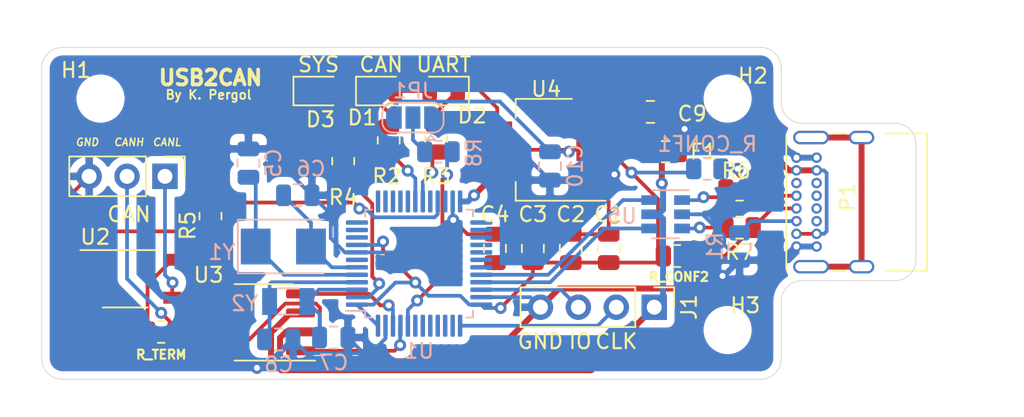
<source format=kicad_pcb>
(kicad_pcb (version 20171130) (host pcbnew "(5.1.10)-1")

  (general
    (thickness 1.6)
    (drawings 32)
    (tracks 300)
    (zones 0)
    (modules 39)
    (nets 34)
  )

  (page A4)
  (layers
    (0 F.Cu signal)
    (31 B.Cu signal)
    (32 B.Adhes user)
    (33 F.Adhes user)
    (34 B.Paste user)
    (35 F.Paste user)
    (36 B.SilkS user)
    (37 F.SilkS user)
    (38 B.Mask user)
    (39 F.Mask user)
    (40 Dwgs.User user)
    (41 Cmts.User user)
    (42 Eco1.User user)
    (43 Eco2.User user)
    (44 Edge.Cuts user)
    (45 Margin user)
    (46 B.CrtYd user)
    (47 F.CrtYd user)
    (48 B.Fab user hide)
    (49 F.Fab user hide)
  )

  (setup
    (last_trace_width 0.25)
    (user_trace_width 0.25)
    (user_trace_width 0.4)
    (trace_clearance 0.2)
    (zone_clearance 0.508)
    (zone_45_only no)
    (trace_min 0.2)
    (via_size 0.8)
    (via_drill 0.4)
    (via_min_size 0.4)
    (via_min_drill 0.3)
    (uvia_size 0.3)
    (uvia_drill 0.1)
    (uvias_allowed no)
    (uvia_min_size 0.2)
    (uvia_min_drill 0.1)
    (edge_width 0.05)
    (segment_width 0.2)
    (pcb_text_width 0.3)
    (pcb_text_size 1.5 1.5)
    (mod_edge_width 0.12)
    (mod_text_size 1 1)
    (mod_text_width 0.15)
    (pad_size 1.524 1.524)
    (pad_drill 0.762)
    (pad_to_mask_clearance 0)
    (aux_axis_origin 0 0)
    (visible_elements 7FFFFFFF)
    (pcbplotparams
      (layerselection 0x010fc_ffffffff)
      (usegerberextensions false)
      (usegerberattributes true)
      (usegerberadvancedattributes true)
      (creategerberjobfile true)
      (excludeedgelayer true)
      (linewidth 0.100000)
      (plotframeref false)
      (viasonmask false)
      (mode 1)
      (useauxorigin false)
      (hpglpennumber 1)
      (hpglpenspeed 20)
      (hpglpendiameter 15.000000)
      (psnegative false)
      (psa4output false)
      (plotreference true)
      (plotvalue true)
      (plotinvisibletext false)
      (padsonsilk false)
      (subtractmaskfromsilk false)
      (outputformat 1)
      (mirror false)
      (drillshape 1)
      (scaleselection 1)
      (outputdirectory ""))
  )

  (net 0 "")
  (net 1 GND)
  (net 2 +3V3)
  (net 3 OSC_IN)
  (net 4 OSC_OUT)
  (net 5 L_OSC_IN)
  (net 6 L_OSC_OUT)
  (net 7 +5V)
  (net 8 "Net-(D1-Pad1)")
  (net 9 "Net-(D2-Pad1)")
  (net 10 "Net-(D3-Pad1)")
  (net 11 CAN_LED)
  (net 12 UART_LED)
  (net 13 B_LED)
  (net 14 "Net-(R5-Pad2)")
  (net 15 TERMINATOR_SW)
  (net 16 "Net-(P1-PadA7)")
  (net 17 USB_D-)
  (net 18 USB_D+)
  (net 19 "Net-(P1-PadA6)")
  (net 20 BOOT0)
  (net 21 "Net-(R_Terminator1-Pad2)")
  (net 22 CAN_H)
  (net 23 CAN_TX)
  (net 24 CAN_RX)
  (net 25 CAN_L)
  (net 26 "Net-(F1-Pad1)")
  (net 27 "Net-(P1-PadA5)")
  (net 28 SWCLK)
  (net 29 SWDIO)
  (net 30 "Net-(P1-PadS1)")
  (net 31 USB_CONN_D-)
  (net 32 USB_CONN_D+)
  (net 33 "Net-(JP1-Pad2)")

  (net_class Default "This is the default net class."
    (clearance 0.2)
    (trace_width 0.25)
    (via_dia 0.8)
    (via_drill 0.4)
    (uvia_dia 0.3)
    (uvia_drill 0.1)
    (add_net +3V3)
    (add_net +5V)
    (add_net BOOT0)
    (add_net B_LED)
    (add_net CAN_H)
    (add_net CAN_L)
    (add_net CAN_LED)
    (add_net CAN_RX)
    (add_net CAN_TX)
    (add_net GND)
    (add_net L_OSC_IN)
    (add_net L_OSC_OUT)
    (add_net "Net-(D1-Pad1)")
    (add_net "Net-(D2-Pad1)")
    (add_net "Net-(D3-Pad1)")
    (add_net "Net-(F1-Pad1)")
    (add_net "Net-(JP1-Pad2)")
    (add_net "Net-(P1-PadA5)")
    (add_net "Net-(P1-PadA6)")
    (add_net "Net-(P1-PadA7)")
    (add_net "Net-(P1-PadS1)")
    (add_net "Net-(R5-Pad2)")
    (add_net "Net-(R_Terminator1-Pad2)")
    (add_net OSC_IN)
    (add_net OSC_OUT)
    (add_net SWCLK)
    (add_net SWDIO)
    (add_net TERMINATOR_SW)
    (add_net UART_LED)
    (add_net USB_CONN_D+)
    (add_net USB_CONN_D-)
    (add_net USB_D+)
    (add_net USB_D-)
  )

  (module Resistor_SMD:R_0805_2012Metric (layer B.Cu) (tedit 5F68FEEE) (tstamp 6343555B)
    (at 90.3205 50.8 180)
    (descr "Resistor SMD 0805 (2012 Metric), square (rectangular) end terminal, IPC_7351 nominal, (Body size source: IPC-SM-782 page 72, https://www.pcb-3d.com/wordpress/wp-content/uploads/ipc-sm-782a_amendment_1_and_2.pdf), generated with kicad-footprint-generator")
    (tags resistor)
    (path /6330E866)
    (attr smd)
    (fp_text reference R8 (at -2.373 -0.0635 90) (layer B.SilkS)
      (effects (font (size 1 1) (thickness 0.15)) (justify mirror))
    )
    (fp_text value 1k (at 0 -1.65) (layer B.Fab)
      (effects (font (size 1 1) (thickness 0.15)) (justify mirror))
    )
    (fp_line (start -1 -0.625) (end -1 0.625) (layer B.Fab) (width 0.1))
    (fp_line (start -1 0.625) (end 1 0.625) (layer B.Fab) (width 0.1))
    (fp_line (start 1 0.625) (end 1 -0.625) (layer B.Fab) (width 0.1))
    (fp_line (start 1 -0.625) (end -1 -0.625) (layer B.Fab) (width 0.1))
    (fp_line (start -0.227064 0.735) (end 0.227064 0.735) (layer B.SilkS) (width 0.12))
    (fp_line (start -0.227064 -0.735) (end 0.227064 -0.735) (layer B.SilkS) (width 0.12))
    (fp_line (start -1.68 -0.95) (end -1.68 0.95) (layer B.CrtYd) (width 0.05))
    (fp_line (start -1.68 0.95) (end 1.68 0.95) (layer B.CrtYd) (width 0.05))
    (fp_line (start 1.68 0.95) (end 1.68 -0.95) (layer B.CrtYd) (width 0.05))
    (fp_line (start 1.68 -0.95) (end -1.68 -0.95) (layer B.CrtYd) (width 0.05))
    (fp_text user %R (at 0 0) (layer B.Fab)
      (effects (font (size 0.5 0.5) (thickness 0.08)) (justify mirror))
    )
    (pad 2 smd roundrect (at 0.9125 0 180) (size 1.025 1.4) (layers B.Cu B.Paste B.Mask) (roundrect_rratio 0.243902)
      (net 33 "Net-(JP1-Pad2)"))
    (pad 1 smd roundrect (at -0.9125 0 180) (size 1.025 1.4) (layers B.Cu B.Paste B.Mask) (roundrect_rratio 0.243902)
      (net 20 BOOT0))
    (model ${KISYS3DMOD}/Resistor_SMD.3dshapes/R_0805_2012Metric.wrl
      (at (xyz 0 0 0))
      (scale (xyz 1 1 1))
      (rotate (xyz 0 0 0))
    )
  )

  (module Jumper:SolderJumper-3_P1.3mm_Open_RoundedPad1.0x1.5mm (layer B.Cu) (tedit 5B391EB7) (tstamp 6343541A)
    (at 88.616 48.514 180)
    (descr "SMD Solder 3-pad Jumper, 1x1.5mm rounded Pads, 0.3mm gap, open")
    (tags "solder jumper open")
    (path /635001D7)
    (attr virtual)
    (fp_text reference JP1 (at 0 1.8) (layer B.SilkS)
      (effects (font (size 1 1) (thickness 0.15)) (justify mirror))
    )
    (fp_text value SolderJumper_3_Open (at 0 -1.9) (layer B.Fab)
      (effects (font (size 1 1) (thickness 0.15)) (justify mirror))
    )
    (fp_line (start -1.2 -1.2) (end -0.9 -1.5) (layer B.SilkS) (width 0.12))
    (fp_line (start -1.5 -1.5) (end -0.9 -1.5) (layer B.SilkS) (width 0.12))
    (fp_line (start -1.2 -1.2) (end -1.5 -1.5) (layer B.SilkS) (width 0.12))
    (fp_line (start -2.05 -0.3) (end -2.05 0.3) (layer B.SilkS) (width 0.12))
    (fp_line (start 1.4 -1) (end -1.4 -1) (layer B.SilkS) (width 0.12))
    (fp_line (start 2.05 0.3) (end 2.05 -0.3) (layer B.SilkS) (width 0.12))
    (fp_line (start -1.4 1) (end 1.4 1) (layer B.SilkS) (width 0.12))
    (fp_line (start -2.3 1.25) (end 2.3 1.25) (layer B.CrtYd) (width 0.05))
    (fp_line (start -2.3 1.25) (end -2.3 -1.25) (layer B.CrtYd) (width 0.05))
    (fp_line (start 2.3 -1.25) (end 2.3 1.25) (layer B.CrtYd) (width 0.05))
    (fp_line (start 2.3 -1.25) (end -2.3 -1.25) (layer B.CrtYd) (width 0.05))
    (fp_arc (start -1.35 0.3) (end -1.35 1) (angle 90) (layer B.SilkS) (width 0.12))
    (fp_arc (start -1.35 -0.3) (end -2.05 -0.3) (angle 90) (layer B.SilkS) (width 0.12))
    (fp_arc (start 1.35 -0.3) (end 1.35 -1) (angle 90) (layer B.SilkS) (width 0.12))
    (fp_arc (start 1.35 0.3) (end 2.05 0.3) (angle 90) (layer B.SilkS) (width 0.12))
    (pad 2 smd rect (at 0 0 180) (size 1 1.5) (layers B.Cu B.Mask)
      (net 33 "Net-(JP1-Pad2)"))
    (pad 3 smd custom (at 1.3 0 180) (size 1 0.5) (layers B.Cu B.Mask)
      (net 2 +3V3) (zone_connect 2)
      (options (clearance outline) (anchor rect))
      (primitives
        (gr_circle (center 0 -0.25) (end 0.5 -0.25) (width 0))
        (gr_circle (center 0 0.25) (end 0.5 0.25) (width 0))
        (gr_poly (pts
           (xy -0.55 0.75) (xy 0 0.75) (xy 0 -0.75) (xy -0.55 -0.75)) (width 0))
      ))
    (pad 1 smd custom (at -1.3 0 180) (size 1 0.5) (layers B.Cu B.Mask)
      (net 1 GND) (zone_connect 2)
      (options (clearance outline) (anchor rect))
      (primitives
        (gr_circle (center 0 -0.25) (end 0.5 -0.25) (width 0))
        (gr_circle (center 0 0.25) (end 0.5 0.25) (width 0))
        (gr_poly (pts
           (xy 0.55 0.75) (xy 0 0.75) (xy 0 -0.75) (xy 0.55 -0.75)) (width 0))
      ))
  )

  (module MountingHole:MountingHole_2.2mm_M2 (layer F.Cu) (tedit 56D1B4CB) (tstamp 63432AED)
    (at 109.691 62.744)
    (descr "Mounting Hole 2.2mm, no annular, M2")
    (tags "mounting hole 2.2mm no annular m2")
    (path /634CAEE0)
    (attr virtual)
    (fp_text reference H3 (at 1.18 -1.649) (layer F.SilkS)
      (effects (font (size 1 1) (thickness 0.15)))
    )
    (fp_text value MountingHole (at 0 3.2) (layer F.Fab)
      (effects (font (size 1 1) (thickness 0.15)))
    )
    (fp_circle (center 0 0) (end 2.2 0) (layer Cmts.User) (width 0.15))
    (fp_circle (center 0 0) (end 2.45 0) (layer F.CrtYd) (width 0.05))
    (fp_text user %R (at 0.3 0) (layer F.Fab)
      (effects (font (size 1 1) (thickness 0.15)))
    )
    (pad 1 np_thru_hole circle (at 0 0) (size 2.2 2.2) (drill 2.2) (layers *.Cu *.Mask))
  )

  (module MountingHole:MountingHole_2.2mm_M2 (layer F.Cu) (tedit 56D1B4CB) (tstamp 63431C55)
    (at 109.691 47.244)
    (descr "Mounting Hole 2.2mm, no annular, M2")
    (tags "mounting hole 2.2mm no annular m2")
    (path /6349F0A8)
    (attr virtual)
    (fp_text reference H2 (at 1.688 -1.524) (layer F.SilkS)
      (effects (font (size 1 1) (thickness 0.15)))
    )
    (fp_text value MountingHole (at 0 3.2) (layer F.Fab)
      (effects (font (size 1 1) (thickness 0.15)))
    )
    (fp_circle (center 0 0) (end 2.2 0) (layer Cmts.User) (width 0.15))
    (fp_circle (center 0 0) (end 2.45 0) (layer F.CrtYd) (width 0.05))
    (fp_text user %R (at 0.3 0) (layer F.Fab)
      (effects (font (size 1 1) (thickness 0.15)))
    )
    (pad 1 np_thru_hole circle (at 0 0) (size 2.2 2.2) (drill 2.2) (layers *.Cu *.Mask))
  )

  (module MountingHole:MountingHole_2.2mm_M2 (layer F.Cu) (tedit 56D1B4CB) (tstamp 63431C4D)
    (at 67.691 47.244)
    (descr "Mounting Hole 2.2mm, no annular, M2")
    (tags "mounting hole 2.2mm no annular m2")
    (path /6349E742)
    (attr virtual)
    (fp_text reference H1 (at -1.651 -1.905) (layer F.SilkS)
      (effects (font (size 1 1) (thickness 0.15)))
    )
    (fp_text value MountingHole (at 0 3.2) (layer F.Fab)
      (effects (font (size 1 1) (thickness 0.15)))
    )
    (fp_circle (center 0 0) (end 2.2 0) (layer Cmts.User) (width 0.15))
    (fp_circle (center 0 0) (end 2.45 0) (layer F.CrtYd) (width 0.05))
    (fp_text user %R (at 0.3 0) (layer F.Fab)
      (effects (font (size 1 1) (thickness 0.15)))
    )
    (pad 1 np_thru_hole circle (at 0 0) (size 2.2 2.2) (drill 2.2) (layers *.Cu *.Mask))
  )

  (module Capacitor_SMD:C_0805_2012Metric (layer B.Cu) (tedit 5F68FEEE) (tstamp 6330BA7D)
    (at 80.899 53.721)
    (descr "Capacitor SMD 0805 (2012 Metric), square (rectangular) end terminal, IPC_7351 nominal, (Body size source: IPC-SM-782 page 76, https://www.pcb-3d.com/wordpress/wp-content/uploads/ipc-sm-782a_amendment_1_and_2.pdf, https://docs.google.com/spreadsheets/d/1BsfQQcO9C6DZCsRaXUlFlo91Tg2WpOkGARC1WS5S8t0/edit?usp=sharing), generated with kicad-footprint-generator")
    (tags capacitor)
    (path /6331CCAC)
    (attr smd)
    (fp_text reference C6 (at 0.889 -1.778) (layer B.SilkS)
      (effects (font (size 1 1) (thickness 0.15)) (justify mirror))
    )
    (fp_text value 22pF (at 0 -1.68) (layer B.Fab)
      (effects (font (size 1 1) (thickness 0.15)) (justify mirror))
    )
    (fp_line (start 1.7 -0.98) (end -1.7 -0.98) (layer B.CrtYd) (width 0.05))
    (fp_line (start 1.7 0.98) (end 1.7 -0.98) (layer B.CrtYd) (width 0.05))
    (fp_line (start -1.7 0.98) (end 1.7 0.98) (layer B.CrtYd) (width 0.05))
    (fp_line (start -1.7 -0.98) (end -1.7 0.98) (layer B.CrtYd) (width 0.05))
    (fp_line (start -0.261252 -0.735) (end 0.261252 -0.735) (layer B.SilkS) (width 0.12))
    (fp_line (start -0.261252 0.735) (end 0.261252 0.735) (layer B.SilkS) (width 0.12))
    (fp_line (start 1 -0.625) (end -1 -0.625) (layer B.Fab) (width 0.1))
    (fp_line (start 1 0.625) (end 1 -0.625) (layer B.Fab) (width 0.1))
    (fp_line (start -1 0.625) (end 1 0.625) (layer B.Fab) (width 0.1))
    (fp_line (start -1 -0.625) (end -1 0.625) (layer B.Fab) (width 0.1))
    (fp_text user %R (at 0 0) (layer B.Fab)
      (effects (font (size 0.5 0.5) (thickness 0.08)) (justify mirror))
    )
    (pad 2 smd roundrect (at 0.95 0) (size 1 1.45) (layers B.Cu B.Paste B.Mask) (roundrect_rratio 0.25)
      (net 1 GND))
    (pad 1 smd roundrect (at -0.95 0) (size 1 1.45) (layers B.Cu B.Paste B.Mask) (roundrect_rratio 0.25)
      (net 4 OSC_OUT))
    (model ${KISYS3DMOD}/Capacitor_SMD.3dshapes/C_0805_2012Metric.wrl
      (at (xyz 0 0 0))
      (scale (xyz 1 1 1))
      (rotate (xyz 0 0 0))
    )
  )

  (module Package_TO_SOT_SMD:SOT-23-6 (layer B.Cu) (tedit 5A02FF57) (tstamp 6338527E)
    (at 105.537 54.991 180)
    (descr "6-pin SOT-23 package")
    (tags SOT-23-6)
    (path /633857C9)
    (attr smd)
    (fp_text reference U5 (at 2.921 -0.127) (layer B.SilkS)
      (effects (font (size 1 1) (thickness 0.15)) (justify mirror))
    )
    (fp_text value USBLC6-2SC6 (at 0 -2.9) (layer B.Fab)
      (effects (font (size 1 1) (thickness 0.15)) (justify mirror))
    )
    (fp_line (start -0.9 -1.61) (end 0.9 -1.61) (layer B.SilkS) (width 0.12))
    (fp_line (start 0.9 1.61) (end -1.55 1.61) (layer B.SilkS) (width 0.12))
    (fp_line (start 1.9 1.8) (end -1.9 1.8) (layer B.CrtYd) (width 0.05))
    (fp_line (start 1.9 -1.8) (end 1.9 1.8) (layer B.CrtYd) (width 0.05))
    (fp_line (start -1.9 -1.8) (end 1.9 -1.8) (layer B.CrtYd) (width 0.05))
    (fp_line (start -1.9 1.8) (end -1.9 -1.8) (layer B.CrtYd) (width 0.05))
    (fp_line (start -0.9 0.9) (end -0.25 1.55) (layer B.Fab) (width 0.1))
    (fp_line (start 0.9 1.55) (end -0.25 1.55) (layer B.Fab) (width 0.1))
    (fp_line (start -0.9 0.9) (end -0.9 -1.55) (layer B.Fab) (width 0.1))
    (fp_line (start 0.9 -1.55) (end -0.9 -1.55) (layer B.Fab) (width 0.1))
    (fp_line (start 0.9 1.55) (end 0.9 -1.55) (layer B.Fab) (width 0.1))
    (fp_text user %R (at 0 1.27 -90) (layer B.Fab)
      (effects (font (size 0.5 0.5) (thickness 0.075)) (justify mirror))
    )
    (pad 5 smd rect (at 1.1 0 180) (size 1.06 0.65) (layers B.Cu B.Paste B.Mask)
      (net 7 +5V))
    (pad 6 smd rect (at 1.1 0.95 180) (size 1.06 0.65) (layers B.Cu B.Paste B.Mask)
      (net 17 USB_D-))
    (pad 4 smd rect (at 1.1 -0.95 180) (size 1.06 0.65) (layers B.Cu B.Paste B.Mask)
      (net 18 USB_D+))
    (pad 3 smd rect (at -1.1 -0.95 180) (size 1.06 0.65) (layers B.Cu B.Paste B.Mask)
      (net 32 USB_CONN_D+))
    (pad 2 smd rect (at -1.1 0 180) (size 1.06 0.65) (layers B.Cu B.Paste B.Mask)
      (net 1 GND))
    (pad 1 smd rect (at -1.1 0.95 180) (size 1.06 0.65) (layers B.Cu B.Paste B.Mask)
      (net 31 USB_CONN_D-))
    (model ${KISYS3DMOD}/Package_TO_SOT_SMD.3dshapes/SOT-23-6.wrl
      (at (xyz 0 0 0))
      (scale (xyz 1 1 1))
      (rotate (xyz 0 0 0))
    )
  )

  (module Crystal:Crystal_SMD_3215-2Pin_3.2x1.5mm (layer B.Cu) (tedit 5A0FD1B2) (tstamp 6330D2C7)
    (at 80.264 60.833)
    (descr "SMD Crystal FC-135 https://support.epson.biz/td/api/doc_check.php?dl=brief_FC-135R_en.pdf")
    (tags "SMD SMT Crystal")
    (path /6332A637)
    (attr smd)
    (fp_text reference Y2 (at -2.921 0.127) (layer B.SilkS)
      (effects (font (size 1 1) (thickness 0.15)) (justify mirror))
    )
    (fp_text value 32KHz (at 0 -2) (layer B.Fab)
      (effects (font (size 1 1) (thickness 0.15)) (justify mirror))
    )
    (fp_line (start 2 1.15) (end 2 -1.15) (layer B.CrtYd) (width 0.05))
    (fp_line (start -2 1.15) (end -2 -1.15) (layer B.CrtYd) (width 0.05))
    (fp_line (start -2 -1.15) (end 2 -1.15) (layer B.CrtYd) (width 0.05))
    (fp_line (start -1.6 -0.75) (end 1.6 -0.75) (layer B.Fab) (width 0.1))
    (fp_line (start -1.6 0.75) (end 1.6 0.75) (layer B.Fab) (width 0.1))
    (fp_line (start 1.6 0.75) (end 1.6 -0.75) (layer B.Fab) (width 0.1))
    (fp_line (start -0.675 0.875) (end 0.675 0.875) (layer B.SilkS) (width 0.12))
    (fp_line (start -0.675 -0.875) (end 0.675 -0.875) (layer B.SilkS) (width 0.12))
    (fp_line (start -1.6 0.75) (end -1.6 -0.75) (layer B.Fab) (width 0.1))
    (fp_line (start -2 1.15) (end 2 1.15) (layer B.CrtYd) (width 0.05))
    (fp_text user %R (at 0 2) (layer B.Fab)
      (effects (font (size 1 1) (thickness 0.15)) (justify mirror))
    )
    (pad 2 smd rect (at -1.25 0) (size 1 1.8) (layers B.Cu B.Paste B.Mask)
      (net 6 L_OSC_OUT))
    (pad 1 smd rect (at 1.25 0) (size 1 1.8) (layers B.Cu B.Paste B.Mask)
      (net 5 L_OSC_IN))
    (model ${KISYS3DMOD}/Crystal.3dshapes/Crystal_SMD_3215-2Pin_3.2x1.5mm.wrl
      (at (xyz 0 0 0))
      (scale (xyz 1 1 1))
      (rotate (xyz 0 0 0))
    )
  )

  (module Crystal:Crystal_SMD_5032-2Pin_5.0x3.2mm (layer B.Cu) (tedit 5A0FD1B2) (tstamp 6330D2B6)
    (at 79.938 57.15)
    (descr "SMD Crystal SERIES SMD2520/2 http://www.icbase.com/File/PDF/HKC/HKC00061008.pdf, 5.0x3.2mm^2 package")
    (tags "SMD SMT crystal")
    (path /63318E78)
    (attr smd)
    (fp_text reference Y1 (at -4.119 0.381) (layer B.SilkS)
      (effects (font (size 1 1) (thickness 0.15)) (justify mirror))
    )
    (fp_text value 16MHz (at 0 -2.8) (layer B.Fab)
      (effects (font (size 1 1) (thickness 0.15)) (justify mirror))
    )
    (fp_circle (center 0 0) (end 0.093333 0) (layer B.Adhes) (width 0.186667))
    (fp_circle (center 0 0) (end 0.213333 0) (layer B.Adhes) (width 0.133333))
    (fp_circle (center 0 0) (end 0.333333 0) (layer B.Adhes) (width 0.133333))
    (fp_circle (center 0 0) (end 0.4 0) (layer B.Adhes) (width 0.1))
    (fp_line (start 3.1 1.9) (end -3.1 1.9) (layer B.CrtYd) (width 0.05))
    (fp_line (start 3.1 -1.9) (end 3.1 1.9) (layer B.CrtYd) (width 0.05))
    (fp_line (start -3.1 -1.9) (end 3.1 -1.9) (layer B.CrtYd) (width 0.05))
    (fp_line (start -3.1 1.9) (end -3.1 -1.9) (layer B.CrtYd) (width 0.05))
    (fp_line (start -3.05 -1.8) (end 2.7 -1.8) (layer B.SilkS) (width 0.12))
    (fp_line (start -3.05 1.8) (end -3.05 -1.8) (layer B.SilkS) (width 0.12))
    (fp_line (start 2.7 1.8) (end -3.05 1.8) (layer B.SilkS) (width 0.12))
    (fp_line (start -2.5 -0.6) (end -1.5 -1.6) (layer B.Fab) (width 0.1))
    (fp_line (start -2.5 1.4) (end -2.3 1.6) (layer B.Fab) (width 0.1))
    (fp_line (start -2.5 -1.4) (end -2.5 1.4) (layer B.Fab) (width 0.1))
    (fp_line (start -2.3 -1.6) (end -2.5 -1.4) (layer B.Fab) (width 0.1))
    (fp_line (start 2.3 -1.6) (end -2.3 -1.6) (layer B.Fab) (width 0.1))
    (fp_line (start 2.5 -1.4) (end 2.3 -1.6) (layer B.Fab) (width 0.1))
    (fp_line (start 2.5 1.4) (end 2.5 -1.4) (layer B.Fab) (width 0.1))
    (fp_line (start 2.3 1.6) (end 2.5 1.4) (layer B.Fab) (width 0.1))
    (fp_line (start -2.3 1.6) (end 2.3 1.6) (layer B.Fab) (width 0.1))
    (fp_text user %R (at -4.119 0.254) (layer B.Fab)
      (effects (font (size 1 1) (thickness 0.15)) (justify mirror))
    )
    (pad 2 smd rect (at 1.85 0) (size 2 2.4) (layers B.Cu B.Paste B.Mask)
      (net 4 OSC_OUT))
    (pad 1 smd rect (at -1.85 0) (size 2 2.4) (layers B.Cu B.Paste B.Mask)
      (net 3 OSC_IN))
    (model ${KISYS3DMOD}/Crystal.3dshapes/Crystal_SMD_5032-2Pin_5.0x3.2mm.wrl
      (at (xyz 0 0 0))
      (scale (xyz 1 1 1))
      (rotate (xyz 0 0 0))
    )
  )

  (module Connector_PinHeader_2.54mm:PinHeader_1x03_P2.54mm_Vertical (layer F.Cu) (tedit 59FED5CC) (tstamp 6330CF8B)
    (at 72.009 52.451 270)
    (descr "Through hole straight pin header, 1x03, 2.54mm pitch, single row")
    (tags "Through hole pin header THT 1x03 2.54mm single row")
    (path /63366EE1)
    (fp_text reference CAN (at 2.54 2.413) (layer F.SilkS)
      (effects (font (size 1 1) (thickness 0.15)))
    )
    (fp_text value Conn_01x03_Male (at 0 7.41 270) (layer F.Fab)
      (effects (font (size 1 1) (thickness 0.15)))
    )
    (fp_line (start 1.8 -1.8) (end -1.8 -1.8) (layer F.CrtYd) (width 0.05))
    (fp_line (start 1.8 6.85) (end 1.8 -1.8) (layer F.CrtYd) (width 0.05))
    (fp_line (start -1.8 6.85) (end 1.8 6.85) (layer F.CrtYd) (width 0.05))
    (fp_line (start -1.8 -1.8) (end -1.8 6.85) (layer F.CrtYd) (width 0.05))
    (fp_line (start -1.33 -1.33) (end 0 -1.33) (layer F.SilkS) (width 0.12))
    (fp_line (start -1.33 0) (end -1.33 -1.33) (layer F.SilkS) (width 0.12))
    (fp_line (start -1.33 1.27) (end 1.33 1.27) (layer F.SilkS) (width 0.12))
    (fp_line (start 1.33 1.27) (end 1.33 6.41) (layer F.SilkS) (width 0.12))
    (fp_line (start -1.33 1.27) (end -1.33 6.41) (layer F.SilkS) (width 0.12))
    (fp_line (start -1.33 6.41) (end 1.33 6.41) (layer F.SilkS) (width 0.12))
    (fp_line (start -1.27 -0.635) (end -0.635 -1.27) (layer F.Fab) (width 0.1))
    (fp_line (start -1.27 6.35) (end -1.27 -0.635) (layer F.Fab) (width 0.1))
    (fp_line (start 1.27 6.35) (end -1.27 6.35) (layer F.Fab) (width 0.1))
    (fp_line (start 1.27 -1.27) (end 1.27 6.35) (layer F.Fab) (width 0.1))
    (fp_line (start -0.635 -1.27) (end 1.27 -1.27) (layer F.Fab) (width 0.1))
    (fp_text user %R (at -0.381 2.54 180) (layer F.Fab)
      (effects (font (size 1 1) (thickness 0.15)))
    )
    (pad 3 thru_hole oval (at 0 5.08 270) (size 1.7 1.7) (drill 1) (layers *.Cu *.Mask)
      (net 1 GND))
    (pad 2 thru_hole oval (at 0 2.54 270) (size 1.7 1.7) (drill 1) (layers *.Cu *.Mask)
      (net 22 CAN_H))
    (pad 1 thru_hole rect (at 0 0 270) (size 1.7 1.7) (drill 1) (layers *.Cu *.Mask)
      (net 25 CAN_L))
    (model ${KISYS3DMOD}/Connector_PinHeader_2.54mm.3dshapes/PinHeader_1x03_P2.54mm_Vertical.wrl
      (at (xyz 0 0 0))
      (scale (xyz 1 1 1))
      (rotate (xyz 0 0 0))
    )
  )

  (module Connector_USB:USB_C_Receptacle_GCT_USB4085 (layer F.Cu) (tedit 5BCCCD93) (tstamp 6330C55B)
    (at 114.3 57.15 90)
    (descr "USB 2.0 Type C Receptacle, https://gct.co/Files/Drawings/USB4085.pdf")
    (tags "USB Type-C Receptacle Through-hole Right angle")
    (path /632FB117)
    (fp_text reference P1 (at 3.302 3.429 90) (layer F.SilkS)
      (effects (font (size 1 1) (thickness 0.15)))
    )
    (fp_text value USB_C_Plug_USB2.0 (at 2.975 9.925 90) (layer F.Fab)
      (effects (font (size 1 1) (thickness 0.15)))
    )
    (fp_line (start -0.025 6.1) (end 5.975 6.1) (layer F.Fab) (width 0.1))
    (fp_line (start 8.25 -1.06) (end 8.25 9.11) (layer F.CrtYd) (width 0.05))
    (fp_line (start -2.3 -1.06) (end 8.25 -1.06) (layer F.CrtYd) (width 0.05))
    (fp_line (start -2.3 9.11) (end 8.25 9.11) (layer F.CrtYd) (width 0.05))
    (fp_line (start -2.3 -1.06) (end -2.3 9.11) (layer F.CrtYd) (width 0.05))
    (fp_line (start -1.62 2.4) (end -1.62 3.3) (layer F.SilkS) (width 0.12))
    (fp_line (start 7.57 2.4) (end 7.57 3.3) (layer F.SilkS) (width 0.12))
    (fp_line (start -1.62 6) (end -1.62 8.73) (layer F.SilkS) (width 0.12))
    (fp_line (start 7.57 6) (end 7.57 8.73) (layer F.SilkS) (width 0.12))
    (fp_line (start 7.45 -0.56) (end 7.45 8.61) (layer F.Fab) (width 0.1))
    (fp_line (start -1.5 -0.56) (end -1.5 8.61) (layer F.Fab) (width 0.1))
    (fp_line (start -1.5 -0.68) (end 7.45 -0.68) (layer F.SilkS) (width 0.12))
    (fp_line (start -1.62 8.73) (end 7.57 8.73) (layer F.SilkS) (width 0.12))
    (fp_line (start -1.5 8.61) (end 7.45 8.61) (layer F.Fab) (width 0.1))
    (fp_line (start -1.5 -0.56) (end 7.45 -0.56) (layer F.Fab) (width 0.1))
    (fp_text user %R (at 2.975 4.025 90) (layer F.Fab)
      (effects (font (size 1 1) (thickness 0.15)))
    )
    (fp_text user "PCB Edge" (at 2.975 6.1 90) (layer Dwgs.User)
      (effects (font (size 0.5 0.5) (thickness 0.1)))
    )
    (pad S1 thru_hole oval (at 7.3 4.36 90) (size 0.9 1.7) (drill oval 0.6 1.4) (layers *.Cu *.Mask)
      (net 30 "Net-(P1-PadS1)"))
    (pad S1 thru_hole oval (at -1.35 4.36 90) (size 0.9 1.7) (drill oval 0.6 1.4) (layers *.Cu *.Mask)
      (net 30 "Net-(P1-PadS1)"))
    (pad S1 thru_hole oval (at 7.3 0.98 90) (size 0.9 2.4) (drill oval 0.6 2.1) (layers *.Cu *.Mask)
      (net 30 "Net-(P1-PadS1)"))
    (pad S1 thru_hole oval (at -1.35 0.98 90) (size 0.9 2.4) (drill oval 0.6 2.1) (layers *.Cu *.Mask)
      (net 30 "Net-(P1-PadS1)"))
    (pad B6 thru_hole circle (at 3.4 1.35 90) (size 0.7 0.7) (drill 0.4) (layers *.Cu *.Mask))
    (pad B1 thru_hole circle (at 5.95 1.35 90) (size 0.7 0.7) (drill 0.4) (layers *.Cu *.Mask)
      (net 1 GND))
    (pad B4 thru_hole circle (at 5.1 1.35 90) (size 0.7 0.7) (drill 0.4) (layers *.Cu *.Mask)
      (net 26 "Net-(F1-Pad1)"))
    (pad B5 thru_hole circle (at 4.25 1.35 90) (size 0.7 0.7) (drill 0.4) (layers *.Cu *.Mask))
    (pad B12 thru_hole circle (at 0 1.35 90) (size 0.7 0.7) (drill 0.4) (layers *.Cu *.Mask)
      (net 1 GND))
    (pad B8 thru_hole circle (at 1.7 1.35 90) (size 0.7 0.7) (drill 0.4) (layers *.Cu *.Mask))
    (pad B7 thru_hole circle (at 2.55 1.35 90) (size 0.7 0.7) (drill 0.4) (layers *.Cu *.Mask))
    (pad B9 thru_hole circle (at 0.85 1.35 90) (size 0.7 0.7) (drill 0.4) (layers *.Cu *.Mask)
      (net 26 "Net-(F1-Pad1)"))
    (pad A12 thru_hole circle (at 5.95 0 90) (size 0.7 0.7) (drill 0.4) (layers *.Cu *.Mask)
      (net 1 GND))
    (pad A9 thru_hole circle (at 5.1 0 90) (size 0.7 0.7) (drill 0.4) (layers *.Cu *.Mask)
      (net 26 "Net-(F1-Pad1)"))
    (pad A8 thru_hole circle (at 4.25 0 90) (size 0.7 0.7) (drill 0.4) (layers *.Cu *.Mask))
    (pad A7 thru_hole circle (at 3.4 0 90) (size 0.7 0.7) (drill 0.4) (layers *.Cu *.Mask)
      (net 16 "Net-(P1-PadA7)"))
    (pad A6 thru_hole circle (at 2.55 0 90) (size 0.7 0.7) (drill 0.4) (layers *.Cu *.Mask)
      (net 19 "Net-(P1-PadA6)"))
    (pad A5 thru_hole circle (at 1.7 0 90) (size 0.7 0.7) (drill 0.4) (layers *.Cu *.Mask)
      (net 27 "Net-(P1-PadA5)"))
    (pad A4 thru_hole circle (at 0.85 0 90) (size 0.7 0.7) (drill 0.4) (layers *.Cu *.Mask)
      (net 26 "Net-(F1-Pad1)"))
    (pad A1 thru_hole circle (at 0 0 90) (size 0.7 0.7) (drill 0.4) (layers *.Cu *.Mask)
      (net 1 GND))
    (model ${KISYS3DMOD}/Connector_USB.3dshapes/USB_C_Receptacle_GCT_USB4085.wrl
      (offset (xyz 0 0 3))
      (scale (xyz 1 1 1))
      (rotate (xyz 0 0 0))
    )
    (model C:/Users/Karol/Downloads/USB4085-GF-A--3DModel-STEP-1.STEP
      (offset (xyz 15 -4 2))
      (scale (xyz 1 1 1))
      (rotate (xyz -90 0 0))
    )
  )

  (module Connector_PinHeader_2.54mm:PinHeader_1x04_P2.54mm_Vertical (layer F.Cu) (tedit 59FED5CC) (tstamp 6330C532)
    (at 104.775 61.214 270)
    (descr "Through hole straight pin header, 1x04, 2.54mm pitch, single row")
    (tags "Through hole pin header THT 1x04 2.54mm single row")
    (path /6330FED6)
    (fp_text reference J1 (at 0 -2.33 90) (layer F.SilkS)
      (effects (font (size 1 1) (thickness 0.15)))
    )
    (fp_text value STLINK (at 0 9.95 90) (layer F.Fab)
      (effects (font (size 1 1) (thickness 0.15)))
    )
    (fp_line (start 1.8 -1.8) (end -1.8 -1.8) (layer F.CrtYd) (width 0.05))
    (fp_line (start 1.8 9.4) (end 1.8 -1.8) (layer F.CrtYd) (width 0.05))
    (fp_line (start -1.8 9.4) (end 1.8 9.4) (layer F.CrtYd) (width 0.05))
    (fp_line (start -1.8 -1.8) (end -1.8 9.4) (layer F.CrtYd) (width 0.05))
    (fp_line (start -1.33 -1.33) (end 0 -1.33) (layer F.SilkS) (width 0.12))
    (fp_line (start -1.33 0) (end -1.33 -1.33) (layer F.SilkS) (width 0.12))
    (fp_line (start -1.33 1.27) (end 1.33 1.27) (layer F.SilkS) (width 0.12))
    (fp_line (start 1.33 1.27) (end 1.33 8.95) (layer F.SilkS) (width 0.12))
    (fp_line (start -1.33 1.27) (end -1.33 8.95) (layer F.SilkS) (width 0.12))
    (fp_line (start -1.33 8.95) (end 1.33 8.95) (layer F.SilkS) (width 0.12))
    (fp_line (start -1.27 -0.635) (end -0.635 -1.27) (layer F.Fab) (width 0.1))
    (fp_line (start -1.27 8.89) (end -1.27 -0.635) (layer F.Fab) (width 0.1))
    (fp_line (start 1.27 8.89) (end -1.27 8.89) (layer F.Fab) (width 0.1))
    (fp_line (start 1.27 -1.27) (end 1.27 8.89) (layer F.Fab) (width 0.1))
    (fp_line (start -0.635 -1.27) (end 1.27 -1.27) (layer F.Fab) (width 0.1))
    (fp_text user %R (at 1.016 4.191 180) (layer B.Fab)
      (effects (font (size 1 1) (thickness 0.15)) (justify mirror))
    )
    (pad 4 thru_hole oval (at 0 7.62 270) (size 1.7 1.7) (drill 1) (layers *.Cu *.Mask)
      (net 1 GND))
    (pad 3 thru_hole oval (at 0 5.08 270) (size 1.7 1.7) (drill 1) (layers *.Cu *.Mask)
      (net 29 SWDIO))
    (pad 2 thru_hole oval (at 0 2.54 270) (size 1.7 1.7) (drill 1) (layers *.Cu *.Mask)
      (net 28 SWCLK))
    (pad 1 thru_hole rect (at 0 0 270) (size 1.7 1.7) (drill 1) (layers *.Cu *.Mask)
      (net 7 +5V))
    (model ${KISYS3DMOD}/Connector_PinHeader_2.54mm.3dshapes/PinHeader_1x04_P2.54mm_Vertical.wrl
      (at (xyz 0 0 0))
      (scale (xyz 1 1 1))
      (rotate (xyz 0 0 0))
    )
  )

  (module Package_TO_SOT_SMD:SOT-223-3_TabPin2 (layer F.Cu) (tedit 5A02FF57) (tstamp 6330BC65)
    (at 97.409 50.673 180)
    (descr "module CMS SOT223 4 pins")
    (tags "CMS SOT")
    (path /6335F99C)
    (attr smd)
    (fp_text reference U4 (at -0.127 4.064) (layer F.SilkS)
      (effects (font (size 1 1) (thickness 0.15)))
    )
    (fp_text value LM1117-3.3 (at 0 5.08) (layer F.Fab)
      (effects (font (size 1 1) (thickness 0.15)))
    )
    (fp_line (start 1.85 -3.35) (end 1.85 3.35) (layer F.Fab) (width 0.1))
    (fp_line (start -1.85 3.35) (end 1.85 3.35) (layer F.Fab) (width 0.1))
    (fp_line (start -4.1 -3.41) (end 1.91 -3.41) (layer F.SilkS) (width 0.12))
    (fp_line (start -0.85 -3.35) (end 1.85 -3.35) (layer F.Fab) (width 0.1))
    (fp_line (start -1.85 3.41) (end 1.91 3.41) (layer F.SilkS) (width 0.12))
    (fp_line (start -1.85 -2.35) (end -1.85 3.35) (layer F.Fab) (width 0.1))
    (fp_line (start -1.85 -2.35) (end -0.85 -3.35) (layer F.Fab) (width 0.1))
    (fp_line (start -4.4 -3.6) (end -4.4 3.6) (layer F.CrtYd) (width 0.05))
    (fp_line (start -4.4 3.6) (end 4.4 3.6) (layer F.CrtYd) (width 0.05))
    (fp_line (start 4.4 3.6) (end 4.4 -3.6) (layer F.CrtYd) (width 0.05))
    (fp_line (start 4.4 -3.6) (end -4.4 -3.6) (layer F.CrtYd) (width 0.05))
    (fp_line (start 1.91 -3.41) (end 1.91 -2.15) (layer F.SilkS) (width 0.12))
    (fp_line (start 1.91 3.41) (end 1.91 2.15) (layer F.SilkS) (width 0.12))
    (fp_text user %R (at 0 0 90) (layer F.Fab)
      (effects (font (size 0.8 0.8) (thickness 0.12)))
    )
    (pad 1 smd rect (at -3.15 -2.3 180) (size 2 1.5) (layers F.Cu F.Paste F.Mask)
      (net 1 GND))
    (pad 3 smd rect (at -3.15 2.3 180) (size 2 1.5) (layers F.Cu F.Paste F.Mask)
      (net 7 +5V))
    (pad 2 smd rect (at -3.15 0 180) (size 2 1.5) (layers F.Cu F.Paste F.Mask)
      (net 2 +3V3))
    (pad 2 smd rect (at 3.15 0 180) (size 2 3.8) (layers F.Cu F.Paste F.Mask)
      (net 2 +3V3))
    (model ${KISYS3DMOD}/Package_TO_SOT_SMD.3dshapes/SOT-223.wrl
      (at (xyz 0 0 0))
      (scale (xyz 1 1 1))
      (rotate (xyz 0 0 0))
    )
  )

  (module Package_SO:SOIC-8_3.9x4.9mm_P1.27mm (layer F.Cu) (tedit 5D9F72B1) (tstamp 6330BC4F)
    (at 78.613 62.23 180)
    (descr "SOIC, 8 Pin (JEDEC MS-012AA, https://www.analog.com/media/en/package-pcb-resources/package/pkg_pdf/soic_narrow-r/r_8.pdf), generated with kicad-footprint-generator ipc_gullwing_generator.py")
    (tags "SOIC SO")
    (path /6331866D)
    (attr smd)
    (fp_text reference U3 (at 3.683 3.175) (layer F.SilkS)
      (effects (font (size 1 1) (thickness 0.15)))
    )
    (fp_text value MCP2561-E-SN (at 0 3.4) (layer F.Fab)
      (effects (font (size 1 1) (thickness 0.15)))
    )
    (fp_line (start 3.7 -2.7) (end -3.7 -2.7) (layer F.CrtYd) (width 0.05))
    (fp_line (start 3.7 2.7) (end 3.7 -2.7) (layer F.CrtYd) (width 0.05))
    (fp_line (start -3.7 2.7) (end 3.7 2.7) (layer F.CrtYd) (width 0.05))
    (fp_line (start -3.7 -2.7) (end -3.7 2.7) (layer F.CrtYd) (width 0.05))
    (fp_line (start -1.95 -1.475) (end -0.975 -2.45) (layer F.Fab) (width 0.1))
    (fp_line (start -1.95 2.45) (end -1.95 -1.475) (layer F.Fab) (width 0.1))
    (fp_line (start 1.95 2.45) (end -1.95 2.45) (layer F.Fab) (width 0.1))
    (fp_line (start 1.95 -2.45) (end 1.95 2.45) (layer F.Fab) (width 0.1))
    (fp_line (start -0.975 -2.45) (end 1.95 -2.45) (layer F.Fab) (width 0.1))
    (fp_line (start 0 -2.56) (end -3.45 -2.56) (layer F.SilkS) (width 0.12))
    (fp_line (start 0 -2.56) (end 1.95 -2.56) (layer F.SilkS) (width 0.12))
    (fp_line (start 0 2.56) (end -1.95 2.56) (layer F.SilkS) (width 0.12))
    (fp_line (start 0 2.56) (end 1.95 2.56) (layer F.SilkS) (width 0.12))
    (fp_text user %R (at 0 0) (layer F.Fab)
      (effects (font (size 0.98 0.98) (thickness 0.15)))
    )
    (pad 8 smd roundrect (at 2.475 -1.905 180) (size 1.95 0.6) (layers F.Cu F.Paste F.Mask) (roundrect_rratio 0.25)
      (net 1 GND))
    (pad 7 smd roundrect (at 2.475 -0.635 180) (size 1.95 0.6) (layers F.Cu F.Paste F.Mask) (roundrect_rratio 0.25)
      (net 22 CAN_H))
    (pad 6 smd roundrect (at 2.475 0.635 180) (size 1.95 0.6) (layers F.Cu F.Paste F.Mask) (roundrect_rratio 0.25)
      (net 25 CAN_L))
    (pad 5 smd roundrect (at 2.475 1.905 180) (size 1.95 0.6) (layers F.Cu F.Paste F.Mask) (roundrect_rratio 0.25))
    (pad 4 smd roundrect (at -2.475 1.905 180) (size 1.95 0.6) (layers F.Cu F.Paste F.Mask) (roundrect_rratio 0.25)
      (net 23 CAN_TX))
    (pad 3 smd roundrect (at -2.475 0.635 180) (size 1.95 0.6) (layers F.Cu F.Paste F.Mask) (roundrect_rratio 0.25)
      (net 7 +5V))
    (pad 2 smd roundrect (at -2.475 -0.635 180) (size 1.95 0.6) (layers F.Cu F.Paste F.Mask) (roundrect_rratio 0.25)
      (net 1 GND))
    (pad 1 smd roundrect (at -2.475 -1.905 180) (size 1.95 0.6) (layers F.Cu F.Paste F.Mask) (roundrect_rratio 0.25)
      (net 24 CAN_RX))
    (model ${KISYS3DMOD}/Package_SO.3dshapes/SOIC-8_3.9x4.9mm_P1.27mm.wrl
      (at (xyz 0 0 0))
      (scale (xyz 1 1 1))
      (rotate (xyz 0 0 0))
    )
  )

  (module Package_SO:MFSOP6-4_4.4x3.6mm_P1.27mm (layer F.Cu) (tedit 5A02F25C) (tstamp 6330BC35)
    (at 69.342 59.309)
    (descr https://toshiba.semicon-storage.com/ap-en/design-support/package/detail.4pin%20MFSOP6.html)
    (tags "MFSOP 4 pin SMD")
    (path /63323CF4)
    (attr smd)
    (fp_text reference U2 (at -2 -2.8) (layer F.SilkS)
      (effects (font (size 1 1) (thickness 0.15)))
    )
    (fp_text value TLP175A (at 0 2.921) (layer F.Fab)
      (effects (font (size 1 1) (thickness 0.15)))
    )
    (fp_line (start 4 2.05) (end -4 2.05) (layer F.CrtYd) (width 0.05))
    (fp_line (start 4 2.05) (end 4 -2.05) (layer F.CrtYd) (width 0.05))
    (fp_line (start -4 -2.05) (end -4 2.05) (layer F.CrtYd) (width 0.05))
    (fp_line (start -4 -2.05) (end 4 -2.05) (layer F.CrtYd) (width 0.05))
    (fp_line (start -2.2 -0.8) (end -2.2 1.8) (layer F.Fab) (width 0.12))
    (fp_line (start -1.2 -1.8) (end -2.2 -0.8) (layer F.Fab) (width 0.12))
    (fp_line (start 2.2 -1.8) (end -1.2 -1.8) (layer F.Fab) (width 0.12))
    (fp_line (start 2.2 1.8) (end 2.2 -1.8) (layer F.Fab) (width 0.12))
    (fp_line (start -2.2 1.8) (end 2.2 1.8) (layer F.Fab) (width 0.12))
    (fp_line (start -3 -1.92) (end 2 -1.92) (layer F.SilkS) (width 0.12))
    (fp_line (start 1.5 1.92) (end -1.5 1.92) (layer F.SilkS) (width 0.12))
    (fp_text user %R (at 0 0) (layer F.Fab)
      (effects (font (size 0.75 0.75) (thickness 0.15)))
    )
    (pad 1 smd rect (at -3.15 -1.27) (size 1.2 0.8) (layers F.Cu F.Paste F.Mask)
      (net 14 "Net-(R5-Pad2)"))
    (pad 4 smd rect (at 3.15 1.27) (size 1.2 0.8) (layers F.Cu F.Paste F.Mask)
      (net 25 CAN_L))
    (pad 3 smd rect (at -3.15 1.27) (size 1.2 0.8) (layers F.Cu F.Paste F.Mask)
      (net 1 GND))
    (pad 6 smd rect (at 3.15 -1.27) (size 1.2 0.8) (layers F.Cu F.Paste F.Mask)
      (net 21 "Net-(R_Terminator1-Pad2)"))
    (model ${KISYS3DMOD}/Package_SO.3dshapes/MFSOP6-4_4.4x3.6mm_P1.27mm.wrl
      (at (xyz 0 0 0))
      (scale (xyz 1 1 1))
      (rotate (xyz 0 0 0))
    )
  )

  (module Package_QFP:LQFP-48_7x7mm_P0.5mm (layer B.Cu) (tedit 5D9F72AF) (tstamp 6330BC21)
    (at 89.027 58.293)
    (descr "LQFP, 48 Pin (https://www.analog.com/media/en/technical-documentation/data-sheets/ltc2358-16.pdf), generated with kicad-footprint-generator ipc_gullwing_generator.py")
    (tags "LQFP QFP")
    (path /632F6371)
    (attr smd)
    (fp_text reference U1 (at 0 5.85) (layer B.SilkS)
      (effects (font (size 1 1) (thickness 0.15)) (justify mirror))
    )
    (fp_text value STM32F103C6Tx (at 0 -5.85) (layer B.Fab)
      (effects (font (size 1 1) (thickness 0.15)) (justify mirror))
    )
    (fp_line (start 5.15 -3.15) (end 5.15 0) (layer B.CrtYd) (width 0.05))
    (fp_line (start 3.75 -3.15) (end 5.15 -3.15) (layer B.CrtYd) (width 0.05))
    (fp_line (start 3.75 -3.75) (end 3.75 -3.15) (layer B.CrtYd) (width 0.05))
    (fp_line (start 3.15 -3.75) (end 3.75 -3.75) (layer B.CrtYd) (width 0.05))
    (fp_line (start 3.15 -5.15) (end 3.15 -3.75) (layer B.CrtYd) (width 0.05))
    (fp_line (start 0 -5.15) (end 3.15 -5.15) (layer B.CrtYd) (width 0.05))
    (fp_line (start -5.15 -3.15) (end -5.15 0) (layer B.CrtYd) (width 0.05))
    (fp_line (start -3.75 -3.15) (end -5.15 -3.15) (layer B.CrtYd) (width 0.05))
    (fp_line (start -3.75 -3.75) (end -3.75 -3.15) (layer B.CrtYd) (width 0.05))
    (fp_line (start -3.15 -3.75) (end -3.75 -3.75) (layer B.CrtYd) (width 0.05))
    (fp_line (start -3.15 -5.15) (end -3.15 -3.75) (layer B.CrtYd) (width 0.05))
    (fp_line (start 0 -5.15) (end -3.15 -5.15) (layer B.CrtYd) (width 0.05))
    (fp_line (start 5.15 3.15) (end 5.15 0) (layer B.CrtYd) (width 0.05))
    (fp_line (start 3.75 3.15) (end 5.15 3.15) (layer B.CrtYd) (width 0.05))
    (fp_line (start 3.75 3.75) (end 3.75 3.15) (layer B.CrtYd) (width 0.05))
    (fp_line (start 3.15 3.75) (end 3.75 3.75) (layer B.CrtYd) (width 0.05))
    (fp_line (start 3.15 5.15) (end 3.15 3.75) (layer B.CrtYd) (width 0.05))
    (fp_line (start 0 5.15) (end 3.15 5.15) (layer B.CrtYd) (width 0.05))
    (fp_line (start -5.15 3.15) (end -5.15 0) (layer B.CrtYd) (width 0.05))
    (fp_line (start -3.75 3.15) (end -5.15 3.15) (layer B.CrtYd) (width 0.05))
    (fp_line (start -3.75 3.75) (end -3.75 3.15) (layer B.CrtYd) (width 0.05))
    (fp_line (start -3.15 3.75) (end -3.75 3.75) (layer B.CrtYd) (width 0.05))
    (fp_line (start -3.15 5.15) (end -3.15 3.75) (layer B.CrtYd) (width 0.05))
    (fp_line (start 0 5.15) (end -3.15 5.15) (layer B.CrtYd) (width 0.05))
    (fp_line (start -3.5 2.5) (end -2.5 3.5) (layer B.Fab) (width 0.1))
    (fp_line (start -3.5 -3.5) (end -3.5 2.5) (layer B.Fab) (width 0.1))
    (fp_line (start 3.5 -3.5) (end -3.5 -3.5) (layer B.Fab) (width 0.1))
    (fp_line (start 3.5 3.5) (end 3.5 -3.5) (layer B.Fab) (width 0.1))
    (fp_line (start -2.5 3.5) (end 3.5 3.5) (layer B.Fab) (width 0.1))
    (fp_line (start -3.61 3.16) (end -4.9 3.16) (layer B.SilkS) (width 0.12))
    (fp_line (start -3.61 3.61) (end -3.61 3.16) (layer B.SilkS) (width 0.12))
    (fp_line (start -3.16 3.61) (end -3.61 3.61) (layer B.SilkS) (width 0.12))
    (fp_line (start 3.61 3.61) (end 3.61 3.16) (layer B.SilkS) (width 0.12))
    (fp_line (start 3.16 3.61) (end 3.61 3.61) (layer B.SilkS) (width 0.12))
    (fp_line (start -3.61 -3.61) (end -3.61 -3.16) (layer B.SilkS) (width 0.12))
    (fp_line (start -3.16 -3.61) (end -3.61 -3.61) (layer B.SilkS) (width 0.12))
    (fp_line (start 3.61 -3.61) (end 3.61 -3.16) (layer B.SilkS) (width 0.12))
    (fp_line (start 3.16 -3.61) (end 3.61 -3.61) (layer B.SilkS) (width 0.12))
    (fp_text user %R (at 1.524 0.635) (layer B.Fab)
      (effects (font (size 1 1) (thickness 0.15)) (justify mirror))
    )
    (pad 48 smd roundrect (at -2.75 4.1625) (size 0.3 1.475) (layers B.Cu B.Paste B.Mask) (roundrect_rratio 0.25)
      (net 2 +3V3))
    (pad 47 smd roundrect (at -2.25 4.1625) (size 0.3 1.475) (layers B.Cu B.Paste B.Mask) (roundrect_rratio 0.25)
      (net 1 GND))
    (pad 46 smd roundrect (at -1.75 4.1625) (size 0.3 1.475) (layers B.Cu B.Paste B.Mask) (roundrect_rratio 0.25)
      (net 23 CAN_TX))
    (pad 45 smd roundrect (at -1.25 4.1625) (size 0.3 1.475) (layers B.Cu B.Paste B.Mask) (roundrect_rratio 0.25)
      (net 24 CAN_RX))
    (pad 44 smd roundrect (at -0.75 4.1625) (size 0.3 1.475) (layers B.Cu B.Paste B.Mask) (roundrect_rratio 0.25)
      (net 20 BOOT0))
    (pad 43 smd roundrect (at -0.25 4.1625) (size 0.3 1.475) (layers B.Cu B.Paste B.Mask) (roundrect_rratio 0.25))
    (pad 42 smd roundrect (at 0.25 4.1625) (size 0.3 1.475) (layers B.Cu B.Paste B.Mask) (roundrect_rratio 0.25))
    (pad 41 smd roundrect (at 0.75 4.1625) (size 0.3 1.475) (layers B.Cu B.Paste B.Mask) (roundrect_rratio 0.25))
    (pad 40 smd roundrect (at 1.25 4.1625) (size 0.3 1.475) (layers B.Cu B.Paste B.Mask) (roundrect_rratio 0.25))
    (pad 39 smd roundrect (at 1.75 4.1625) (size 0.3 1.475) (layers B.Cu B.Paste B.Mask) (roundrect_rratio 0.25))
    (pad 38 smd roundrect (at 2.25 4.1625) (size 0.3 1.475) (layers B.Cu B.Paste B.Mask) (roundrect_rratio 0.25))
    (pad 37 smd roundrect (at 2.75 4.1625) (size 0.3 1.475) (layers B.Cu B.Paste B.Mask) (roundrect_rratio 0.25)
      (net 28 SWCLK))
    (pad 36 smd roundrect (at 4.1625 2.75) (size 1.475 0.3) (layers B.Cu B.Paste B.Mask) (roundrect_rratio 0.25)
      (net 2 +3V3))
    (pad 35 smd roundrect (at 4.1625 2.25) (size 1.475 0.3) (layers B.Cu B.Paste B.Mask) (roundrect_rratio 0.25)
      (net 1 GND))
    (pad 34 smd roundrect (at 4.1625 1.75) (size 1.475 0.3) (layers B.Cu B.Paste B.Mask) (roundrect_rratio 0.25)
      (net 29 SWDIO))
    (pad 33 smd roundrect (at 4.1625 1.25) (size 1.475 0.3) (layers B.Cu B.Paste B.Mask) (roundrect_rratio 0.25)
      (net 18 USB_D+))
    (pad 32 smd roundrect (at 4.1625 0.75) (size 1.475 0.3) (layers B.Cu B.Paste B.Mask) (roundrect_rratio 0.25)
      (net 17 USB_D-))
    (pad 31 smd roundrect (at 4.1625 0.25) (size 1.475 0.3) (layers B.Cu B.Paste B.Mask) (roundrect_rratio 0.25))
    (pad 30 smd roundrect (at 4.1625 -0.25) (size 1.475 0.3) (layers B.Cu B.Paste B.Mask) (roundrect_rratio 0.25))
    (pad 29 smd roundrect (at 4.1625 -0.75) (size 1.475 0.3) (layers B.Cu B.Paste B.Mask) (roundrect_rratio 0.25))
    (pad 28 smd roundrect (at 4.1625 -1.25) (size 1.475 0.3) (layers B.Cu B.Paste B.Mask) (roundrect_rratio 0.25))
    (pad 27 smd roundrect (at 4.1625 -1.75) (size 1.475 0.3) (layers B.Cu B.Paste B.Mask) (roundrect_rratio 0.25))
    (pad 26 smd roundrect (at 4.1625 -2.25) (size 1.475 0.3) (layers B.Cu B.Paste B.Mask) (roundrect_rratio 0.25))
    (pad 25 smd roundrect (at 4.1625 -2.75) (size 1.475 0.3) (layers B.Cu B.Paste B.Mask) (roundrect_rratio 0.25))
    (pad 24 smd roundrect (at 2.75 -4.1625) (size 0.3 1.475) (layers B.Cu B.Paste B.Mask) (roundrect_rratio 0.25)
      (net 2 +3V3))
    (pad 23 smd roundrect (at 2.25 -4.1625) (size 0.3 1.475) (layers B.Cu B.Paste B.Mask) (roundrect_rratio 0.25)
      (net 1 GND))
    (pad 22 smd roundrect (at 1.75 -4.1625) (size 0.3 1.475) (layers B.Cu B.Paste B.Mask) (roundrect_rratio 0.25))
    (pad 21 smd roundrect (at 1.25 -4.1625) (size 0.3 1.475) (layers B.Cu B.Paste B.Mask) (roundrect_rratio 0.25)
      (net 15 TERMINATOR_SW))
    (pad 20 smd roundrect (at 0.75 -4.1625) (size 0.3 1.475) (layers B.Cu B.Paste B.Mask) (roundrect_rratio 0.25))
    (pad 19 smd roundrect (at 0.25 -4.1625) (size 0.3 1.475) (layers B.Cu B.Paste B.Mask) (roundrect_rratio 0.25)
      (net 12 UART_LED))
    (pad 18 smd roundrect (at -0.25 -4.1625) (size 0.3 1.475) (layers B.Cu B.Paste B.Mask) (roundrect_rratio 0.25)
      (net 11 CAN_LED))
    (pad 17 smd roundrect (at -0.75 -4.1625) (size 0.3 1.475) (layers B.Cu B.Paste B.Mask) (roundrect_rratio 0.25))
    (pad 16 smd roundrect (at -1.25 -4.1625) (size 0.3 1.475) (layers B.Cu B.Paste B.Mask) (roundrect_rratio 0.25))
    (pad 15 smd roundrect (at -1.75 -4.1625) (size 0.3 1.475) (layers B.Cu B.Paste B.Mask) (roundrect_rratio 0.25))
    (pad 14 smd roundrect (at -2.25 -4.1625) (size 0.3 1.475) (layers B.Cu B.Paste B.Mask) (roundrect_rratio 0.25))
    (pad 13 smd roundrect (at -2.75 -4.1625) (size 0.3 1.475) (layers B.Cu B.Paste B.Mask) (roundrect_rratio 0.25))
    (pad 12 smd roundrect (at -4.1625 -2.75) (size 1.475 0.3) (layers B.Cu B.Paste B.Mask) (roundrect_rratio 0.25))
    (pad 11 smd roundrect (at -4.1625 -2.25) (size 1.475 0.3) (layers B.Cu B.Paste B.Mask) (roundrect_rratio 0.25))
    (pad 10 smd roundrect (at -4.1625 -1.75) (size 1.475 0.3) (layers B.Cu B.Paste B.Mask) (roundrect_rratio 0.25))
    (pad 9 smd roundrect (at -4.1625 -1.25) (size 1.475 0.3) (layers B.Cu B.Paste B.Mask) (roundrect_rratio 0.25)
      (net 2 +3V3))
    (pad 8 smd roundrect (at -4.1625 -0.75) (size 1.475 0.3) (layers B.Cu B.Paste B.Mask) (roundrect_rratio 0.25)
      (net 1 GND))
    (pad 7 smd roundrect (at -4.1625 -0.25) (size 1.475 0.3) (layers B.Cu B.Paste B.Mask) (roundrect_rratio 0.25))
    (pad 6 smd roundrect (at -4.1625 0.25) (size 1.475 0.3) (layers B.Cu B.Paste B.Mask) (roundrect_rratio 0.25)
      (net 4 OSC_OUT))
    (pad 5 smd roundrect (at -4.1625 0.75) (size 1.475 0.3) (layers B.Cu B.Paste B.Mask) (roundrect_rratio 0.25)
      (net 3 OSC_IN))
    (pad 4 smd roundrect (at -4.1625 1.25) (size 1.475 0.3) (layers B.Cu B.Paste B.Mask) (roundrect_rratio 0.25)
      (net 6 L_OSC_OUT))
    (pad 3 smd roundrect (at -4.1625 1.75) (size 1.475 0.3) (layers B.Cu B.Paste B.Mask) (roundrect_rratio 0.25)
      (net 5 L_OSC_IN))
    (pad 2 smd roundrect (at -4.1625 2.25) (size 1.475 0.3) (layers B.Cu B.Paste B.Mask) (roundrect_rratio 0.25)
      (net 13 B_LED))
    (pad 1 smd roundrect (at -4.1625 2.75) (size 1.475 0.3) (layers B.Cu B.Paste B.Mask) (roundrect_rratio 0.25)
      (net 2 +3V3))
    (model ${KISYS3DMOD}/Package_QFP.3dshapes/LQFP-48_7x7mm_P0.5mm.wrl
      (at (xyz 0 0 0))
      (scale (xyz 1 1 1))
      (rotate (xyz 0 0 0))
    )
  )

  (module Resistor_SMD:R_0805_2012Metric (layer F.Cu) (tedit 5F68FEEE) (tstamp 6330BBC6)
    (at 71.755 62.865 180)
    (descr "Resistor SMD 0805 (2012 Metric), square (rectangular) end terminal, IPC_7351 nominal, (Body size source: IPC-SM-782 page 72, https://www.pcb-3d.com/wordpress/wp-content/uploads/ipc-sm-782a_amendment_1_and_2.pdf), generated with kicad-footprint-generator")
    (tags resistor)
    (path /633412DC)
    (attr smd)
    (fp_text reference R_TERM (at 0 -1.524) (layer F.SilkS)
      (effects (font (size 0.6 0.6) (thickness 0.15)))
    )
    (fp_text value 100 (at 0 1.65) (layer F.Fab)
      (effects (font (size 1 1) (thickness 0.15)))
    )
    (fp_line (start 1.68 0.95) (end -1.68 0.95) (layer F.CrtYd) (width 0.05))
    (fp_line (start 1.68 -0.95) (end 1.68 0.95) (layer F.CrtYd) (width 0.05))
    (fp_line (start -1.68 -0.95) (end 1.68 -0.95) (layer F.CrtYd) (width 0.05))
    (fp_line (start -1.68 0.95) (end -1.68 -0.95) (layer F.CrtYd) (width 0.05))
    (fp_line (start -0.227064 0.735) (end 0.227064 0.735) (layer F.SilkS) (width 0.12))
    (fp_line (start -0.227064 -0.735) (end 0.227064 -0.735) (layer F.SilkS) (width 0.12))
    (fp_line (start 1 0.625) (end -1 0.625) (layer F.Fab) (width 0.1))
    (fp_line (start 1 -0.625) (end 1 0.625) (layer F.Fab) (width 0.1))
    (fp_line (start -1 -0.625) (end 1 -0.625) (layer F.Fab) (width 0.1))
    (fp_line (start -1 0.625) (end -1 -0.625) (layer F.Fab) (width 0.1))
    (fp_text user %R (at -0.12 -0.4) (layer F.Fab)
      (effects (font (size 0.5 0.5) (thickness 0.08)))
    )
    (pad 2 smd roundrect (at 0.9125 0 180) (size 1.025 1.4) (layers F.Cu F.Paste F.Mask) (roundrect_rratio 0.243902)
      (net 21 "Net-(R_Terminator1-Pad2)"))
    (pad 1 smd roundrect (at -0.9125 0 180) (size 1.025 1.4) (layers F.Cu F.Paste F.Mask) (roundrect_rratio 0.243902)
      (net 22 CAN_H))
    (model ${KISYS3DMOD}/Resistor_SMD.3dshapes/R_0805_2012Metric.wrl
      (at (xyz 0 0 0))
      (scale (xyz 1 1 1))
      (rotate (xyz 0 0 0))
    )
  )

  (module Resistor_SMD:R_0805_2012Metric (layer F.Cu) (tedit 5F68FEEE) (tstamp 6330BBB5)
    (at 106.299 57.785 180)
    (descr "Resistor SMD 0805 (2012 Metric), square (rectangular) end terminal, IPC_7351 nominal, (Body size source: IPC-SM-782 page 72, https://www.pcb-3d.com/wordpress/wp-content/uploads/ipc-sm-782a_amendment_1_and_2.pdf), generated with kicad-footprint-generator")
    (tags resistor)
    (path /63314F47)
    (attr smd)
    (fp_text reference R_CONF2 (at -0.127 -1.397) (layer F.SilkS)
      (effects (font (size 0.6 0.6) (thickness 0.15)))
    )
    (fp_text value 1k5 (at 0 1.65) (layer F.Fab)
      (effects (font (size 1 1) (thickness 0.15)))
    )
    (fp_line (start 1.68 0.95) (end -1.68 0.95) (layer F.CrtYd) (width 0.05))
    (fp_line (start 1.68 -0.95) (end 1.68 0.95) (layer F.CrtYd) (width 0.05))
    (fp_line (start -1.68 -0.95) (end 1.68 -0.95) (layer F.CrtYd) (width 0.05))
    (fp_line (start -1.68 0.95) (end -1.68 -0.95) (layer F.CrtYd) (width 0.05))
    (fp_line (start -0.227064 0.735) (end 0.227064 0.735) (layer F.SilkS) (width 0.12))
    (fp_line (start -0.227064 -0.735) (end 0.227064 -0.735) (layer F.SilkS) (width 0.12))
    (fp_line (start 1 0.625) (end -1 0.625) (layer F.Fab) (width 0.1))
    (fp_line (start 1 -0.625) (end 1 0.625) (layer F.Fab) (width 0.1))
    (fp_line (start -1 -0.625) (end 1 -0.625) (layer F.Fab) (width 0.1))
    (fp_line (start -1 0.625) (end -1 -0.625) (layer F.Fab) (width 0.1))
    (fp_text user %R (at 0 0) (layer F.Fab)
      (effects (font (size 0.5 0.5) (thickness 0.08)))
    )
    (pad 2 smd roundrect (at 0.9125 0 180) (size 1.025 1.4) (layers F.Cu F.Paste F.Mask) (roundrect_rratio 0.243902)
      (net 2 +3V3))
    (pad 1 smd roundrect (at -0.9125 0 180) (size 1.025 1.4) (layers F.Cu F.Paste F.Mask) (roundrect_rratio 0.243902)
      (net 19 "Net-(P1-PadA6)"))
    (model ${KISYS3DMOD}/Resistor_SMD.3dshapes/R_0805_2012Metric.wrl
      (at (xyz 0 0 0))
      (scale (xyz 1 1 1))
      (rotate (xyz 0 0 0))
    )
  )

  (module Resistor_SMD:R_0805_2012Metric (layer B.Cu) (tedit 5F68FEEE) (tstamp 6330BBA4)
    (at 108.331 51.943 180)
    (descr "Resistor SMD 0805 (2012 Metric), square (rectangular) end terminal, IPC_7351 nominal, (Body size source: IPC-SM-782 page 72, https://www.pcb-3d.com/wordpress/wp-content/uploads/ipc-sm-782a_amendment_1_and_2.pdf), generated with kicad-footprint-generator")
    (tags resistor)
    (path /63315364)
    (attr smd)
    (fp_text reference R_CONF1 (at 0 1.65 180) (layer B.SilkS)
      (effects (font (size 1 1) (thickness 0.15)) (justify mirror))
    )
    (fp_text value 0 (at 0 -1.65 180) (layer B.Fab)
      (effects (font (size 1 1) (thickness 0.15)) (justify mirror))
    )
    (fp_line (start 1.68 -0.95) (end -1.68 -0.95) (layer B.CrtYd) (width 0.05))
    (fp_line (start 1.68 0.95) (end 1.68 -0.95) (layer B.CrtYd) (width 0.05))
    (fp_line (start -1.68 0.95) (end 1.68 0.95) (layer B.CrtYd) (width 0.05))
    (fp_line (start -1.68 -0.95) (end -1.68 0.95) (layer B.CrtYd) (width 0.05))
    (fp_line (start -0.227064 -0.735) (end 0.227064 -0.735) (layer B.SilkS) (width 0.12))
    (fp_line (start -0.227064 0.735) (end 0.227064 0.735) (layer B.SilkS) (width 0.12))
    (fp_line (start 1 -0.625) (end -1 -0.625) (layer B.Fab) (width 0.1))
    (fp_line (start 1 0.625) (end 1 -0.625) (layer B.Fab) (width 0.1))
    (fp_line (start -1 0.625) (end 1 0.625) (layer B.Fab) (width 0.1))
    (fp_line (start -1 -0.625) (end -1 0.625) (layer B.Fab) (width 0.1))
    (fp_text user %R (at 0 -1.27 180) (layer B.Fab)
      (effects (font (size 0.5 0.5) (thickness 0.08)) (justify mirror))
    )
    (pad 2 smd roundrect (at 0.9125 0 180) (size 1.025 1.4) (layers B.Cu B.Paste B.Mask) (roundrect_rratio 0.243902)
      (net 2 +3V3))
    (pad 1 smd roundrect (at -0.9125 0 180) (size 1.025 1.4) (layers B.Cu B.Paste B.Mask) (roundrect_rratio 0.243902)
      (net 16 "Net-(P1-PadA7)"))
    (model ${KISYS3DMOD}/Resistor_SMD.3dshapes/R_0805_2012Metric.wrl
      (at (xyz 0 0 0))
      (scale (xyz 1 1 1))
      (rotate (xyz 0 0 0))
    )
  )

  (module Resistor_SMD:R_0805_2012Metric (layer F.Cu) (tedit 5F68FEEE) (tstamp 6330BB82)
    (at 110.49 55.88 180)
    (descr "Resistor SMD 0805 (2012 Metric), square (rectangular) end terminal, IPC_7351 nominal, (Body size source: IPC-SM-782 page 72, https://www.pcb-3d.com/wordpress/wp-content/uploads/ipc-sm-782a_amendment_1_and_2.pdf), generated with kicad-footprint-generator")
    (tags resistor)
    (path /633300B0)
    (attr smd)
    (fp_text reference R7 (at 0 -1.65) (layer F.SilkS)
      (effects (font (size 1 1) (thickness 0.15)))
    )
    (fp_text value 22 (at 1.27 -1.27) (layer F.Fab)
      (effects (font (size 1 1) (thickness 0.15)))
    )
    (fp_line (start 1.68 0.95) (end -1.68 0.95) (layer F.CrtYd) (width 0.05))
    (fp_line (start 1.68 -0.95) (end 1.68 0.95) (layer F.CrtYd) (width 0.05))
    (fp_line (start -1.68 -0.95) (end 1.68 -0.95) (layer F.CrtYd) (width 0.05))
    (fp_line (start -1.68 0.95) (end -1.68 -0.95) (layer F.CrtYd) (width 0.05))
    (fp_line (start -0.227064 0.735) (end 0.227064 0.735) (layer F.SilkS) (width 0.12))
    (fp_line (start -0.227064 -0.735) (end 0.227064 -0.735) (layer F.SilkS) (width 0.12))
    (fp_line (start 1 0.625) (end -1 0.625) (layer F.Fab) (width 0.1))
    (fp_line (start 1 -0.625) (end 1 0.625) (layer F.Fab) (width 0.1))
    (fp_line (start -1 -0.625) (end 1 -0.625) (layer F.Fab) (width 0.1))
    (fp_line (start -1 0.625) (end -1 -0.625) (layer F.Fab) (width 0.1))
    (fp_text user %R (at 0 0) (layer F.Fab)
      (effects (font (size 0.5 0.5) (thickness 0.08)))
    )
    (pad 2 smd roundrect (at 0.9125 0 180) (size 1.025 1.4) (layers F.Cu F.Paste F.Mask) (roundrect_rratio 0.243902)
      (net 32 USB_CONN_D+))
    (pad 1 smd roundrect (at -0.9125 0 180) (size 1.025 1.4) (layers F.Cu F.Paste F.Mask) (roundrect_rratio 0.243902)
      (net 19 "Net-(P1-PadA6)"))
    (model ${KISYS3DMOD}/Resistor_SMD.3dshapes/R_0805_2012Metric.wrl
      (at (xyz 0 0 0))
      (scale (xyz 1 1 1))
      (rotate (xyz 0 0 0))
    )
  )

  (module Resistor_SMD:R_0805_2012Metric (layer F.Cu) (tedit 5F68FEEE) (tstamp 6330BB71)
    (at 110.49 53.34)
    (descr "Resistor SMD 0805 (2012 Metric), square (rectangular) end terminal, IPC_7351 nominal, (Body size source: IPC-SM-782 page 72, https://www.pcb-3d.com/wordpress/wp-content/uploads/ipc-sm-782a_amendment_1_and_2.pdf), generated with kicad-footprint-generator")
    (tags resistor)
    (path /6332E62E)
    (attr smd)
    (fp_text reference R6 (at -0.227064 -1.27) (layer F.SilkS)
      (effects (font (size 1 1) (thickness 0.15)))
    )
    (fp_text value 22 (at 1.27 -1.27) (layer F.Fab)
      (effects (font (size 1 1) (thickness 0.15)))
    )
    (fp_line (start 1.68 0.95) (end -1.68 0.95) (layer F.CrtYd) (width 0.05))
    (fp_line (start 1.68 -0.95) (end 1.68 0.95) (layer F.CrtYd) (width 0.05))
    (fp_line (start -1.68 -0.95) (end 1.68 -0.95) (layer F.CrtYd) (width 0.05))
    (fp_line (start -1.68 0.95) (end -1.68 -0.95) (layer F.CrtYd) (width 0.05))
    (fp_line (start -0.227064 0.735) (end 0.227064 0.735) (layer F.SilkS) (width 0.12))
    (fp_line (start -0.227064 -0.735) (end 0.227064 -0.735) (layer F.SilkS) (width 0.12))
    (fp_line (start 1 0.625) (end -1 0.625) (layer F.Fab) (width 0.1))
    (fp_line (start 1 -0.625) (end 1 0.625) (layer F.Fab) (width 0.1))
    (fp_line (start -1 -0.625) (end 1 -0.625) (layer F.Fab) (width 0.1))
    (fp_line (start -1 0.625) (end -1 -0.625) (layer F.Fab) (width 0.1))
    (fp_text user %R (at 0 0) (layer F.Fab)
      (effects (font (size 0.5 0.5) (thickness 0.08)))
    )
    (pad 2 smd roundrect (at 0.9125 0) (size 1.025 1.4) (layers F.Cu F.Paste F.Mask) (roundrect_rratio 0.243902)
      (net 16 "Net-(P1-PadA7)"))
    (pad 1 smd roundrect (at -0.9125 0) (size 1.025 1.4) (layers F.Cu F.Paste F.Mask) (roundrect_rratio 0.243902)
      (net 31 USB_CONN_D-))
    (model ${KISYS3DMOD}/Resistor_SMD.3dshapes/R_0805_2012Metric.wrl
      (at (xyz 0 0 0))
      (scale (xyz 1 1 1))
      (rotate (xyz 0 0 0))
    )
  )

  (module Resistor_SMD:R_0805_2012Metric (layer F.Cu) (tedit 5F68FEEE) (tstamp 6330BB60)
    (at 75.057 55.118 270)
    (descr "Resistor SMD 0805 (2012 Metric), square (rectangular) end terminal, IPC_7351 nominal, (Body size source: IPC-SM-782 page 72, https://www.pcb-3d.com/wordpress/wp-content/uploads/ipc-sm-782a_amendment_1_and_2.pdf), generated with kicad-footprint-generator")
    (tags resistor)
    (path /6334CFFC)
    (attr smd)
    (fp_text reference R5 (at 0.635 1.524 90) (layer F.SilkS)
      (effects (font (size 1 1) (thickness 0.15)))
    )
    (fp_text value 1k (at 0 1.65 90) (layer F.Fab)
      (effects (font (size 1 1) (thickness 0.15)))
    )
    (fp_line (start 1.68 0.95) (end -1.68 0.95) (layer F.CrtYd) (width 0.05))
    (fp_line (start 1.68 -0.95) (end 1.68 0.95) (layer F.CrtYd) (width 0.05))
    (fp_line (start -1.68 -0.95) (end 1.68 -0.95) (layer F.CrtYd) (width 0.05))
    (fp_line (start -1.68 0.95) (end -1.68 -0.95) (layer F.CrtYd) (width 0.05))
    (fp_line (start -0.227064 0.735) (end 0.227064 0.735) (layer F.SilkS) (width 0.12))
    (fp_line (start -0.227064 -0.735) (end 0.227064 -0.735) (layer F.SilkS) (width 0.12))
    (fp_line (start 1 0.625) (end -1 0.625) (layer F.Fab) (width 0.1))
    (fp_line (start 1 -0.625) (end 1 0.625) (layer F.Fab) (width 0.1))
    (fp_line (start -1 -0.625) (end 1 -0.625) (layer F.Fab) (width 0.1))
    (fp_line (start -1 0.625) (end -1 -0.625) (layer F.Fab) (width 0.1))
    (fp_text user %R (at 0 0 90) (layer F.Fab)
      (effects (font (size 0.5 0.5) (thickness 0.08)))
    )
    (pad 2 smd roundrect (at 0.9125 0 270) (size 1.025 1.4) (layers F.Cu F.Paste F.Mask) (roundrect_rratio 0.243902)
      (net 14 "Net-(R5-Pad2)"))
    (pad 1 smd roundrect (at -0.9125 0 270) (size 1.025 1.4) (layers F.Cu F.Paste F.Mask) (roundrect_rratio 0.243902)
      (net 15 TERMINATOR_SW))
    (model ${KISYS3DMOD}/Resistor_SMD.3dshapes/R_0805_2012Metric.wrl
      (at (xyz 0 0 0))
      (scale (xyz 1 1 1))
      (rotate (xyz 0 0 0))
    )
  )

  (module Resistor_SMD:R_0805_2012Metric (layer F.Cu) (tedit 5F68FEEE) (tstamp 6330BB4F)
    (at 83.947 51.435 270)
    (descr "Resistor SMD 0805 (2012 Metric), square (rectangular) end terminal, IPC_7351 nominal, (Body size source: IPC-SM-782 page 72, https://www.pcb-3d.com/wordpress/wp-content/uploads/ipc-sm-782a_amendment_1_and_2.pdf), generated with kicad-footprint-generator")
    (tags resistor)
    (path /632FE82A)
    (attr smd)
    (fp_text reference R4 (at 2.413 0 180) (layer F.SilkS)
      (effects (font (size 1 1) (thickness 0.15)))
    )
    (fp_text value 510 (at 0 1.65 90) (layer F.Fab)
      (effects (font (size 1 1) (thickness 0.15)))
    )
    (fp_line (start 1.68 0.95) (end -1.68 0.95) (layer F.CrtYd) (width 0.05))
    (fp_line (start 1.68 -0.95) (end 1.68 0.95) (layer F.CrtYd) (width 0.05))
    (fp_line (start -1.68 -0.95) (end 1.68 -0.95) (layer F.CrtYd) (width 0.05))
    (fp_line (start -1.68 0.95) (end -1.68 -0.95) (layer F.CrtYd) (width 0.05))
    (fp_line (start -0.227064 0.735) (end 0.227064 0.735) (layer F.SilkS) (width 0.12))
    (fp_line (start -0.227064 -0.735) (end 0.227064 -0.735) (layer F.SilkS) (width 0.12))
    (fp_line (start 1 0.625) (end -1 0.625) (layer F.Fab) (width 0.1))
    (fp_line (start 1 -0.625) (end 1 0.625) (layer F.Fab) (width 0.1))
    (fp_line (start -1 -0.625) (end 1 -0.625) (layer F.Fab) (width 0.1))
    (fp_line (start -1 0.625) (end -1 -0.625) (layer F.Fab) (width 0.1))
    (fp_text user %R (at 0 0 90) (layer F.Fab)
      (effects (font (size 0.5 0.5) (thickness 0.08)))
    )
    (pad 2 smd roundrect (at 0.9125 0 270) (size 1.025 1.4) (layers F.Cu F.Paste F.Mask) (roundrect_rratio 0.243902)
      (net 13 B_LED))
    (pad 1 smd roundrect (at -0.9125 0 270) (size 1.025 1.4) (layers F.Cu F.Paste F.Mask) (roundrect_rratio 0.243902)
      (net 10 "Net-(D3-Pad1)"))
    (model ${KISYS3DMOD}/Resistor_SMD.3dshapes/R_0805_2012Metric.wrl
      (at (xyz 0 0 0))
      (scale (xyz 1 1 1))
      (rotate (xyz 0 0 0))
    )
  )

  (module Resistor_SMD:R_0805_2012Metric (layer F.Cu) (tedit 5F68FEEE) (tstamp 6330BB3E)
    (at 90.17 49.911 270)
    (descr "Resistor SMD 0805 (2012 Metric), square (rectangular) end terminal, IPC_7351 nominal, (Body size source: IPC-SM-782 page 72, https://www.pcb-3d.com/wordpress/wp-content/uploads/ipc-sm-782a_amendment_1_and_2.pdf), generated with kicad-footprint-generator")
    (tags resistor)
    (path /6330F803)
    (attr smd)
    (fp_text reference R3 (at 2.54 0 180) (layer F.SilkS)
      (effects (font (size 1 1) (thickness 0.15)))
    )
    (fp_text value 510 (at 0 1.65 90) (layer F.Fab)
      (effects (font (size 1 1) (thickness 0.15)))
    )
    (fp_line (start 1.68 0.95) (end -1.68 0.95) (layer F.CrtYd) (width 0.05))
    (fp_line (start 1.68 -0.95) (end 1.68 0.95) (layer F.CrtYd) (width 0.05))
    (fp_line (start -1.68 -0.95) (end 1.68 -0.95) (layer F.CrtYd) (width 0.05))
    (fp_line (start -1.68 0.95) (end -1.68 -0.95) (layer F.CrtYd) (width 0.05))
    (fp_line (start -0.227064 0.735) (end 0.227064 0.735) (layer F.SilkS) (width 0.12))
    (fp_line (start -0.227064 -0.735) (end 0.227064 -0.735) (layer F.SilkS) (width 0.12))
    (fp_line (start 1 0.625) (end -1 0.625) (layer F.Fab) (width 0.1))
    (fp_line (start 1 -0.625) (end 1 0.625) (layer F.Fab) (width 0.1))
    (fp_line (start -1 -0.625) (end 1 -0.625) (layer F.Fab) (width 0.1))
    (fp_line (start -1 0.625) (end -1 -0.625) (layer F.Fab) (width 0.1))
    (fp_text user %R (at 0 0 90) (layer F.Fab)
      (effects (font (size 0.5 0.5) (thickness 0.08)))
    )
    (pad 2 smd roundrect (at 0.9125 0 270) (size 1.025 1.4) (layers F.Cu F.Paste F.Mask) (roundrect_rratio 0.243902)
      (net 12 UART_LED))
    (pad 1 smd roundrect (at -0.9125 0 270) (size 1.025 1.4) (layers F.Cu F.Paste F.Mask) (roundrect_rratio 0.243902)
      (net 9 "Net-(D2-Pad1)"))
    (model ${KISYS3DMOD}/Resistor_SMD.3dshapes/R_0805_2012Metric.wrl
      (at (xyz 0 0 0))
      (scale (xyz 1 1 1))
      (rotate (xyz 0 0 0))
    )
  )

  (module Resistor_SMD:R_0805_2012Metric (layer F.Cu) (tedit 5F68FEEE) (tstamp 6330BB2D)
    (at 86.995 50.038 270)
    (descr "Resistor SMD 0805 (2012 Metric), square (rectangular) end terminal, IPC_7351 nominal, (Body size source: IPC-SM-782 page 72, https://www.pcb-3d.com/wordpress/wp-content/uploads/ipc-sm-782a_amendment_1_and_2.pdf), generated with kicad-footprint-generator")
    (tags resistor)
    (path /6330ACF3)
    (attr smd)
    (fp_text reference R2 (at 2.413 0.127 180) (layer F.SilkS)
      (effects (font (size 1 1) (thickness 0.15)))
    )
    (fp_text value 510 (at 0 1.65 90) (layer F.Fab)
      (effects (font (size 1 1) (thickness 0.15)))
    )
    (fp_line (start 1.68 0.95) (end -1.68 0.95) (layer F.CrtYd) (width 0.05))
    (fp_line (start 1.68 -0.95) (end 1.68 0.95) (layer F.CrtYd) (width 0.05))
    (fp_line (start -1.68 -0.95) (end 1.68 -0.95) (layer F.CrtYd) (width 0.05))
    (fp_line (start -1.68 0.95) (end -1.68 -0.95) (layer F.CrtYd) (width 0.05))
    (fp_line (start -0.227064 0.735) (end 0.227064 0.735) (layer F.SilkS) (width 0.12))
    (fp_line (start -0.227064 -0.735) (end 0.227064 -0.735) (layer F.SilkS) (width 0.12))
    (fp_line (start 1 0.625) (end -1 0.625) (layer F.Fab) (width 0.1))
    (fp_line (start 1 -0.625) (end 1 0.625) (layer F.Fab) (width 0.1))
    (fp_line (start -1 -0.625) (end 1 -0.625) (layer F.Fab) (width 0.1))
    (fp_line (start -1 0.625) (end -1 -0.625) (layer F.Fab) (width 0.1))
    (fp_text user %R (at 0 0 90) (layer F.Fab)
      (effects (font (size 0.5 0.5) (thickness 0.08)))
    )
    (pad 2 smd roundrect (at 0.9125 0 270) (size 1.025 1.4) (layers F.Cu F.Paste F.Mask) (roundrect_rratio 0.243902)
      (net 11 CAN_LED))
    (pad 1 smd roundrect (at -0.9125 0 270) (size 1.025 1.4) (layers F.Cu F.Paste F.Mask) (roundrect_rratio 0.243902)
      (net 8 "Net-(D1-Pad1)"))
    (model ${KISYS3DMOD}/Resistor_SMD.3dshapes/R_0805_2012Metric.wrl
      (at (xyz 0 0 0))
      (scale (xyz 1 1 1))
      (rotate (xyz 0 0 0))
    )
  )

  (module Resistor_SMD:R_0805_2012Metric (layer B.Cu) (tedit 5F68FEEE) (tstamp 6330BB1C)
    (at 110.49 57.15 270)
    (descr "Resistor SMD 0805 (2012 Metric), square (rectangular) end terminal, IPC_7351 nominal, (Body size source: IPC-SM-782 page 72, https://www.pcb-3d.com/wordpress/wp-content/uploads/ipc-sm-782a_amendment_1_and_2.pdf), generated with kicad-footprint-generator")
    (tags resistor)
    (path /6330DF26)
    (attr smd)
    (fp_text reference R1 (at 0 1.65 270) (layer B.SilkS)
      (effects (font (size 1 1) (thickness 0.15)) (justify mirror))
    )
    (fp_text value 5.1k (at 0 -1.65 270) (layer B.Fab)
      (effects (font (size 1 1) (thickness 0.15)) (justify mirror))
    )
    (fp_line (start 1.68 -0.95) (end -1.68 -0.95) (layer B.CrtYd) (width 0.05))
    (fp_line (start 1.68 0.95) (end 1.68 -0.95) (layer B.CrtYd) (width 0.05))
    (fp_line (start -1.68 0.95) (end 1.68 0.95) (layer B.CrtYd) (width 0.05))
    (fp_line (start -1.68 -0.95) (end -1.68 0.95) (layer B.CrtYd) (width 0.05))
    (fp_line (start -0.227064 -0.735) (end 0.227064 -0.735) (layer B.SilkS) (width 0.12))
    (fp_line (start -0.227064 0.735) (end 0.227064 0.735) (layer B.SilkS) (width 0.12))
    (fp_line (start 1 -0.625) (end -1 -0.625) (layer B.Fab) (width 0.1))
    (fp_line (start 1 0.625) (end 1 -0.625) (layer B.Fab) (width 0.1))
    (fp_line (start -1 0.625) (end 1 0.625) (layer B.Fab) (width 0.1))
    (fp_line (start -1 -0.625) (end -1 0.625) (layer B.Fab) (width 0.1))
    (fp_text user %R (at 0 0 270) (layer B.Fab)
      (effects (font (size 0.5 0.5) (thickness 0.08)) (justify mirror))
    )
    (pad 2 smd roundrect (at 0.9125 0 270) (size 1.025 1.4) (layers B.Cu B.Paste B.Mask) (roundrect_rratio 0.243902)
      (net 1 GND))
    (pad 1 smd roundrect (at -0.9125 0 270) (size 1.025 1.4) (layers B.Cu B.Paste B.Mask) (roundrect_rratio 0.243902)
      (net 27 "Net-(P1-PadA5)"))
    (model ${KISYS3DMOD}/Resistor_SMD.3dshapes/R_0805_2012Metric.wrl
      (at (xyz 0 0 0))
      (scale (xyz 1 1 1))
      (rotate (xyz 0 0 0))
    )
  )

  (module Fuse:Fuse_0805_2012Metric (layer F.Cu) (tedit 5F68FEF1) (tstamp 6330BB0B)
    (at 105.537 50.8 180)
    (descr "Fuse SMD 0805 (2012 Metric), square (rectangular) end terminal, IPC_7351 nominal, (Body size source: https://docs.google.com/spreadsheets/d/1BsfQQcO9C6DZCsRaXUlFlo91Tg2WpOkGARC1WS5S8t0/edit?usp=sharing), generated with kicad-footprint-generator")
    (tags fuse)
    (path /63310554)
    (attr smd)
    (fp_text reference F1 (at -2.54 0) (layer F.SilkS)
      (effects (font (size 1 1) (thickness 0.15)))
    )
    (fp_text value 300mA (at 0 2.54) (layer F.Fab)
      (effects (font (size 1 1) (thickness 0.15)))
    )
    (fp_line (start 1.68 0.95) (end -1.68 0.95) (layer F.CrtYd) (width 0.05))
    (fp_line (start 1.68 -0.95) (end 1.68 0.95) (layer F.CrtYd) (width 0.05))
    (fp_line (start -1.68 -0.95) (end 1.68 -0.95) (layer F.CrtYd) (width 0.05))
    (fp_line (start -1.68 0.95) (end -1.68 -0.95) (layer F.CrtYd) (width 0.05))
    (fp_line (start -0.258578 0.71) (end 0.258578 0.71) (layer F.SilkS) (width 0.12))
    (fp_line (start -0.258578 -0.71) (end 0.258578 -0.71) (layer F.SilkS) (width 0.12))
    (fp_line (start 1 0.6) (end -1 0.6) (layer F.Fab) (width 0.1))
    (fp_line (start 1 -0.6) (end 1 0.6) (layer F.Fab) (width 0.1))
    (fp_line (start -1 -0.6) (end 1 -0.6) (layer F.Fab) (width 0.1))
    (fp_line (start -1 0.6) (end -1 -0.6) (layer F.Fab) (width 0.1))
    (fp_text user %R (at -0.62 0) (layer F.Fab)
      (effects (font (size 0.5 0.5) (thickness 0.08)))
    )
    (pad 2 smd roundrect (at 0.9375 0 180) (size 0.975 1.4) (layers F.Cu F.Paste F.Mask) (roundrect_rratio 0.25)
      (net 7 +5V))
    (pad 1 smd roundrect (at -0.9375 0 180) (size 0.975 1.4) (layers F.Cu F.Paste F.Mask) (roundrect_rratio 0.25)
      (net 26 "Net-(F1-Pad1)"))
    (model ${KISYS3DMOD}/Fuse.3dshapes/Fuse_0805_2012Metric.wrl
      (at (xyz 0 0 0))
      (scale (xyz 1 1 1))
      (rotate (xyz 0 0 0))
    )
  )

  (module LED_SMD:LED_0805_2012Metric (layer F.Cu) (tedit 5F68FEF1) (tstamp 6330BAFA)
    (at 82.296 46.736)
    (descr "LED SMD 0805 (2012 Metric), square (rectangular) end terminal, IPC_7351 nominal, (Body size source: https://docs.google.com/spreadsheets/d/1BsfQQcO9C6DZCsRaXUlFlo91Tg2WpOkGARC1WS5S8t0/edit?usp=sharing), generated with kicad-footprint-generator")
    (tags LED)
    (path /632FCCAC)
    (attr smd)
    (fp_text reference D3 (at 0.127 1.905) (layer F.SilkS)
      (effects (font (size 1 1) (thickness 0.15)))
    )
    (fp_text value BUILTIN_LED (at 0 1.65) (layer F.Fab)
      (effects (font (size 1 1) (thickness 0.15)))
    )
    (fp_line (start 1.68 0.95) (end -1.68 0.95) (layer F.CrtYd) (width 0.05))
    (fp_line (start 1.68 -0.95) (end 1.68 0.95) (layer F.CrtYd) (width 0.05))
    (fp_line (start -1.68 -0.95) (end 1.68 -0.95) (layer F.CrtYd) (width 0.05))
    (fp_line (start -1.68 0.95) (end -1.68 -0.95) (layer F.CrtYd) (width 0.05))
    (fp_line (start -1.685 0.96) (end 1 0.96) (layer F.SilkS) (width 0.12))
    (fp_line (start -1.685 -0.96) (end -1.685 0.96) (layer F.SilkS) (width 0.12))
    (fp_line (start 1 -0.96) (end -1.685 -0.96) (layer F.SilkS) (width 0.12))
    (fp_line (start 1 0.6) (end 1 -0.6) (layer F.Fab) (width 0.1))
    (fp_line (start -1 0.6) (end 1 0.6) (layer F.Fab) (width 0.1))
    (fp_line (start -1 -0.3) (end -1 0.6) (layer F.Fab) (width 0.1))
    (fp_line (start -0.7 -0.6) (end -1 -0.3) (layer F.Fab) (width 0.1))
    (fp_line (start 1 -0.6) (end -0.7 -0.6) (layer F.Fab) (width 0.1))
    (fp_text user %R (at 0 0) (layer F.Fab)
      (effects (font (size 0.5 0.5) (thickness 0.08)))
    )
    (pad 2 smd roundrect (at 0.9375 0) (size 0.975 1.4) (layers F.Cu F.Paste F.Mask) (roundrect_rratio 0.25)
      (net 2 +3V3))
    (pad 1 smd roundrect (at -0.9375 0) (size 0.975 1.4) (layers F.Cu F.Paste F.Mask) (roundrect_rratio 0.25)
      (net 10 "Net-(D3-Pad1)"))
    (model ${KISYS3DMOD}/LED_SMD.3dshapes/LED_0805_2012Metric.wrl
      (at (xyz 0 0 0))
      (scale (xyz 1 1 1))
      (rotate (xyz 0 0 0))
    )
  )

  (module LED_SMD:LED_0805_2012Metric (layer F.Cu) (tedit 5F68FEF1) (tstamp 6330BAE7)
    (at 90.678 46.736 180)
    (descr "LED SMD 0805 (2012 Metric), square (rectangular) end terminal, IPC_7351 nominal, (Body size source: https://docs.google.com/spreadsheets/d/1BsfQQcO9C6DZCsRaXUlFlo91Tg2WpOkGARC1WS5S8t0/edit?usp=sharing), generated with kicad-footprint-generator")
    (tags LED)
    (path /6330F7FD)
    (attr smd)
    (fp_text reference D2 (at -1.905 -1.651) (layer F.SilkS)
      (effects (font (size 1 1) (thickness 0.15)))
    )
    (fp_text value BUILTIN_LED (at 0 1.65) (layer F.Fab)
      (effects (font (size 1 1) (thickness 0.15)))
    )
    (fp_line (start 1.68 0.95) (end -1.68 0.95) (layer F.CrtYd) (width 0.05))
    (fp_line (start 1.68 -0.95) (end 1.68 0.95) (layer F.CrtYd) (width 0.05))
    (fp_line (start -1.68 -0.95) (end 1.68 -0.95) (layer F.CrtYd) (width 0.05))
    (fp_line (start -1.68 0.95) (end -1.68 -0.95) (layer F.CrtYd) (width 0.05))
    (fp_line (start -1.685 0.96) (end 1 0.96) (layer F.SilkS) (width 0.12))
    (fp_line (start -1.685 -0.96) (end -1.685 0.96) (layer F.SilkS) (width 0.12))
    (fp_line (start 1 -0.96) (end -1.685 -0.96) (layer F.SilkS) (width 0.12))
    (fp_line (start 1 0.6) (end 1 -0.6) (layer F.Fab) (width 0.1))
    (fp_line (start -1 0.6) (end 1 0.6) (layer F.Fab) (width 0.1))
    (fp_line (start -1 -0.3) (end -1 0.6) (layer F.Fab) (width 0.1))
    (fp_line (start -0.7 -0.6) (end -1 -0.3) (layer F.Fab) (width 0.1))
    (fp_line (start 1 -0.6) (end -0.7 -0.6) (layer F.Fab) (width 0.1))
    (fp_text user %R (at 0 0) (layer F.Fab)
      (effects (font (size 0.5 0.5) (thickness 0.08)))
    )
    (pad 2 smd roundrect (at 0.9375 0 180) (size 0.975 1.4) (layers F.Cu F.Paste F.Mask) (roundrect_rratio 0.25)
      (net 2 +3V3))
    (pad 1 smd roundrect (at -0.9375 0 180) (size 0.975 1.4) (layers F.Cu F.Paste F.Mask) (roundrect_rratio 0.25)
      (net 9 "Net-(D2-Pad1)"))
    (model ${KISYS3DMOD}/LED_SMD.3dshapes/LED_0805_2012Metric.wrl
      (at (xyz 0 0 0))
      (scale (xyz 1 1 1))
      (rotate (xyz 0 0 0))
    )
  )

  (module LED_SMD:LED_0805_2012Metric (layer F.Cu) (tedit 5F68FEF1) (tstamp 6330BAD4)
    (at 86.487 46.736)
    (descr "LED SMD 0805 (2012 Metric), square (rectangular) end terminal, IPC_7351 nominal, (Body size source: https://docs.google.com/spreadsheets/d/1BsfQQcO9C6DZCsRaXUlFlo91Tg2WpOkGARC1WS5S8t0/edit?usp=sharing), generated with kicad-footprint-generator")
    (tags LED)
    (path /6330ACED)
    (attr smd)
    (fp_text reference D1 (at -1.27 1.778) (layer F.SilkS)
      (effects (font (size 1 1) (thickness 0.15)))
    )
    (fp_text value BUILTIN_LED (at 0 1.65) (layer F.Fab)
      (effects (font (size 1 1) (thickness 0.15)))
    )
    (fp_line (start 1.68 0.95) (end -1.68 0.95) (layer F.CrtYd) (width 0.05))
    (fp_line (start 1.68 -0.95) (end 1.68 0.95) (layer F.CrtYd) (width 0.05))
    (fp_line (start -1.68 -0.95) (end 1.68 -0.95) (layer F.CrtYd) (width 0.05))
    (fp_line (start -1.68 0.95) (end -1.68 -0.95) (layer F.CrtYd) (width 0.05))
    (fp_line (start -1.685 0.96) (end 1 0.96) (layer F.SilkS) (width 0.12))
    (fp_line (start -1.685 -0.96) (end -1.685 0.96) (layer F.SilkS) (width 0.12))
    (fp_line (start 1 -0.96) (end -1.685 -0.96) (layer F.SilkS) (width 0.12))
    (fp_line (start 1 0.6) (end 1 -0.6) (layer F.Fab) (width 0.1))
    (fp_line (start -1 0.6) (end 1 0.6) (layer F.Fab) (width 0.1))
    (fp_line (start -1 -0.3) (end -1 0.6) (layer F.Fab) (width 0.1))
    (fp_line (start -0.7 -0.6) (end -1 -0.3) (layer F.Fab) (width 0.1))
    (fp_line (start 1 -0.6) (end -0.7 -0.6) (layer F.Fab) (width 0.1))
    (fp_text user %R (at 0 0) (layer F.Fab)
      (effects (font (size 0.5 0.5) (thickness 0.08)))
    )
    (pad 2 smd roundrect (at 0.9375 0) (size 0.975 1.4) (layers F.Cu F.Paste F.Mask) (roundrect_rratio 0.25)
      (net 2 +3V3))
    (pad 1 smd roundrect (at -0.9375 0) (size 0.975 1.4) (layers F.Cu F.Paste F.Mask) (roundrect_rratio 0.25)
      (net 8 "Net-(D1-Pad1)"))
    (model ${KISYS3DMOD}/LED_SMD.3dshapes/LED_0805_2012Metric.wrl
      (at (xyz 0 0 0))
      (scale (xyz 1 1 1))
      (rotate (xyz 0 0 0))
    )
  )

  (module Capacitor_SMD:C_0805_2012Metric (layer B.Cu) (tedit 5F68FEEE) (tstamp 6330BAC1)
    (at 97.79 51.755 90)
    (descr "Capacitor SMD 0805 (2012 Metric), square (rectangular) end terminal, IPC_7351 nominal, (Body size source: IPC-SM-782 page 76, https://www.pcb-3d.com/wordpress/wp-content/uploads/ipc-sm-782a_amendment_1_and_2.pdf, https://docs.google.com/spreadsheets/d/1BsfQQcO9C6DZCsRaXUlFlo91Tg2WpOkGARC1WS5S8t0/edit?usp=sharing), generated with kicad-footprint-generator")
    (tags capacitor)
    (path /63300088)
    (attr smd)
    (fp_text reference C10 (at 0 1.68 90) (layer B.SilkS)
      (effects (font (size 1 1) (thickness 0.15)) (justify mirror))
    )
    (fp_text value 10uF (at 0 -1.68 90) (layer B.Fab)
      (effects (font (size 1 1) (thickness 0.15)) (justify mirror))
    )
    (fp_line (start 1.7 -0.98) (end -1.7 -0.98) (layer B.CrtYd) (width 0.05))
    (fp_line (start 1.7 0.98) (end 1.7 -0.98) (layer B.CrtYd) (width 0.05))
    (fp_line (start -1.7 0.98) (end 1.7 0.98) (layer B.CrtYd) (width 0.05))
    (fp_line (start -1.7 -0.98) (end -1.7 0.98) (layer B.CrtYd) (width 0.05))
    (fp_line (start -0.261252 -0.735) (end 0.261252 -0.735) (layer B.SilkS) (width 0.12))
    (fp_line (start -0.261252 0.735) (end 0.261252 0.735) (layer B.SilkS) (width 0.12))
    (fp_line (start 1 -0.625) (end -1 -0.625) (layer B.Fab) (width 0.1))
    (fp_line (start 1 0.625) (end 1 -0.625) (layer B.Fab) (width 0.1))
    (fp_line (start -1 0.625) (end 1 0.625) (layer B.Fab) (width 0.1))
    (fp_line (start -1 -0.625) (end -1 0.625) (layer B.Fab) (width 0.1))
    (fp_text user %R (at -0.061 0.381 90) (layer B.Fab)
      (effects (font (size 0.5 0.5) (thickness 0.08)) (justify mirror))
    )
    (pad 2 smd roundrect (at 0.95 0 90) (size 1 1.45) (layers B.Cu B.Paste B.Mask) (roundrect_rratio 0.25)
      (net 2 +3V3))
    (pad 1 smd roundrect (at -0.95 0 90) (size 1 1.45) (layers B.Cu B.Paste B.Mask) (roundrect_rratio 0.25)
      (net 1 GND))
    (model ${KISYS3DMOD}/Capacitor_SMD.3dshapes/C_0805_2012Metric.wrl
      (at (xyz 0 0 0))
      (scale (xyz 1 1 1))
      (rotate (xyz 0 0 0))
    )
  )

  (module Capacitor_SMD:C_0805_2012Metric (layer F.Cu) (tedit 5F68FEEE) (tstamp 6330BAB0)
    (at 104.521 48.133 180)
    (descr "Capacitor SMD 0805 (2012 Metric), square (rectangular) end terminal, IPC_7351 nominal, (Body size source: IPC-SM-782 page 76, https://www.pcb-3d.com/wordpress/wp-content/uploads/ipc-sm-782a_amendment_1_and_2.pdf, https://docs.google.com/spreadsheets/d/1BsfQQcO9C6DZCsRaXUlFlo91Tg2WpOkGARC1WS5S8t0/edit?usp=sharing), generated with kicad-footprint-generator")
    (tags capacitor)
    (path /632FD1D3)
    (attr smd)
    (fp_text reference C9 (at -2.794 -0.127) (layer F.SilkS)
      (effects (font (size 1 1) (thickness 0.15)))
    )
    (fp_text value 10uF (at 0 1.68) (layer F.Fab)
      (effects (font (size 1 1) (thickness 0.15)))
    )
    (fp_line (start 1.7 0.98) (end -1.7 0.98) (layer F.CrtYd) (width 0.05))
    (fp_line (start 1.7 -0.98) (end 1.7 0.98) (layer F.CrtYd) (width 0.05))
    (fp_line (start -1.7 -0.98) (end 1.7 -0.98) (layer F.CrtYd) (width 0.05))
    (fp_line (start -1.7 0.98) (end -1.7 -0.98) (layer F.CrtYd) (width 0.05))
    (fp_line (start -0.261252 0.735) (end 0.261252 0.735) (layer F.SilkS) (width 0.12))
    (fp_line (start -0.261252 -0.735) (end 0.261252 -0.735) (layer F.SilkS) (width 0.12))
    (fp_line (start 1 0.625) (end -1 0.625) (layer F.Fab) (width 0.1))
    (fp_line (start 1 -0.625) (end 1 0.625) (layer F.Fab) (width 0.1))
    (fp_line (start -1 -0.625) (end 1 -0.625) (layer F.Fab) (width 0.1))
    (fp_line (start -1 0.625) (end -1 -0.625) (layer F.Fab) (width 0.1))
    (fp_text user %R (at 0 0) (layer F.Fab)
      (effects (font (size 0.5 0.5) (thickness 0.08)))
    )
    (pad 2 smd roundrect (at 0.95 0 180) (size 1 1.45) (layers F.Cu F.Paste F.Mask) (roundrect_rratio 0.25)
      (net 7 +5V))
    (pad 1 smd roundrect (at -0.95 0 180) (size 1 1.45) (layers F.Cu F.Paste F.Mask) (roundrect_rratio 0.25)
      (net 1 GND))
    (model ${KISYS3DMOD}/Capacitor_SMD.3dshapes/C_0805_2012Metric.wrl
      (at (xyz 0 0 0))
      (scale (xyz 1 1 1))
      (rotate (xyz 0 0 0))
    )
  )

  (module Capacitor_SMD:C_0805_2012Metric (layer B.Cu) (tedit 5F68FEEE) (tstamp 6330BA9F)
    (at 79.629 63.373)
    (descr "Capacitor SMD 0805 (2012 Metric), square (rectangular) end terminal, IPC_7351 nominal, (Body size source: IPC-SM-782 page 76, https://www.pcb-3d.com/wordpress/wp-content/uploads/ipc-sm-782a_amendment_1_and_2.pdf, https://docs.google.com/spreadsheets/d/1BsfQQcO9C6DZCsRaXUlFlo91Tg2WpOkGARC1WS5S8t0/edit?usp=sharing), generated with kicad-footprint-generator")
    (tags capacitor)
    (path /6332A649)
    (attr smd)
    (fp_text reference C8 (at 0 1.68) (layer B.SilkS)
      (effects (font (size 1 1) (thickness 0.15)) (justify mirror))
    )
    (fp_text value 22pF (at 0 -1.68) (layer B.Fab)
      (effects (font (size 1 1) (thickness 0.15)) (justify mirror))
    )
    (fp_line (start 1.7 -0.98) (end -1.7 -0.98) (layer B.CrtYd) (width 0.05))
    (fp_line (start 1.7 0.98) (end 1.7 -0.98) (layer B.CrtYd) (width 0.05))
    (fp_line (start -1.7 0.98) (end 1.7 0.98) (layer B.CrtYd) (width 0.05))
    (fp_line (start -1.7 -0.98) (end -1.7 0.98) (layer B.CrtYd) (width 0.05))
    (fp_line (start -0.261252 -0.735) (end 0.261252 -0.735) (layer B.SilkS) (width 0.12))
    (fp_line (start -0.261252 0.735) (end 0.261252 0.735) (layer B.SilkS) (width 0.12))
    (fp_line (start 1 -0.625) (end -1 -0.625) (layer B.Fab) (width 0.1))
    (fp_line (start 1 0.625) (end 1 -0.625) (layer B.Fab) (width 0.1))
    (fp_line (start -1 0.625) (end 1 0.625) (layer B.Fab) (width 0.1))
    (fp_line (start -1 -0.625) (end -1 0.625) (layer B.Fab) (width 0.1))
    (fp_text user %R (at 0 0) (layer B.Fab)
      (effects (font (size 0.5 0.5) (thickness 0.08)) (justify mirror))
    )
    (pad 2 smd roundrect (at 0.95 0) (size 1 1.45) (layers B.Cu B.Paste B.Mask) (roundrect_rratio 0.25)
      (net 1 GND))
    (pad 1 smd roundrect (at -0.95 0) (size 1 1.45) (layers B.Cu B.Paste B.Mask) (roundrect_rratio 0.25)
      (net 6 L_OSC_OUT))
    (model ${KISYS3DMOD}/Capacitor_SMD.3dshapes/C_0805_2012Metric.wrl
      (at (xyz 0 0 0))
      (scale (xyz 1 1 1))
      (rotate (xyz 0 0 0))
    )
  )

  (module Capacitor_SMD:C_0805_2012Metric (layer B.Cu) (tedit 5F68FEEE) (tstamp 6330BA8E)
    (at 83.312 63.246)
    (descr "Capacitor SMD 0805 (2012 Metric), square (rectangular) end terminal, IPC_7351 nominal, (Body size source: IPC-SM-782 page 76, https://www.pcb-3d.com/wordpress/wp-content/uploads/ipc-sm-782a_amendment_1_and_2.pdf, https://docs.google.com/spreadsheets/d/1BsfQQcO9C6DZCsRaXUlFlo91Tg2WpOkGARC1WS5S8t0/edit?usp=sharing), generated with kicad-footprint-generator")
    (tags capacitor)
    (path /6332A643)
    (attr smd)
    (fp_text reference C7 (at 0 1.68) (layer B.SilkS)
      (effects (font (size 1 1) (thickness 0.15)) (justify mirror))
    )
    (fp_text value 22pF (at 0 -1.68) (layer B.Fab)
      (effects (font (size 1 1) (thickness 0.15)) (justify mirror))
    )
    (fp_line (start 1.7 -0.98) (end -1.7 -0.98) (layer B.CrtYd) (width 0.05))
    (fp_line (start 1.7 0.98) (end 1.7 -0.98) (layer B.CrtYd) (width 0.05))
    (fp_line (start -1.7 0.98) (end 1.7 0.98) (layer B.CrtYd) (width 0.05))
    (fp_line (start -1.7 -0.98) (end -1.7 0.98) (layer B.CrtYd) (width 0.05))
    (fp_line (start -0.261252 -0.735) (end 0.261252 -0.735) (layer B.SilkS) (width 0.12))
    (fp_line (start -0.261252 0.735) (end 0.261252 0.735) (layer B.SilkS) (width 0.12))
    (fp_line (start 1 -0.625) (end -1 -0.625) (layer B.Fab) (width 0.1))
    (fp_line (start 1 0.625) (end 1 -0.625) (layer B.Fab) (width 0.1))
    (fp_line (start -1 0.625) (end 1 0.625) (layer B.Fab) (width 0.1))
    (fp_line (start -1 -0.625) (end -1 0.625) (layer B.Fab) (width 0.1))
    (fp_text user %R (at 0.127 0) (layer B.Fab)
      (effects (font (size 0.5 0.5) (thickness 0.08)) (justify mirror))
    )
    (pad 2 smd roundrect (at 0.95 0) (size 1 1.45) (layers B.Cu B.Paste B.Mask) (roundrect_rratio 0.25)
      (net 1 GND))
    (pad 1 smd roundrect (at -0.95 0) (size 1 1.45) (layers B.Cu B.Paste B.Mask) (roundrect_rratio 0.25)
      (net 5 L_OSC_IN))
    (model ${KISYS3DMOD}/Capacitor_SMD.3dshapes/C_0805_2012Metric.wrl
      (at (xyz 0 0 0))
      (scale (xyz 1 1 1))
      (rotate (xyz 0 0 0))
    )
  )

  (module Capacitor_SMD:C_0805_2012Metric (layer B.Cu) (tedit 5F68FEEE) (tstamp 6330BA6C)
    (at 77.597 51.562 90)
    (descr "Capacitor SMD 0805 (2012 Metric), square (rectangular) end terminal, IPC_7351 nominal, (Body size source: IPC-SM-782 page 76, https://www.pcb-3d.com/wordpress/wp-content/uploads/ipc-sm-782a_amendment_1_and_2.pdf, https://docs.google.com/spreadsheets/d/1BsfQQcO9C6DZCsRaXUlFlo91Tg2WpOkGARC1WS5S8t0/edit?usp=sharing), generated with kicad-footprint-generator")
    (tags capacitor)
    (path /6331C3A2)
    (attr smd)
    (fp_text reference C5 (at 0 1.68 90) (layer B.SilkS)
      (effects (font (size 1 1) (thickness 0.15)) (justify mirror))
    )
    (fp_text value 22pF (at 0 -1.68 90) (layer B.Fab)
      (effects (font (size 1 1) (thickness 0.15)) (justify mirror))
    )
    (fp_line (start 1.7 -0.98) (end -1.7 -0.98) (layer B.CrtYd) (width 0.05))
    (fp_line (start 1.7 0.98) (end 1.7 -0.98) (layer B.CrtYd) (width 0.05))
    (fp_line (start -1.7 0.98) (end 1.7 0.98) (layer B.CrtYd) (width 0.05))
    (fp_line (start -1.7 -0.98) (end -1.7 0.98) (layer B.CrtYd) (width 0.05))
    (fp_line (start -0.261252 -0.735) (end 0.261252 -0.735) (layer B.SilkS) (width 0.12))
    (fp_line (start -0.261252 0.735) (end 0.261252 0.735) (layer B.SilkS) (width 0.12))
    (fp_line (start 1 -0.625) (end -1 -0.625) (layer B.Fab) (width 0.1))
    (fp_line (start 1 0.625) (end 1 -0.625) (layer B.Fab) (width 0.1))
    (fp_line (start -1 0.625) (end 1 0.625) (layer B.Fab) (width 0.1))
    (fp_line (start -1 -0.625) (end -1 0.625) (layer B.Fab) (width 0.1))
    (fp_text user %R (at -0.508 0 90) (layer B.Fab)
      (effects (font (size 0.5 0.5) (thickness 0.08)) (justify mirror))
    )
    (pad 2 smd roundrect (at 0.95 0 90) (size 1 1.45) (layers B.Cu B.Paste B.Mask) (roundrect_rratio 0.25)
      (net 1 GND))
    (pad 1 smd roundrect (at -0.95 0 90) (size 1 1.45) (layers B.Cu B.Paste B.Mask) (roundrect_rratio 0.25)
      (net 3 OSC_IN))
    (model ${KISYS3DMOD}/Capacitor_SMD.3dshapes/C_0805_2012Metric.wrl
      (at (xyz 0 0 0))
      (scale (xyz 1 1 1))
      (rotate (xyz 0 0 0))
    )
  )

  (module Capacitor_SMD:C_0805_2012Metric (layer F.Cu) (tedit 5F68FEEE) (tstamp 6330BA5B)
    (at 94.107 57.277 90)
    (descr "Capacitor SMD 0805 (2012 Metric), square (rectangular) end terminal, IPC_7351 nominal, (Body size source: IPC-SM-782 page 76, https://www.pcb-3d.com/wordpress/wp-content/uploads/ipc-sm-782a_amendment_1_and_2.pdf, https://docs.google.com/spreadsheets/d/1BsfQQcO9C6DZCsRaXUlFlo91Tg2WpOkGARC1WS5S8t0/edit?usp=sharing), generated with kicad-footprint-generator")
    (tags capacitor)
    (path /63307ECC)
    (attr smd)
    (fp_text reference C4 (at 2.286 0 180) (layer F.SilkS)
      (effects (font (size 1 1) (thickness 0.15)))
    )
    (fp_text value 100n (at 0 1.68 90) (layer F.Fab)
      (effects (font (size 1 1) (thickness 0.15)))
    )
    (fp_line (start 1.7 0.98) (end -1.7 0.98) (layer F.CrtYd) (width 0.05))
    (fp_line (start 1.7 -0.98) (end 1.7 0.98) (layer F.CrtYd) (width 0.05))
    (fp_line (start -1.7 -0.98) (end 1.7 -0.98) (layer F.CrtYd) (width 0.05))
    (fp_line (start -1.7 0.98) (end -1.7 -0.98) (layer F.CrtYd) (width 0.05))
    (fp_line (start -0.261252 0.735) (end 0.261252 0.735) (layer F.SilkS) (width 0.12))
    (fp_line (start -0.261252 -0.735) (end 0.261252 -0.735) (layer F.SilkS) (width 0.12))
    (fp_line (start 1 0.625) (end -1 0.625) (layer F.Fab) (width 0.1))
    (fp_line (start 1 -0.625) (end 1 0.625) (layer F.Fab) (width 0.1))
    (fp_line (start -1 -0.625) (end 1 -0.625) (layer F.Fab) (width 0.1))
    (fp_line (start -1 0.625) (end -1 -0.625) (layer F.Fab) (width 0.1))
    (fp_text user %R (at 0 0 90) (layer F.Fab)
      (effects (font (size 0.5 0.5) (thickness 0.08)))
    )
    (pad 2 smd roundrect (at 0.95 0 90) (size 1 1.45) (layers F.Cu F.Paste F.Mask) (roundrect_rratio 0.25)
      (net 1 GND))
    (pad 1 smd roundrect (at -0.95 0 90) (size 1 1.45) (layers F.Cu F.Paste F.Mask) (roundrect_rratio 0.25)
      (net 2 +3V3))
    (model ${KISYS3DMOD}/Capacitor_SMD.3dshapes/C_0805_2012Metric.wrl
      (at (xyz 0 0 0))
      (scale (xyz 1 1 1))
      (rotate (xyz 0 0 0))
    )
  )

  (module Capacitor_SMD:C_0805_2012Metric (layer F.Cu) (tedit 5F68FEEE) (tstamp 6330BA4A)
    (at 96.647 57.277 90)
    (descr "Capacitor SMD 0805 (2012 Metric), square (rectangular) end terminal, IPC_7351 nominal, (Body size source: IPC-SM-782 page 76, https://www.pcb-3d.com/wordpress/wp-content/uploads/ipc-sm-782a_amendment_1_and_2.pdf, https://docs.google.com/spreadsheets/d/1BsfQQcO9C6DZCsRaXUlFlo91Tg2WpOkGARC1WS5S8t0/edit?usp=sharing), generated with kicad-footprint-generator")
    (tags capacitor)
    (path /633067E2)
    (attr smd)
    (fp_text reference C3 (at 2.286 0 180) (layer F.SilkS)
      (effects (font (size 1 1) (thickness 0.15)))
    )
    (fp_text value 100n (at 0 1.68 90) (layer F.Fab)
      (effects (font (size 1 1) (thickness 0.15)))
    )
    (fp_line (start 1.7 0.98) (end -1.7 0.98) (layer F.CrtYd) (width 0.05))
    (fp_line (start 1.7 -0.98) (end 1.7 0.98) (layer F.CrtYd) (width 0.05))
    (fp_line (start -1.7 -0.98) (end 1.7 -0.98) (layer F.CrtYd) (width 0.05))
    (fp_line (start -1.7 0.98) (end -1.7 -0.98) (layer F.CrtYd) (width 0.05))
    (fp_line (start -0.261252 0.735) (end 0.261252 0.735) (layer F.SilkS) (width 0.12))
    (fp_line (start -0.261252 -0.735) (end 0.261252 -0.735) (layer F.SilkS) (width 0.12))
    (fp_line (start 1 0.625) (end -1 0.625) (layer F.Fab) (width 0.1))
    (fp_line (start 1 -0.625) (end 1 0.625) (layer F.Fab) (width 0.1))
    (fp_line (start -1 -0.625) (end 1 -0.625) (layer F.Fab) (width 0.1))
    (fp_line (start -1 0.625) (end -1 -0.625) (layer F.Fab) (width 0.1))
    (fp_text user %R (at 0 0 90) (layer F.Fab)
      (effects (font (size 0.5 0.5) (thickness 0.08)))
    )
    (pad 2 smd roundrect (at 0.95 0 90) (size 1 1.45) (layers F.Cu F.Paste F.Mask) (roundrect_rratio 0.25)
      (net 1 GND))
    (pad 1 smd roundrect (at -0.95 0 90) (size 1 1.45) (layers F.Cu F.Paste F.Mask) (roundrect_rratio 0.25)
      (net 2 +3V3))
    (model ${KISYS3DMOD}/Capacitor_SMD.3dshapes/C_0805_2012Metric.wrl
      (at (xyz 0 0 0))
      (scale (xyz 1 1 1))
      (rotate (xyz 0 0 0))
    )
  )

  (module Capacitor_SMD:C_0805_2012Metric (layer F.Cu) (tedit 5F68FEEE) (tstamp 6330BA39)
    (at 99.187 57.277 90)
    (descr "Capacitor SMD 0805 (2012 Metric), square (rectangular) end terminal, IPC_7351 nominal, (Body size source: IPC-SM-782 page 76, https://www.pcb-3d.com/wordpress/wp-content/uploads/ipc-sm-782a_amendment_1_and_2.pdf, https://docs.google.com/spreadsheets/d/1BsfQQcO9C6DZCsRaXUlFlo91Tg2WpOkGARC1WS5S8t0/edit?usp=sharing), generated with kicad-footprint-generator")
    (tags capacitor)
    (path /63305E93)
    (attr smd)
    (fp_text reference C2 (at 2.286 0 180) (layer F.SilkS)
      (effects (font (size 1 1) (thickness 0.15)))
    )
    (fp_text value 100n (at 0 1.68 90) (layer F.Fab)
      (effects (font (size 1 1) (thickness 0.15)))
    )
    (fp_line (start 1.7 0.98) (end -1.7 0.98) (layer F.CrtYd) (width 0.05))
    (fp_line (start 1.7 -0.98) (end 1.7 0.98) (layer F.CrtYd) (width 0.05))
    (fp_line (start -1.7 -0.98) (end 1.7 -0.98) (layer F.CrtYd) (width 0.05))
    (fp_line (start -1.7 0.98) (end -1.7 -0.98) (layer F.CrtYd) (width 0.05))
    (fp_line (start -0.261252 0.735) (end 0.261252 0.735) (layer F.SilkS) (width 0.12))
    (fp_line (start -0.261252 -0.735) (end 0.261252 -0.735) (layer F.SilkS) (width 0.12))
    (fp_line (start 1 0.625) (end -1 0.625) (layer F.Fab) (width 0.1))
    (fp_line (start 1 -0.625) (end 1 0.625) (layer F.Fab) (width 0.1))
    (fp_line (start -1 -0.625) (end 1 -0.625) (layer F.Fab) (width 0.1))
    (fp_line (start -1 0.625) (end -1 -0.625) (layer F.Fab) (width 0.1))
    (fp_text user %R (at 0 0 90) (layer F.Fab)
      (effects (font (size 0.5 0.5) (thickness 0.08)))
    )
    (pad 2 smd roundrect (at 0.95 0 90) (size 1 1.45) (layers F.Cu F.Paste F.Mask) (roundrect_rratio 0.25)
      (net 1 GND))
    (pad 1 smd roundrect (at -0.95 0 90) (size 1 1.45) (layers F.Cu F.Paste F.Mask) (roundrect_rratio 0.25)
      (net 2 +3V3))
    (model ${KISYS3DMOD}/Capacitor_SMD.3dshapes/C_0805_2012Metric.wrl
      (at (xyz 0 0 0))
      (scale (xyz 1 1 1))
      (rotate (xyz 0 0 0))
    )
  )

  (module Capacitor_SMD:C_0805_2012Metric (layer F.Cu) (tedit 5F68FEEE) (tstamp 6330BA28)
    (at 101.727 57.277 90)
    (descr "Capacitor SMD 0805 (2012 Metric), square (rectangular) end terminal, IPC_7351 nominal, (Body size source: IPC-SM-782 page 76, https://www.pcb-3d.com/wordpress/wp-content/uploads/ipc-sm-782a_amendment_1_and_2.pdf, https://docs.google.com/spreadsheets/d/1BsfQQcO9C6DZCsRaXUlFlo91Tg2WpOkGARC1WS5S8t0/edit?usp=sharing), generated with kicad-footprint-generator")
    (tags capacitor)
    (path /63304615)
    (attr smd)
    (fp_text reference C1 (at 2.286 0 180) (layer F.SilkS)
      (effects (font (size 1 1) (thickness 0.15)))
    )
    (fp_text value 100n (at 0 1.68 90) (layer F.Fab)
      (effects (font (size 1 1) (thickness 0.15)))
    )
    (fp_line (start 1.7 0.98) (end -1.7 0.98) (layer F.CrtYd) (width 0.05))
    (fp_line (start 1.7 -0.98) (end 1.7 0.98) (layer F.CrtYd) (width 0.05))
    (fp_line (start -1.7 -0.98) (end 1.7 -0.98) (layer F.CrtYd) (width 0.05))
    (fp_line (start -1.7 0.98) (end -1.7 -0.98) (layer F.CrtYd) (width 0.05))
    (fp_line (start -0.261252 0.735) (end 0.261252 0.735) (layer F.SilkS) (width 0.12))
    (fp_line (start -0.261252 -0.735) (end 0.261252 -0.735) (layer F.SilkS) (width 0.12))
    (fp_line (start 1 0.625) (end -1 0.625) (layer F.Fab) (width 0.1))
    (fp_line (start 1 -0.625) (end 1 0.625) (layer F.Fab) (width 0.1))
    (fp_line (start -1 -0.625) (end 1 -0.625) (layer F.Fab) (width 0.1))
    (fp_line (start -1 0.625) (end -1 -0.625) (layer F.Fab) (width 0.1))
    (fp_text user %R (at 0 0 90) (layer F.Fab)
      (effects (font (size 0.5 0.5) (thickness 0.08)))
    )
    (pad 2 smd roundrect (at 0.95 0 90) (size 1 1.45) (layers F.Cu F.Paste F.Mask) (roundrect_rratio 0.25)
      (net 1 GND))
    (pad 1 smd roundrect (at -0.95 0 90) (size 1 1.45) (layers F.Cu F.Paste F.Mask) (roundrect_rratio 0.25)
      (net 2 +3V3))
    (model ${KISYS3DMOD}/Capacitor_SMD.3dshapes/C_0805_2012Metric.wrl
      (at (xyz 0 0 0))
      (scale (xyz 1 1 1))
      (rotate (xyz 0 0 0))
    )
  )

  (gr_text GND (at 66.802 50.165) (layer F.SilkS) (tstamp 63437D22)
    (effects (font (size 0.5 0.5) (thickness 0.1) italic))
  )
  (gr_text CANH (at 69.596 50.165) (layer F.SilkS) (tstamp 63437D22)
    (effects (font (size 0.5 0.5) (thickness 0.1) italic))
  )
  (gr_text CANL (at 72.136 50.165) (layer F.SilkS)
    (effects (font (size 0.5 0.5) (thickness 0.1) italic))
  )
  (gr_line (start 114.681 48.895) (end 120.904 48.895) (layer Edge.Cuts) (width 0.05) (tstamp 63433EC9))
  (gr_line (start 122.301 58.039) (end 122.301 50.292) (layer Edge.Cuts) (width 0.05))
  (gr_line (start 114.681 59.436) (end 120.904 59.436) (layer Edge.Cuts) (width 0.05) (tstamp 63433EBF))
  (gr_arc (start 120.904 50.292) (end 122.301 50.292) (angle -90) (layer Edge.Cuts) (width 0.05) (tstamp 63433656))
  (gr_arc (start 120.904 58.039) (end 120.904 59.436) (angle -90) (layer Edge.Cuts) (width 0.05) (tstamp 63433656))
  (gr_line (start 113.284 60.833) (end 113.284 64.516) (layer Edge.Cuts) (width 0.05) (tstamp 634339B3))
  (gr_arc (start 114.681 60.833) (end 114.681 59.436) (angle -90) (layer Edge.Cuts) (width 0.05) (tstamp 63433656))
  (gr_line (start 113.284 47.498) (end 113.284 45.212) (layer Edge.Cuts) (width 0.05) (tstamp 63433808))
  (gr_arc (start 114.681 47.498) (end 113.284 47.498) (angle -90) (layer Edge.Cuts) (width 0.05) (tstamp 63433656))
  (gr_text "By K. Pergol" (at 74.93 46.99) (layer F.SilkS)
    (effects (font (size 0.6 0.6) (thickness 0.125)))
  )
  (gr_line (start 111.76 66.04) (end 111.887 66.04) (layer Edge.Cuts) (width 0.05) (tstamp 63432336))
  (gr_line (start 113.284 64.516) (end 113.284 64.643) (layer Edge.Cuts) (width 0.05))
  (gr_line (start 104.14 66.04) (end 111.76 66.04) (layer Edge.Cuts) (width 0.05) (tstamp 6343232F))
  (gr_arc (start 111.887 64.643) (end 111.887 66.04) (angle -90) (layer Edge.Cuts) (width 0.05) (tstamp 634305CC))
  (gr_line (start 104.14 43.815) (end 111.887 43.815) (layer Edge.Cuts) (width 0.05))
  (gr_arc (start 111.887 45.212) (end 113.284 45.212) (angle -90) (layer Edge.Cuts) (width 0.05) (tstamp 634305CC))
  (gr_line (start 65.151 66.04) (end 104.14 66.04) (layer Edge.Cuts) (width 0.05) (tstamp 634305DC))
  (gr_line (start 63.754 45.212) (end 63.754 64.643) (layer Edge.Cuts) (width 0.05))
  (gr_arc (start 65.151 64.643) (end 63.754 64.643) (angle -90) (layer Edge.Cuts) (width 0.05) (tstamp 634305CC))
  (gr_line (start 65.151 43.815) (end 104.14 43.815) (layer Edge.Cuts) (width 0.05) (tstamp 634305C1))
  (gr_arc (start 65.151 45.212) (end 65.151 43.815) (angle -90) (layer Edge.Cuts) (width 0.05))
  (gr_text USB2CAN (at 75.057 45.847) (layer F.SilkS)
    (effects (font (size 1 1) (thickness 0.25)))
  )
  (gr_text "By Karol Pergol" (at 70.739 46.863) (layer B.Fab)
    (effects (font (size 1 1) (thickness 0.15)) (justify mirror))
  )
  (gr_text "SYS\n" (at 82.296 44.958) (layer F.SilkS)
    (effects (font (size 1 1) (thickness 0.15)))
  )
  (gr_text "GND\n" (at 97.155 63.5) (layer F.SilkS)
    (effects (font (size 1 1) (thickness 0.15)))
  )
  (gr_text "CLK\n" (at 102.235 63.5) (layer F.SilkS)
    (effects (font (size 1 1) (thickness 0.15)))
  )
  (gr_text "IO\n" (at 99.822 63.5) (layer F.SilkS)
    (effects (font (size 1 1) (thickness 0.15)))
  )
  (gr_text "UART\n" (at 90.678 44.958) (layer F.SilkS)
    (effects (font (size 1 1) (thickness 0.15)))
  )
  (gr_text CAN (at 86.487 44.958) (layer F.SilkS)
    (effects (font (size 1 1) (thickness 0.15)))
  )

  (segment (start 109.46499 57.03749) (end 110.49 58.0625) (width 0.25) (layer B.Cu) (net 1))
  (segment (start 109.46499 56.448988) (end 109.46499 57.03749) (width 0.25) (layer B.Cu) (net 1))
  (segment (start 108.007002 54.991) (end 109.46499 56.448988) (width 0.25) (layer B.Cu) (net 1))
  (via (at 102.108 52.324) (size 0.8) (drill 0.4) (layers F.Cu B.Cu) (net 1))
  (segment (start 113.94299 50.84299) (end 114.3 51.2) (width 0.4) (layer B.Cu) (net 1))
  (segment (start 102.108 51.758315) (end 103.023325 50.84299) (width 0.4) (layer B.Cu) (net 1))
  (segment (start 102.108 52.324) (end 102.108 51.758315) (width 0.4) (layer B.Cu) (net 1))
  (segment (start 115.65 51.2) (end 114.3 51.2) (width 0.4) (layer B.Cu) (net 1))
  (segment (start 114.3 57.15) (end 115.65 57.15) (width 0.4) (layer B.Cu) (net 1))
  (via (at 106.807 49.276) (size 0.8) (drill 0.4) (layers F.Cu B.Cu) (net 1))
  (segment (start 105.664 48.133) (end 106.807 49.276) (width 0.25) (layer F.Cu) (net 1))
  (segment (start 105.471 48.133) (end 105.664 48.133) (width 0.25) (layer F.Cu) (net 1))
  (segment (start 108.37399 50.84299) (end 109.26299 50.84299) (width 0.25) (layer B.Cu) (net 1))
  (segment (start 106.807 49.276) (end 108.37399 50.84299) (width 0.25) (layer B.Cu) (net 1))
  (segment (start 101.727 52.705) (end 102.108 52.324) (width 0.25) (layer B.Cu) (net 1))
  (segment (start 101.459 52.973) (end 102.108 52.324) (width 0.4) (layer F.Cu) (net 1))
  (segment (start 100.559 52.973) (end 101.459 52.973) (width 0.4) (layer F.Cu) (net 1))
  (segment (start 97.79 52.705) (end 101.727 52.705) (width 0.25) (layer B.Cu) (net 1))
  (segment (start 96.484 60.543) (end 97.155 61.214) (width 0.25) (layer B.Cu) (net 1))
  (segment (start 93.1895 60.543) (end 96.484 60.543) (width 0.25) (layer B.Cu) (net 1))
  (segment (start 94.107 56.327) (end 101.727 56.327) (width 0.25) (layer F.Cu) (net 1))
  (via (at 91.313 55.372) (size 0.8) (drill 0.4) (layers F.Cu B.Cu) (net 1))
  (segment (start 92.268 56.327) (end 91.313 55.372) (width 0.25) (layer F.Cu) (net 1))
  (segment (start 94.107 56.327) (end 92.268 56.327) (width 0.25) (layer F.Cu) (net 1))
  (segment (start 91.277 55.336) (end 91.277 54.1305) (width 0.25) (layer B.Cu) (net 1))
  (segment (start 91.313 55.372) (end 91.277 55.336) (width 0.25) (layer B.Cu) (net 1))
  (segment (start 84.061298 57.543) (end 84.8645 57.543) (width 0.25) (layer B.Cu) (net 1))
  (segment (start 83.113001 56.594703) (end 84.061298 57.543) (width 0.25) (layer B.Cu) (net 1))
  (segment (start 83.113001 54.985001) (end 83.113001 56.594703) (width 0.25) (layer B.Cu) (net 1))
  (segment (start 81.849 53.721) (end 83.113001 54.985001) (width 0.25) (layer B.Cu) (net 1))
  (segment (start 78.74 50.612) (end 81.849 53.721) (width 0.25) (layer B.Cu) (net 1))
  (segment (start 77.597 50.612) (end 78.74 50.612) (width 0.25) (layer B.Cu) (net 1))
  (segment (start 86.777 63.308682) (end 86.777 62.4555) (width 0.25) (layer B.Cu) (net 1))
  (segment (start 85.789672 64.29601) (end 86.777 63.308682) (width 0.25) (layer B.Cu) (net 1))
  (segment (start 85.31201 64.29601) (end 85.69099 64.29601) (width 0.25) (layer B.Cu) (net 1))
  (segment (start 84.262 63.246) (end 85.31201 64.29601) (width 0.25) (layer B.Cu) (net 1))
  (segment (start 85.69099 64.29601) (end 85.789672 64.29601) (width 0.25) (layer B.Cu) (net 1))
  (segment (start 81.50201 64.29601) (end 85.69099 64.29601) (width 0.25) (layer B.Cu) (net 1))
  (segment (start 79.71299 64.512824) (end 80.035176 64.83501) (width 0.4) (layer F.Cu) (net 1))
  (segment (start 79.71299 63.26501) (end 79.71299 64.512824) (width 0.4) (layer F.Cu) (net 1))
  (segment (start 93.53399 64.83501) (end 97.155 61.214) (width 0.4) (layer F.Cu) (net 1))
  (segment (start 80.035176 64.83501) (end 93.53399 64.83501) (width 0.4) (layer F.Cu) (net 1))
  (segment (start 89.142 57.543) (end 91.313 55.372) (width 0.25) (layer B.Cu) (net 1))
  (segment (start 84.8645 57.543) (end 89.142 57.543) (width 0.25) (layer B.Cu) (net 1))
  (segment (start 80.113 62.865) (end 81.088 62.865) (width 0.4) (layer F.Cu) (net 1))
  (segment (start 79.71299 63.26501) (end 80.113 62.865) (width 0.4) (layer F.Cu) (net 1))
  (segment (start 81.50201 64.29601) (end 80.579 63.373) (width 0.25) (layer B.Cu) (net 1))
  (segment (start 101.727 54.141) (end 100.559 52.973) (width 0.25) (layer F.Cu) (net 1))
  (segment (start 101.727 56.327) (end 101.727 54.141) (width 0.25) (layer F.Cu) (net 1))
  (segment (start 103.023325 50.84299) (end 109.26299 50.84299) (width 0.4) (layer B.Cu) (net 1))
  (segment (start 112.47901 50.899992) (end 112.47901 50.84299) (width 0.25) (layer B.Cu) (net 1))
  (segment (start 108.388002 54.991) (end 112.47901 50.899992) (width 0.25) (layer B.Cu) (net 1))
  (segment (start 107.569 54.991) (end 108.388002 54.991) (width 0.25) (layer B.Cu) (net 1))
  (segment (start 112.47901 50.84299) (end 113.94299 50.84299) (width 0.4) (layer B.Cu) (net 1))
  (segment (start 109.26299 50.84299) (end 112.47901 50.84299) (width 0.4) (layer B.Cu) (net 1))
  (segment (start 106.637 54.991) (end 107.569 54.991) (width 0.25) (layer B.Cu) (net 1))
  (segment (start 107.569 54.991) (end 108.007002 54.991) (width 0.25) (layer B.Cu) (net 1))
  (segment (start 69.748 64.135) (end 76.138 64.135) (width 0.25) (layer F.Cu) (net 1))
  (segment (start 66.192 60.579) (end 69.748 64.135) (width 0.25) (layer F.Cu) (net 1))
  (segment (start 65.266999 54.113001) (end 66.929 52.451) (width 0.25) (layer F.Cu) (net 1))
  (segment (start 65.266999 59.653999) (end 65.266999 54.113001) (width 0.25) (layer F.Cu) (net 1))
  (segment (start 66.192 60.579) (end 65.266999 59.653999) (width 0.25) (layer F.Cu) (net 1))
  (via (at 78.1685 65.278) (size 0.8) (drill 0.4) (layers F.Cu B.Cu) (net 1))
  (segment (start 77.281 65.278) (end 78.1685 65.278) (width 0.25) (layer F.Cu) (net 1))
  (segment (start 76.138 64.135) (end 77.281 65.278) (width 0.25) (layer F.Cu) (net 1))
  (via (at 109.347 59.1185) (size 0.8) (drill 0.4) (layers F.Cu B.Cu) (net 1))
  (segment (start 114.3 57.527905) (end 114.3 57.15) (width 0.4) (layer B.Cu) (net 1))
  (segment (start 113.765405 58.0625) (end 114.3 57.527905) (width 0.4) (layer B.Cu) (net 1))
  (segment (start 110.49 58.0625) (end 113.765405 58.0625) (width 0.4) (layer B.Cu) (net 1))
  (segment (start 108.501501 59.963999) (end 109.347 59.1185) (width 0.4) (layer F.Cu) (net 1))
  (segment (start 98.405001 59.963999) (end 108.501501 59.963999) (width 0.4) (layer F.Cu) (net 1))
  (segment (start 97.155 61.214) (end 98.405001 59.963999) (width 0.4) (layer F.Cu) (net 1))
  (segment (start 109.434 59.1185) (end 110.49 58.0625) (width 0.4) (layer B.Cu) (net 1))
  (segment (start 109.347 59.1185) (end 109.434 59.1185) (width 0.4) (layer B.Cu) (net 1))
  (segment (start 78.674 65.278) (end 78.1685 65.278) (width 0.4) (layer B.Cu) (net 1))
  (segment (start 80.579 63.373) (end 78.674 65.278) (width 0.4) (layer B.Cu) (net 1))
  (segment (start 82.063 62.865) (end 81.088 62.865) (width 0.25) (layer F.Cu) (net 1))
  (segment (start 82.38801 61.248242) (end 82.38801 62.53999) (width 0.25) (layer F.Cu) (net 1))
  (segment (start 82.109758 60.96999) (end 82.38801 61.248242) (width 0.25) (layer F.Cu) (net 1))
  (segment (start 82.38801 62.53999) (end 82.063 62.865) (width 0.25) (layer F.Cu) (net 1))
  (segment (start 80.066242 60.96999) (end 82.109758 60.96999) (width 0.25) (layer F.Cu) (net 1))
  (segment (start 76.901232 64.135) (end 80.066242 60.96999) (width 0.25) (layer F.Cu) (net 1))
  (segment (start 76.138 64.135) (end 76.901232 64.135) (width 0.25) (layer F.Cu) (net 1))
  (segment (start 93.599 48.514) (end 97.79 52.705) (width 0.25) (layer B.Cu) (net 1))
  (segment (start 89.916 48.514) (end 93.599 48.514) (width 0.25) (layer B.Cu) (net 1))
  (via (at 103.251 52.197) (size 0.8) (drill 0.4) (layers F.Cu B.Cu) (net 2))
  (segment (start 107.1645 52.197) (end 107.4185 51.943) (width 0.25) (layer B.Cu) (net 2))
  (segment (start 103.251 52.197) (end 107.1645 52.197) (width 0.25) (layer B.Cu) (net 2))
  (segment (start 103.251 52.197) (end 105.029 53.975) (width 0.25) (layer F.Cu) (net 2))
  (segment (start 105.029 57.4275) (end 105.3865 57.785) (width 0.25) (layer F.Cu) (net 2))
  (segment (start 105.029 53.975) (end 105.029 57.4275) (width 0.25) (layer F.Cu) (net 2))
  (segment (start 99.187 50.673) (end 99.06 50.8) (width 0.25) (layer F.Cu) (net 2))
  (segment (start 101.727 50.673) (end 103.251 52.197) (width 0.25) (layer F.Cu) (net 2))
  (segment (start 100.559 50.673) (end 101.727 50.673) (width 0.25) (layer F.Cu) (net 2))
  (segment (start 100.559 50.673) (end 99.187 50.673) (width 0.25) (layer F.Cu) (net 2))
  (segment (start 97.795 50.8) (end 97.79 50.805) (width 0.25) (layer B.Cu) (net 2))
  (via (at 99.06 50.8) (size 0.8) (drill 0.4) (layers F.Cu B.Cu) (net 2))
  (segment (start 99.06 50.8) (end 97.795 50.8) (width 0.25) (layer B.Cu) (net 2))
  (segment (start 94.107 58.227) (end 101.727 58.227) (width 0.25) (layer F.Cu) (net 2))
  (via (at 94.488 61.268) (size 0.8) (drill 0.4) (layers F.Cu B.Cu) (net 2))
  (segment (start 96.647 59.109) (end 94.488 61.268) (width 0.25) (layer F.Cu) (net 2))
  (segment (start 96.647 58.227) (end 96.647 59.109) (width 0.25) (layer F.Cu) (net 2))
  (segment (start 93.4145 61.268) (end 93.1895 61.043) (width 0.25) (layer B.Cu) (net 2))
  (segment (start 94.488 61.268) (end 93.4145 61.268) (width 0.25) (layer B.Cu) (net 2))
  (via (at 92.71 53.721) (size 0.8) (drill 0.4) (layers F.Cu B.Cu) (net 2))
  (segment (start 94.259 52.172) (end 92.71 53.721) (width 0.4) (layer F.Cu) (net 2))
  (segment (start 94.259 50.673) (end 94.259 52.172) (width 0.4) (layer F.Cu) (net 2))
  (segment (start 92.3005 54.1305) (end 91.82701 54.1305) (width 0.4) (layer B.Cu) (net 2))
  (segment (start 92.71 53.721) (end 92.3005 54.1305) (width 0.4) (layer B.Cu) (net 2))
  (segment (start 92.386298 61.043) (end 93.1895 61.043) (width 0.25) (layer B.Cu) (net 2))
  (segment (start 91.793796 60.450498) (end 92.386298 61.043) (width 0.25) (layer B.Cu) (net 2))
  (via (at 86.614 56.818) (size 0.8) (drill 0.4) (layers F.Cu B.Cu) (net 2))
  (segment (start 86.389 57.043) (end 86.614 56.818) (width 0.25) (layer B.Cu) (net 2))
  (segment (start 84.8645 57.043) (end 86.389 57.043) (width 0.25) (layer B.Cu) (net 2))
  (via (at 88.773 59.563) (size 0.8) (drill 0.4) (layers F.Cu B.Cu) (net 2))
  (segment (start 86.614 57.404) (end 88.773 59.563) (width 0.25) (layer F.Cu) (net 2))
  (segment (start 86.614 56.818) (end 86.614 57.404) (width 0.25) (layer F.Cu) (net 2))
  (segment (start 89.660498 60.450498) (end 89.787498 60.450498) (width 0.25) (layer B.Cu) (net 2))
  (segment (start 88.773 59.563) (end 89.660498 60.450498) (width 0.25) (layer B.Cu) (net 2))
  (segment (start 89.787498 60.450498) (end 91.793796 60.450498) (width 0.25) (layer B.Cu) (net 2))
  (segment (start 98.933 50.673) (end 99.06 50.8) (width 0.25) (layer F.Cu) (net 2))
  (segment (start 94.259 50.673) (end 98.933 50.673) (width 0.25) (layer F.Cu) (net 2))
  (segment (start 104.9445 58.227) (end 105.3865 57.785) (width 0.25) (layer F.Cu) (net 2))
  (segment (start 101.727 58.227) (end 104.9445 58.227) (width 0.25) (layer F.Cu) (net 2))
  (segment (start 84.8645 61.043) (end 86.277 62.4555) (width 0.25) (layer B.Cu) (net 2))
  (segment (start 87.445998 59.563) (end 88.773 59.563) (width 0.25) (layer B.Cu) (net 2))
  (segment (start 85.965998 61.043) (end 87.445998 59.563) (width 0.25) (layer B.Cu) (net 2))
  (segment (start 84.8645 61.043) (end 85.965998 61.043) (width 0.25) (layer B.Cu) (net 2))
  (segment (start 90.76551 45.71099) (end 92.09484 45.71099) (width 0.25) (layer F.Cu) (net 2))
  (segment (start 94.259 47.87515) (end 94.259 50.673) (width 0.25) (layer F.Cu) (net 2))
  (segment (start 92.09484 45.71099) (end 94.259 47.87515) (width 0.25) (layer F.Cu) (net 2))
  (segment (start 89.7405 46.736) (end 90.76551 45.71099) (width 0.25) (layer F.Cu) (net 2))
  (segment (start 87.4245 46.736) (end 89.7405 46.736) (width 0.25) (layer F.Cu) (net 2))
  (segment (start 83.2335 46.736) (end 84.25851 45.71099) (width 0.25) (layer F.Cu) (net 2))
  (segment (start 86.39949 45.71099) (end 87.4245 46.736) (width 0.25) (layer F.Cu) (net 2))
  (segment (start 84.25851 45.71099) (end 86.39949 45.71099) (width 0.25) (layer F.Cu) (net 2))
  (segment (start 94.42399 47.43899) (end 97.79 50.805) (width 0.25) (layer B.Cu) (net 2))
  (segment (start 87.643418 47.43899) (end 94.42399 47.43899) (width 0.25) (layer B.Cu) (net 2))
  (segment (start 87.316 47.766408) (end 87.643418 47.43899) (width 0.25) (layer B.Cu) (net 2))
  (segment (start 87.316 48.514) (end 87.316 47.766408) (width 0.25) (layer B.Cu) (net 2))
  (segment (start 79.981 59.043) (end 78.088 57.15) (width 0.25) (layer B.Cu) (net 3))
  (segment (start 84.8645 59.043) (end 79.981 59.043) (width 0.25) (layer B.Cu) (net 3))
  (segment (start 78.088 53.003) (end 77.597 52.512) (width 0.25) (layer B.Cu) (net 3))
  (segment (start 78.088 57.15) (end 78.088 53.003) (width 0.25) (layer B.Cu) (net 3))
  (segment (start 84.061298 58.543) (end 84.8645 58.543) (width 0.25) (layer B.Cu) (net 4))
  (segment (start 83.181 58.543) (end 81.788 57.15) (width 0.25) (layer B.Cu) (net 4))
  (segment (start 84.8645 58.543) (end 83.181 58.543) (width 0.25) (layer B.Cu) (net 4))
  (segment (start 81.788 55.56) (end 79.949 53.721) (width 0.25) (layer B.Cu) (net 4))
  (segment (start 81.788 57.15) (end 81.788 55.56) (width 0.25) (layer B.Cu) (net 4))
  (segment (start 82.304 60.043) (end 84.8645 60.043) (width 0.25) (layer B.Cu) (net 5))
  (segment (start 81.514 60.833) (end 82.304 60.043) (width 0.25) (layer B.Cu) (net 5))
  (segment (start 82.362 61.681) (end 81.514 60.833) (width 0.25) (layer B.Cu) (net 5))
  (segment (start 82.362 63.246) (end 82.362 61.681) (width 0.25) (layer B.Cu) (net 5))
  (segment (start 79.268 60.579) (end 79.014 60.833) (width 0.25) (layer B.Cu) (net 6))
  (segment (start 79.154 59.543) (end 84.8645 59.543) (width 0.25) (layer B.Cu) (net 6))
  (segment (start 79.014 59.683) (end 79.154 59.543) (width 0.25) (layer B.Cu) (net 6))
  (segment (start 79.014 60.833) (end 79.014 59.683) (width 0.25) (layer B.Cu) (net 6))
  (segment (start 79.014 63.038) (end 78.679 63.373) (width 0.25) (layer B.Cu) (net 6))
  (segment (start 79.014 60.833) (end 79.014 63.038) (width 0.25) (layer B.Cu) (net 6))
  (segment (start 103.331 48.373) (end 103.571 48.133) (width 0.25) (layer F.Cu) (net 7))
  (segment (start 102.1725 48.373) (end 103.331 48.373) (width 0.25) (layer F.Cu) (net 7))
  (segment (start 102.1725 48.373) (end 104.5995 50.8) (width 0.4) (layer F.Cu) (net 7))
  (segment (start 100.559 48.373) (end 102.1725 48.373) (width 0.4) (layer F.Cu) (net 7))
  (segment (start 105.367001 60.621999) (end 104.775 61.214) (width 0.4) (layer B.Cu) (net 7))
  (segment (start 105.367001 55.295999) (end 105.367001 60.621999) (width 0.4) (layer B.Cu) (net 7))
  (segment (start 105.062002 54.991) (end 105.367001 55.295999) (width 0.4) (layer B.Cu) (net 7))
  (segment (start 104.437 54.991) (end 105.062002 54.991) (width 0.4) (layer B.Cu) (net 7))
  (via (at 105.283 52.922) (size 0.8) (drill 0.4) (layers F.Cu B.Cu) (net 7))
  (segment (start 105.367001 53.006001) (end 105.283 52.922) (width 0.4) (layer B.Cu) (net 7))
  (segment (start 105.367001 54.686001) (end 105.367001 53.006001) (width 0.4) (layer B.Cu) (net 7))
  (segment (start 105.062002 54.991) (end 105.367001 54.686001) (width 0.4) (layer B.Cu) (net 7))
  (segment (start 105.283 51.4835) (end 104.5995 50.8) (width 0.4) (layer F.Cu) (net 7))
  (segment (start 105.283 52.922) (end 105.283 51.4835) (width 0.4) (layer F.Cu) (net 7))
  (segment (start 79.786644 65.43502) (end 100.55398 65.43502) (width 0.4) (layer F.Cu) (net 7))
  (segment (start 100.55398 65.43502) (end 104.775 61.214) (width 0.4) (layer F.Cu) (net 7))
  (segment (start 79.112981 64.761357) (end 79.786644 65.43502) (width 0.4) (layer F.Cu) (net 7))
  (segment (start 79.11298 62.912854) (end 79.112981 64.761357) (width 0.4) (layer F.Cu) (net 7))
  (segment (start 80.430834 61.595) (end 79.11298 62.912854) (width 0.4) (layer F.Cu) (net 7))
  (segment (start 81.088 61.595) (end 80.430834 61.595) (width 0.4) (layer F.Cu) (net 7))
  (segment (start 86.995 49.1255) (end 86.995 48.1815) (width 0.25) (layer F.Cu) (net 8))
  (segment (start 86.995 48.1815) (end 85.5495 46.736) (width 0.25) (layer F.Cu) (net 8))
  (segment (start 90.17 48.9985) (end 90.17 48.1815) (width 0.25) (layer F.Cu) (net 9))
  (segment (start 90.17 48.1815) (end 91.6155 46.736) (width 0.25) (layer F.Cu) (net 9))
  (segment (start 81.3585 46.736) (end 81.3585 47.934) (width 0.25) (layer F.Cu) (net 10))
  (segment (start 81.3585 47.934) (end 83.947 50.5225) (width 0.25) (layer F.Cu) (net 10))
  (via (at 88.265 52.07) (size 0.8) (drill 0.4) (layers F.Cu B.Cu) (net 11))
  (segment (start 87.1455 50.9505) (end 88.265 52.07) (width 0.25) (layer F.Cu) (net 11))
  (segment (start 86.995 50.9505) (end 87.1455 50.9505) (width 0.25) (layer F.Cu) (net 11))
  (segment (start 88.777 52.582) (end 88.777 54.1305) (width 0.25) (layer B.Cu) (net 11))
  (segment (start 88.265 52.07) (end 88.777 52.582) (width 0.25) (layer B.Cu) (net 11))
  (via (at 89.916 52.197) (size 0.8) (drill 0.4) (layers F.Cu B.Cu) (net 12))
  (segment (start 89.277 52.836) (end 89.916 52.197) (width 0.25) (layer B.Cu) (net 12))
  (segment (start 89.277 54.1305) (end 89.277 52.836) (width 0.25) (layer B.Cu) (net 12))
  (segment (start 89.916 51.0775) (end 90.17 50.8235) (width 0.25) (layer F.Cu) (net 12))
  (segment (start 89.916 52.197) (end 89.916 51.0775) (width 0.25) (layer F.Cu) (net 12))
  (segment (start 83.947 52.3475) (end 83.947 52.578) (width 0.25) (layer F.Cu) (net 13))
  (via (at 86.351182 59.626671) (size 0.8) (drill 0.4) (layers F.Cu B.Cu) (net 13))
  (segment (start 85.667702 60.543) (end 86.351182 59.85952) (width 0.25) (layer B.Cu) (net 13))
  (segment (start 86.351182 59.85952) (end 86.351182 59.626671) (width 0.25) (layer B.Cu) (net 13))
  (segment (start 84.8645 60.543) (end 85.667702 60.543) (width 0.25) (layer B.Cu) (net 13))
  (segment (start 85.888999 54.289499) (end 83.947 52.3475) (width 0.25) (layer F.Cu) (net 13))
  (segment (start 85.888999 59.164488) (end 85.888999 54.289499) (width 0.25) (layer F.Cu) (net 13))
  (segment (start 86.351182 59.626671) (end 85.888999 59.164488) (width 0.25) (layer F.Cu) (net 13))
  (segment (start 66.192 58.039) (end 68.097 56.134) (width 0.25) (layer F.Cu) (net 14))
  (segment (start 74.9535 56.134) (end 75.057 56.0305) (width 0.25) (layer F.Cu) (net 14))
  (segment (start 68.097 56.134) (end 74.9535 56.134) (width 0.25) (layer F.Cu) (net 14))
  (via (at 85.0265 54.61) (size 0.8) (drill 0.4) (layers F.Cu B.Cu) (net 15))
  (segment (start 84.622 54.2055) (end 85.0265 54.61) (width 0.25) (layer F.Cu) (net 15))
  (segment (start 75.057 54.2055) (end 84.622 54.2055) (width 0.25) (layer F.Cu) (net 15))
  (segment (start 90.277 54.983682) (end 90.277 54.1305) (width 0.25) (layer B.Cu) (net 15))
  (segment (start 90.067672 55.19301) (end 90.277 54.983682) (width 0.25) (layer B.Cu) (net 15))
  (segment (start 86.036308 55.19301) (end 90.067672 55.19301) (width 0.25) (layer B.Cu) (net 15))
  (segment (start 85.453298 54.61) (end 86.036308 55.19301) (width 0.25) (layer B.Cu) (net 15))
  (segment (start 85.0265 54.61) (end 85.453298 54.61) (width 0.25) (layer B.Cu) (net 15))
  (segment (start 111.8125 53.75) (end 114.3 53.75) (width 0.25) (layer F.Cu) (net 16))
  (segment (start 111.4025 53.34) (end 111.8125 53.75) (width 0.25) (layer F.Cu) (net 16))
  (via (at 110.363 51.943) (size 0.8) (drill 0.4) (layers F.Cu B.Cu) (net 16))
  (segment (start 109.2435 51.943) (end 110.363 51.943) (width 0.25) (layer B.Cu) (net 16))
  (segment (start 110.363 52.3005) (end 111.4025 53.34) (width 0.25) (layer F.Cu) (net 16))
  (segment (start 110.363 51.943) (end 110.363 52.3005) (width 0.25) (layer F.Cu) (net 16))
  (segment (start 102.67559 54.041) (end 104.437 54.041) (width 0.25) (layer B.Cu) (net 17))
  (segment (start 97.67359 59.043) (end 102.67559 54.041) (width 0.25) (layer B.Cu) (net 17))
  (segment (start 93.1895 59.043) (end 97.67359 59.043) (width 0.25) (layer B.Cu) (net 17))
  (segment (start 101.412 55.941) (end 104.437 55.941) (width 0.25) (layer B.Cu) (net 18))
  (segment (start 93.1895 59.543) (end 97.81 59.543) (width 0.25) (layer B.Cu) (net 18))
  (segment (start 97.81 59.543) (end 101.412 55.941) (width 0.25) (layer B.Cu) (net 18))
  (segment (start 112.6825 54.6) (end 114.3 54.6) (width 0.25) (layer F.Cu) (net 19))
  (segment (start 111.4025 55.88) (end 112.6825 54.6) (width 0.25) (layer F.Cu) (net 19))
  (segment (start 109.4975 57.785) (end 111.4025 55.88) (width 0.25) (layer F.Cu) (net 19))
  (segment (start 107.2115 57.785) (end 109.4975 57.785) (width 0.25) (layer F.Cu) (net 19))
  (via (at 88.9 60.7695) (size 0.8) (drill 0.4) (layers F.Cu B.Cu) (net 20))
  (segment (start 88.277 61.3925) (end 88.9 60.7695) (width 0.25) (layer B.Cu) (net 20))
  (segment (start 88.277 62.4555) (end 88.277 61.3925) (width 0.25) (layer B.Cu) (net 20))
  (via (at 90.905952 52.338421) (size 0.8) (drill 0.4) (layers F.Cu B.Cu) (net 20))
  (segment (start 90.587999 52.656374) (end 90.905952 52.338421) (width 0.25) (layer F.Cu) (net 20))
  (segment (start 90.587999 59.081501) (end 90.587999 52.656374) (width 0.25) (layer F.Cu) (net 20))
  (segment (start 88.9 60.7695) (end 90.587999 59.081501) (width 0.25) (layer F.Cu) (net 20))
  (segment (start 90.905952 50.710452) (end 90.8685 50.673) (width 0.25) (layer B.Cu) (net 20))
  (segment (start 90.905952 52.338421) (end 90.905952 50.710452) (width 0.25) (layer B.Cu) (net 20))
  (segment (start 70.8425 59.6885) (end 72.492 58.039) (width 0.25) (layer F.Cu) (net 21))
  (segment (start 70.8425 62.865) (end 70.8425 59.6885) (width 0.25) (layer F.Cu) (net 21))
  (segment (start 72.6675 62.865) (end 76.138 62.865) (width 0.25) (layer F.Cu) (net 22))
  (via (at 71.755 61.595) (size 0.8) (drill 0.4) (layers F.Cu B.Cu) (net 22))
  (segment (start 72.6675 62.5075) (end 71.755 61.595) (width 0.25) (layer F.Cu) (net 22))
  (segment (start 72.6675 62.865) (end 72.6675 62.5075) (width 0.25) (layer F.Cu) (net 22))
  (segment (start 69.469 59.309) (end 69.469 52.451) (width 0.25) (layer B.Cu) (net 22))
  (segment (start 71.755 61.595) (end 69.469 59.309) (width 0.25) (layer B.Cu) (net 22))
  (via (at 86.995 61.087) (size 0.8) (drill 0.4) (layers F.Cu B.Cu) (net 23))
  (segment (start 87.277 61.369) (end 86.995 61.087) (width 0.25) (layer B.Cu) (net 23))
  (segment (start 87.277 62.4555) (end 87.277 61.369) (width 0.25) (layer B.Cu) (net 23))
  (segment (start 85.667315 60.325) (end 81.088 60.325) (width 0.25) (layer F.Cu) (net 23))
  (segment (start 86.429315 61.087) (end 85.667315 60.325) (width 0.25) (layer F.Cu) (net 23))
  (segment (start 86.995 61.087) (end 86.429315 61.087) (width 0.25) (layer F.Cu) (net 23))
  (via (at 87.757 63.754) (size 0.8) (drill 0.4) (layers F.Cu B.Cu) (net 24))
  (segment (start 87.376 64.135) (end 87.757 63.754) (width 0.25) (layer F.Cu) (net 24))
  (segment (start 81.088 64.135) (end 87.376 64.135) (width 0.25) (layer F.Cu) (net 24))
  (segment (start 87.757 62.4755) (end 87.777 62.4555) (width 0.25) (layer B.Cu) (net 24))
  (segment (start 87.757 63.754) (end 87.757 62.4755) (width 0.25) (layer B.Cu) (net 24))
  (segment (start 73.508 61.595) (end 72.492 60.579) (width 0.25) (layer F.Cu) (net 25))
  (segment (start 76.138 61.595) (end 73.508 61.595) (width 0.25) (layer F.Cu) (net 25))
  (via (at 72.517 59.563) (size 0.8) (drill 0.4) (layers F.Cu B.Cu) (net 25))
  (segment (start 72.492 59.588) (end 72.517 59.563) (width 0.25) (layer F.Cu) (net 25))
  (segment (start 72.492 60.579) (end 72.492 59.588) (width 0.25) (layer F.Cu) (net 25))
  (segment (start 72.009 59.055) (end 72.009 52.451) (width 0.25) (layer B.Cu) (net 25))
  (segment (start 72.517 59.563) (end 72.009 59.055) (width 0.25) (layer B.Cu) (net 25))
  (segment (start 113.805026 52.05) (end 112.555026 50.8) (width 0.4) (layer F.Cu) (net 26))
  (segment (start 114.3 52.05) (end 113.805026 52.05) (width 0.4) (layer F.Cu) (net 26))
  (segment (start 114.3 52.05) (end 115.65 52.05) (width 0.4) (layer F.Cu) (net 26))
  (segment (start 106.4745 50.8) (end 109.093 50.8) (width 0.4) (layer F.Cu) (net 26))
  (segment (start 109.093 50.8) (end 108.8875 50.8) (width 0.4) (layer F.Cu) (net 26))
  (segment (start 112.555026 50.8) (end 109.093 50.8) (width 0.4) (layer F.Cu) (net 26))
  (segment (start 115.65 56.3) (end 114.3 56.3) (width 0.25) (layer F.Cu) (net 26))
  (segment (start 116.149 56.3) (end 115.65 56.3) (width 0.25) (layer B.Cu) (net 26))
  (segment (start 116.325001 56.123999) (end 116.149 56.3) (width 0.25) (layer B.Cu) (net 26))
  (segment (start 116.325001 52.230027) (end 116.325001 56.123999) (width 0.25) (layer B.Cu) (net 26))
  (segment (start 116.144974 52.05) (end 116.325001 52.230027) (width 0.25) (layer B.Cu) (net 26))
  (segment (start 115.65 52.05) (end 116.144974 52.05) (width 0.25) (layer B.Cu) (net 26))
  (segment (start 111.2775 55.45) (end 114.3 55.45) (width 0.25) (layer B.Cu) (net 27))
  (segment (start 110.49 56.2375) (end 111.2775 55.45) (width 0.25) (layer B.Cu) (net 27))
  (segment (start 100.9935 62.4555) (end 102.235 61.214) (width 0.25) (layer B.Cu) (net 28))
  (segment (start 91.777 62.4555) (end 100.9935 62.4555) (width 0.25) (layer B.Cu) (net 28))
  (segment (start 96.586998 60.043) (end 96.590999 60.038999) (width 0.25) (layer B.Cu) (net 29))
  (segment (start 98.519999 60.038999) (end 99.695 61.214) (width 0.25) (layer B.Cu) (net 29))
  (segment (start 96.590999 60.038999) (end 98.519999 60.038999) (width 0.25) (layer B.Cu) (net 29))
  (segment (start 93.1895 60.043) (end 96.586998 60.043) (width 0.25) (layer B.Cu) (net 29))
  (segment (start 118.66 49.85) (end 115.28 49.85) (width 0.4) (layer F.Cu) (net 30))
  (segment (start 118.66 58.5) (end 115.28 58.5) (width 0.4) (layer F.Cu) (net 30))
  (segment (start 118.66 58.5) (end 118.66 49.85) (width 0.4) (layer F.Cu) (net 30))
  (via (at 108.077 53.848) (size 0.8) (drill 0.4) (layers F.Cu B.Cu) (net 31))
  (segment (start 107.884 54.041) (end 108.077 53.848) (width 0.25) (layer B.Cu) (net 31))
  (segment (start 106.637 54.041) (end 107.884 54.041) (width 0.25) (layer B.Cu) (net 31))
  (segment (start 109.0695 53.848) (end 109.5775 53.34) (width 0.25) (layer F.Cu) (net 31))
  (segment (start 108.077 53.848) (end 109.0695 53.848) (width 0.25) (layer F.Cu) (net 31))
  (segment (start 109.4505 55.753) (end 109.5775 55.88) (width 0.25) (layer F.Cu) (net 32))
  (via (at 107.823 55.88) (size 0.8) (drill 0.4) (layers F.Cu B.Cu) (net 32))
  (segment (start 107.762 55.941) (end 107.823 55.88) (width 0.25) (layer B.Cu) (net 32))
  (segment (start 106.637 55.941) (end 107.762 55.941) (width 0.25) (layer B.Cu) (net 32))
  (segment (start 107.823 55.88) (end 109.5775 55.88) (width 0.25) (layer F.Cu) (net 32))
  (segment (start 88.616 50.008) (end 88.616 48.514) (width 0.25) (layer B.Cu) (net 33))
  (segment (start 89.408 50.8) (end 88.616 50.008) (width 0.25) (layer B.Cu) (net 33))

  (zone (net 1) (net_name GND) (layer B.Cu) (tstamp 63438DC8) (hatch edge 0.508)
    (connect_pads (clearance 0.508))
    (min_thickness 0.254)
    (fill yes (arc_segments 32) (thermal_gap 0.508) (thermal_bridge_width 0.508))
    (polygon
      (pts
        (xy 129.54 68.58) (xy 60.96 68.58) (xy 60.96 40.64) (xy 129.54 40.64)
      )
    )
    (filled_polygon
      (pts
        (xy 112.029537 44.492141) (xy 112.166644 44.533536) (xy 112.293095 44.600771) (xy 112.404086 44.691293) (xy 112.495378 44.801648)
        (xy 112.563497 44.92763) (xy 112.605847 45.064442) (xy 112.624001 45.237165) (xy 112.624 47.530418) (xy 112.62681 47.558951)
        (xy 112.62675 47.56757) (xy 112.627649 47.576741) (xy 112.656149 47.847894) (xy 112.668172 47.906468) (xy 112.679386 47.965252)
        (xy 112.68205 47.974074) (xy 112.762673 48.234527) (xy 112.785845 48.28965) (xy 112.808263 48.345136) (xy 112.81259 48.353272)
        (xy 112.942268 48.593106) (xy 112.975702 48.642672) (xy 113.008471 48.69275) (xy 113.014296 48.699891) (xy 113.188086 48.909969)
        (xy 113.230542 48.952129) (xy 113.272386 48.994859) (xy 113.279486 49.000733) (xy 113.490772 49.173054) (xy 113.540565 49.206136)
        (xy 113.589954 49.239954) (xy 113.598061 49.244336) (xy 113.617844 49.254855) (xy 113.522741 49.43278) (xy 113.4607 49.637303)
        (xy 113.439751 49.85) (xy 113.4607 50.062697) (xy 113.522741 50.26722) (xy 113.623491 50.45571) (xy 113.759078 50.620922)
        (xy 113.92429 50.756509) (xy 114.11278 50.857259) (xy 114.147351 50.867746) (xy 114.3 51.020395) (xy 114.314143 51.006253)
        (xy 114.37289 51.065) (xy 114.202986 51.065) (xy 114.021496 51.101101) (xy 113.629483 50.709088) (xy 113.431233 50.725784)
        (xy 113.355411 50.904384) (xy 113.31589 51.094344) (xy 113.314187 51.288364) (xy 113.350368 51.478989) (xy 113.409615 51.625651)
        (xy 113.352853 51.762686) (xy 113.315 51.952986) (xy 113.315 52.147014) (xy 113.352853 52.337314) (xy 113.409884 52.475)
        (xy 113.352853 52.612686) (xy 113.315 52.802986) (xy 113.315 52.997014) (xy 113.352853 53.187314) (xy 113.409884 53.325)
        (xy 113.352853 53.462686) (xy 113.315 53.652986) (xy 113.315 53.847014) (xy 113.352853 54.037314) (xy 113.409884 54.175)
        (xy 113.352853 54.312686) (xy 113.315 54.502986) (xy 113.315 54.69) (xy 111.314822 54.69) (xy 111.277499 54.686324)
        (xy 111.240176 54.69) (xy 111.240167 54.69) (xy 111.128514 54.700997) (xy 110.985253 54.744454) (xy 110.853224 54.815026)
        (xy 110.737499 54.909999) (xy 110.713701 54.938998) (xy 110.56577 55.086928) (xy 110.039999 55.086928) (xy 109.866745 55.103992)
        (xy 109.700149 55.154528) (xy 109.546613 55.236595) (xy 109.412038 55.347038) (xy 109.301595 55.481613) (xy 109.219528 55.635149)
        (xy 109.168992 55.801745) (xy 109.151928 55.974999) (xy 109.151928 56.500001) (xy 109.168992 56.673255) (xy 109.219528 56.839851)
        (xy 109.301595 56.993387) (xy 109.368276 57.074637) (xy 109.338815 57.098815) (xy 109.259463 57.195506) (xy 109.200498 57.30582)
        (xy 109.164188 57.425518) (xy 109.151928 57.55) (xy 109.155 57.77675) (xy 109.31375 57.9355) (xy 110.363 57.9355)
        (xy 110.363 57.9155) (xy 110.617 57.9155) (xy 110.617 57.9355) (xy 111.66625 57.9355) (xy 111.825 57.77675)
        (xy 111.828072 57.55) (xy 111.815812 57.425518) (xy 111.779502 57.30582) (xy 111.720537 57.195506) (xy 111.641185 57.098815)
        (xy 111.611724 57.074637) (xy 111.678405 56.993387) (xy 111.760472 56.839851) (xy 111.811008 56.673255) (xy 111.828072 56.500001)
        (xy 111.828072 56.21) (xy 113.315 56.21) (xy 113.315 56.397014) (xy 113.352853 56.587314) (xy 113.410109 56.725542)
        (xy 113.355411 56.854384) (xy 113.31589 57.044344) (xy 113.314187 57.238364) (xy 113.350368 57.428989) (xy 113.423043 57.608893)
        (xy 113.431233 57.624216) (xy 113.629483 57.640912) (xy 114.021496 57.248899) (xy 114.202986 57.285) (xy 114.37289 57.285)
        (xy 114.314143 57.343748) (xy 114.3 57.329605) (xy 114.147351 57.482254) (xy 114.11278 57.492741) (xy 113.92429 57.593491)
        (xy 113.759078 57.729078) (xy 113.623491 57.89429) (xy 113.522741 58.08278) (xy 113.4607 58.287303) (xy 113.439751 58.5)
        (xy 113.4607 58.712697) (xy 113.522741 58.91722) (xy 113.610317 59.081063) (xy 113.585895 59.094268) (xy 113.536323 59.127705)
        (xy 113.48625 59.160471) (xy 113.479109 59.166296) (xy 113.269031 59.340087) (xy 113.226893 59.382519) (xy 113.184141 59.424385)
        (xy 113.178267 59.431486) (xy 113.005946 59.642772) (xy 112.972864 59.692565) (xy 112.939046 59.741954) (xy 112.934664 59.750061)
        (xy 112.806664 59.990794) (xy 112.783868 60.046102) (xy 112.760303 60.101082) (xy 112.757578 60.109885) (xy 112.678775 60.370895)
        (xy 112.667158 60.429568) (xy 112.654719 60.488085) (xy 112.653756 60.49725) (xy 112.62715 60.768594) (xy 112.62715 60.768599)
        (xy 112.624 60.800582) (xy 112.624001 64.483572) (xy 112.624 64.483582) (xy 112.624 64.610721) (xy 112.606859 64.785537)
        (xy 112.565464 64.922645) (xy 112.498229 65.049095) (xy 112.407707 65.160086) (xy 112.297354 65.251377) (xy 112.171371 65.319497)
        (xy 112.034563 65.361846) (xy 111.861836 65.38) (xy 65.183279 65.38) (xy 65.008463 65.362859) (xy 64.871355 65.321464)
        (xy 64.744905 65.254229) (xy 64.633914 65.163707) (xy 64.542623 65.053354) (xy 64.474503 64.927371) (xy 64.432154 64.790563)
        (xy 64.414 64.617836) (xy 64.414 52.807891) (xy 65.487519 52.807891) (xy 65.584843 53.082252) (xy 65.733822 53.332355)
        (xy 65.928731 53.548588) (xy 66.16208 53.722641) (xy 66.424901 53.847825) (xy 66.57211 53.892476) (xy 66.802 53.771155)
        (xy 66.802 52.578) (xy 65.608186 52.578) (xy 65.487519 52.807891) (xy 64.414 52.807891) (xy 64.414 52.094109)
        (xy 65.487519 52.094109) (xy 65.608186 52.324) (xy 66.802 52.324) (xy 66.802 51.130845) (xy 67.056 51.130845)
        (xy 67.056 52.324) (xy 67.076 52.324) (xy 67.076 52.578) (xy 67.056 52.578) (xy 67.056 53.771155)
        (xy 67.28589 53.892476) (xy 67.433099 53.847825) (xy 67.69592 53.722641) (xy 67.929269 53.548588) (xy 68.124178 53.332355)
        (xy 68.193805 53.215466) (xy 68.315525 53.397632) (xy 68.522368 53.604475) (xy 68.709001 53.729179) (xy 68.709 59.271677)
        (xy 68.705324 59.309) (xy 68.709 59.346322) (xy 68.709 59.346332) (xy 68.719997 59.457985) (xy 68.756556 59.578506)
        (xy 68.763454 59.601246) (xy 68.834026 59.733276) (xy 68.86974 59.776793) (xy 68.928999 59.849001) (xy 68.958003 59.872804)
        (xy 70.72 61.634802) (xy 70.72 61.696939) (xy 70.759774 61.896898) (xy 70.837795 62.085256) (xy 70.951063 62.254774)
        (xy 71.095226 62.398937) (xy 71.264744 62.512205) (xy 71.453102 62.590226) (xy 71.653061 62.63) (xy 71.856939 62.63)
        (xy 72.056898 62.590226) (xy 72.245256 62.512205) (xy 72.414774 62.398937) (xy 72.558937 62.254774) (xy 72.672205 62.085256)
        (xy 72.750226 61.896898) (xy 72.79 61.696939) (xy 72.79 61.493061) (xy 72.750226 61.293102) (xy 72.672205 61.104744)
        (xy 72.558937 60.935226) (xy 72.414774 60.791063) (xy 72.245256 60.677795) (xy 72.056898 60.599774) (xy 71.856939 60.56)
        (xy 71.794802 60.56) (xy 70.229 58.994199) (xy 70.229 53.729178) (xy 70.415632 53.604475) (xy 70.547487 53.47262)
        (xy 70.569498 53.54518) (xy 70.628463 53.655494) (xy 70.707815 53.752185) (xy 70.804506 53.831537) (xy 70.91482 53.890502)
        (xy 71.034518 53.926812) (xy 71.159 53.939072) (xy 71.249001 53.939072) (xy 71.249 59.017677) (xy 71.245324 59.055)
        (xy 71.249 59.092322) (xy 71.249 59.092332) (xy 71.259997 59.203985) (xy 71.299565 59.334424) (xy 71.303454 59.347246)
        (xy 71.374026 59.479276) (xy 71.402657 59.514162) (xy 71.468999 59.595001) (xy 71.482 59.605671) (xy 71.482 59.664939)
        (xy 71.521774 59.864898) (xy 71.599795 60.053256) (xy 71.713063 60.222774) (xy 71.857226 60.366937) (xy 72.026744 60.480205)
        (xy 72.215102 60.558226) (xy 72.415061 60.598) (xy 72.618939 60.598) (xy 72.818898 60.558226) (xy 73.007256 60.480205)
        (xy 73.176774 60.366937) (xy 73.320937 60.222774) (xy 73.434205 60.053256) (xy 73.512226 59.864898) (xy 73.552 59.664939)
        (xy 73.552 59.461061) (xy 73.512226 59.261102) (xy 73.434205 59.072744) (xy 73.320937 58.903226) (xy 73.176774 58.759063)
        (xy 73.007256 58.645795) (xy 72.818898 58.567774) (xy 72.769 58.557849) (xy 72.769 53.939072) (xy 72.859 53.939072)
        (xy 72.983482 53.926812) (xy 73.10318 53.890502) (xy 73.213494 53.831537) (xy 73.310185 53.752185) (xy 73.389537 53.655494)
        (xy 73.448502 53.54518) (xy 73.484812 53.425482) (xy 73.497072 53.301) (xy 73.497072 51.601) (xy 73.484812 51.476518)
        (xy 73.448502 51.35682) (xy 73.389537 51.246506) (xy 73.310185 51.149815) (xy 73.264108 51.112) (xy 76.233928 51.112)
        (xy 76.246188 51.236482) (xy 76.282498 51.35618) (xy 76.341463 51.466494) (xy 76.420815 51.563185) (xy 76.500594 51.628658)
        (xy 76.494038 51.634038) (xy 76.383595 51.768614) (xy 76.301528 51.92215) (xy 76.250992 52.088746) (xy 76.233928 52.262)
        (xy 76.233928 52.762) (xy 76.250992 52.935254) (xy 76.301528 53.10185) (xy 76.383595 53.255386) (xy 76.494038 53.389962)
        (xy 76.628614 53.500405) (xy 76.78215 53.582472) (xy 76.948746 53.633008) (xy 77.122 53.650072) (xy 77.328001 53.650072)
        (xy 77.328 55.311928) (xy 77.088 55.311928) (xy 76.963518 55.324188) (xy 76.84382 55.360498) (xy 76.733506 55.419463)
        (xy 76.636815 55.498815) (xy 76.557463 55.595506) (xy 76.498498 55.70582) (xy 76.462188 55.825518) (xy 76.449928 55.95)
        (xy 76.449928 58.35) (xy 76.462188 58.474482) (xy 76.498498 58.59418) (xy 76.557463 58.704494) (xy 76.636815 58.801185)
        (xy 76.733506 58.880537) (xy 76.84382 58.939502) (xy 76.963518 58.975812) (xy 77.088 58.988072) (xy 78.632188 58.988072)
        (xy 78.613999 59.002999) (xy 78.590196 59.032003) (xy 78.502998 59.119201) (xy 78.474 59.142999) (xy 78.450202 59.171997)
        (xy 78.450201 59.171998) (xy 78.379026 59.258724) (xy 78.346078 59.320365) (xy 78.26982 59.343498) (xy 78.159506 59.402463)
        (xy 78.062815 59.481815) (xy 77.983463 59.578506) (xy 77.924498 59.68882) (xy 77.888188 59.808518) (xy 77.875928 59.933)
        (xy 77.875928 61.733) (xy 77.888188 61.857482) (xy 77.924498 61.97718) (xy 77.983463 62.087494) (xy 78.010003 62.119833)
        (xy 77.935614 62.159595) (xy 77.801038 62.270038) (xy 77.690595 62.404614) (xy 77.608528 62.55815) (xy 77.557992 62.724746)
        (xy 77.540928 62.898) (xy 77.540928 63.848) (xy 77.557992 64.021254) (xy 77.608528 64.18785) (xy 77.690595 64.341386)
        (xy 77.801038 64.475962) (xy 77.935614 64.586405) (xy 78.08915 64.668472) (xy 78.255746 64.719008) (xy 78.429 64.736072)
        (xy 78.929 64.736072) (xy 79.102254 64.719008) (xy 79.26885 64.668472) (xy 79.422386 64.586405) (xy 79.556962 64.475962)
        (xy 79.562342 64.469406) (xy 79.627815 64.549185) (xy 79.724506 64.628537) (xy 79.83482 64.687502) (xy 79.954518 64.723812)
        (xy 80.079 64.736072) (xy 80.29325 64.733) (xy 80.452 64.57425) (xy 80.452 63.5) (xy 80.432 63.5)
        (xy 80.432 63.246) (xy 80.452 63.246) (xy 80.452 63.226) (xy 80.706 63.226) (xy 80.706 63.246)
        (xy 80.726 63.246) (xy 80.726 63.5) (xy 80.706 63.5) (xy 80.706 64.57425) (xy 80.86475 64.733)
        (xy 81.079 64.736072) (xy 81.203482 64.723812) (xy 81.32318 64.687502) (xy 81.433494 64.628537) (xy 81.530185 64.549185)
        (xy 81.609537 64.452494) (xy 81.609737 64.45212) (xy 81.618614 64.459405) (xy 81.77215 64.541472) (xy 81.938746 64.592008)
        (xy 82.112 64.609072) (xy 82.612 64.609072) (xy 82.785254 64.592008) (xy 82.95185 64.541472) (xy 83.105386 64.459405)
        (xy 83.239962 64.348962) (xy 83.245342 64.342406) (xy 83.310815 64.422185) (xy 83.407506 64.501537) (xy 83.51782 64.560502)
        (xy 83.637518 64.596812) (xy 83.762 64.609072) (xy 83.97625 64.606) (xy 84.135 64.44725) (xy 84.135 63.373)
        (xy 84.389 63.373) (xy 84.389 64.44725) (xy 84.54775 64.606) (xy 84.762 64.609072) (xy 84.886482 64.596812)
        (xy 85.00618 64.560502) (xy 85.116494 64.501537) (xy 85.213185 64.422185) (xy 85.292537 64.325494) (xy 85.351502 64.21518)
        (xy 85.387812 64.095482) (xy 85.400072 63.971) (xy 85.397 63.53175) (xy 85.23825 63.373) (xy 84.389 63.373)
        (xy 84.135 63.373) (xy 84.115 63.373) (xy 84.115 63.119) (xy 84.135 63.119) (xy 84.135 62.04475)
        (xy 83.97625 61.886) (xy 83.762 61.882928) (xy 83.637518 61.895188) (xy 83.51782 61.931498) (xy 83.407506 61.990463)
        (xy 83.310815 62.069815) (xy 83.245342 62.149594) (xy 83.239962 62.143038) (xy 83.122 62.04623) (xy 83.122 61.718322)
        (xy 83.125676 61.680999) (xy 83.122 61.643676) (xy 83.122 61.643667) (xy 83.111003 61.532014) (xy 83.067546 61.388753)
        (xy 83.059126 61.373001) (xy 82.996974 61.256723) (xy 82.925799 61.169997) (xy 82.902001 61.140999) (xy 82.873003 61.117201)
        (xy 82.652072 60.89627) (xy 82.652072 60.803) (xy 83.510482 60.803) (xy 83.502629 60.828887) (xy 83.488928 60.968)
        (xy 83.488928 61.118) (xy 83.502629 61.257113) (xy 83.543207 61.390881) (xy 83.609102 61.514162) (xy 83.697782 61.622218)
        (xy 83.805838 61.710898) (xy 83.929119 61.776793) (xy 84.062887 61.817371) (xy 84.202 61.831072) (xy 84.577771 61.831072)
        (xy 84.631498 61.884799) (xy 84.54775 61.886) (xy 84.389 62.04475) (xy 84.389 63.119) (xy 85.23825 63.119)
        (xy 85.397 62.96025) (xy 85.399153 62.652454) (xy 85.488928 62.74223) (xy 85.488928 63.118) (xy 85.502629 63.257113)
        (xy 85.543207 63.390881) (xy 85.609102 63.514162) (xy 85.697782 63.622218) (xy 85.805838 63.710898) (xy 85.929119 63.776793)
        (xy 86.062887 63.817371) (xy 86.202 63.831072) (xy 86.352 63.831072) (xy 86.491113 63.817371) (xy 86.492949 63.816814)
        (xy 86.493117 63.816868) (xy 86.59525 63.828) (xy 86.649998 63.773252) (xy 86.649998 63.828) (xy 86.722 63.828)
        (xy 86.722 63.855939) (xy 86.761774 64.055898) (xy 86.839795 64.244256) (xy 86.953063 64.413774) (xy 87.097226 64.557937)
        (xy 87.266744 64.671205) (xy 87.455102 64.749226) (xy 87.655061 64.789) (xy 87.858939 64.789) (xy 88.058898 64.749226)
        (xy 88.247256 64.671205) (xy 88.416774 64.557937) (xy 88.560937 64.413774) (xy 88.674205 64.244256) (xy 88.752226 64.055898)
        (xy 88.792 63.855939) (xy 88.792 63.831072) (xy 88.852 63.831072) (xy 88.991113 63.817371) (xy 89.027 63.806485)
        (xy 89.062887 63.817371) (xy 89.202 63.831072) (xy 89.352 63.831072) (xy 89.491113 63.817371) (xy 89.527 63.806485)
        (xy 89.562887 63.817371) (xy 89.702 63.831072) (xy 89.852 63.831072) (xy 89.991113 63.817371) (xy 90.027 63.806485)
        (xy 90.062887 63.817371) (xy 90.202 63.831072) (xy 90.352 63.831072) (xy 90.491113 63.817371) (xy 90.527 63.806485)
        (xy 90.562887 63.817371) (xy 90.702 63.831072) (xy 90.852 63.831072) (xy 90.991113 63.817371) (xy 91.027 63.806485)
        (xy 91.062887 63.817371) (xy 91.202 63.831072) (xy 91.352 63.831072) (xy 91.491113 63.817371) (xy 91.527 63.806485)
        (xy 91.562887 63.817371) (xy 91.702 63.831072) (xy 91.852 63.831072) (xy 91.991113 63.817371) (xy 92.124881 63.776793)
        (xy 92.248162 63.710898) (xy 92.356218 63.622218) (xy 92.444898 63.514162) (xy 92.510793 63.390881) (xy 92.551371 63.257113)
        (xy 92.555469 63.2155) (xy 100.956178 63.2155) (xy 100.9935 63.219176) (xy 101.030822 63.2155) (xy 101.030833 63.2155)
        (xy 101.142486 63.204503) (xy 101.285747 63.161046) (xy 101.417776 63.090474) (xy 101.533501 62.995501) (xy 101.557304 62.966497)
        (xy 101.868592 62.655209) (xy 102.08874 62.699) (xy 102.38126 62.699) (xy 102.668158 62.641932) (xy 102.938411 62.52999)
        (xy 103.181632 62.367475) (xy 103.313487 62.23562) (xy 103.335498 62.30818) (xy 103.394463 62.418494) (xy 103.473815 62.515185)
        (xy 103.570506 62.594537) (xy 103.68082 62.653502) (xy 103.800518 62.689812) (xy 103.925 62.702072) (xy 105.625 62.702072)
        (xy 105.749482 62.689812) (xy 105.86918 62.653502) (xy 105.979494 62.594537) (xy 106.005594 62.573117) (xy 107.956 62.573117)
        (xy 107.956 62.914883) (xy 108.022675 63.250081) (xy 108.153463 63.565831) (xy 108.343337 63.849998) (xy 108.585002 64.091663)
        (xy 108.869169 64.281537) (xy 109.184919 64.412325) (xy 109.520117 64.479) (xy 109.861883 64.479) (xy 110.197081 64.412325)
        (xy 110.512831 64.281537) (xy 110.796998 64.091663) (xy 111.038663 63.849998) (xy 111.228537 63.565831) (xy 111.359325 63.250081)
        (xy 111.426 62.914883) (xy 111.426 62.573117) (xy 111.359325 62.237919) (xy 111.228537 61.922169) (xy 111.038663 61.638002)
        (xy 110.796998 61.396337) (xy 110.512831 61.206463) (xy 110.197081 61.075675) (xy 109.861883 61.009) (xy 109.520117 61.009)
        (xy 109.184919 61.075675) (xy 108.869169 61.206463) (xy 108.585002 61.396337) (xy 108.343337 61.638002) (xy 108.153463 61.922169)
        (xy 108.022675 62.237919) (xy 107.956 62.573117) (xy 106.005594 62.573117) (xy 106.076185 62.515185) (xy 106.155537 62.418494)
        (xy 106.214502 62.30818) (xy 106.250812 62.188482) (xy 106.263072 62.064) (xy 106.263072 60.364) (xy 106.250812 60.239518)
        (xy 106.214502 60.11982) (xy 106.202001 60.096433) (xy 106.202001 58.575) (xy 109.151928 58.575) (xy 109.164188 58.699482)
        (xy 109.200498 58.81918) (xy 109.259463 58.929494) (xy 109.338815 59.026185) (xy 109.435506 59.105537) (xy 109.54582 59.164502)
        (xy 109.665518 59.200812) (xy 109.79 59.213072) (xy 110.20425 59.21) (xy 110.363 59.05125) (xy 110.363 58.1895)
        (xy 110.617 58.1895) (xy 110.617 59.05125) (xy 110.77575 59.21) (xy 111.19 59.213072) (xy 111.314482 59.200812)
        (xy 111.43418 59.164502) (xy 111.544494 59.105537) (xy 111.641185 59.026185) (xy 111.720537 58.929494) (xy 111.779502 58.81918)
        (xy 111.815812 58.699482) (xy 111.828072 58.575) (xy 111.825 58.34825) (xy 111.66625 58.1895) (xy 110.617 58.1895)
        (xy 110.363 58.1895) (xy 109.31375 58.1895) (xy 109.155 58.34825) (xy 109.151928 58.575) (xy 106.202001 58.575)
        (xy 106.202001 56.904072) (xy 107.167 56.904072) (xy 107.291482 56.891812) (xy 107.41118 56.855502) (xy 107.438382 56.840962)
        (xy 107.521102 56.875226) (xy 107.721061 56.915) (xy 107.924939 56.915) (xy 108.124898 56.875226) (xy 108.313256 56.797205)
        (xy 108.482774 56.683937) (xy 108.626937 56.539774) (xy 108.740205 56.370256) (xy 108.818226 56.181898) (xy 108.858 55.981939)
        (xy 108.858 55.778061) (xy 108.818226 55.578102) (xy 108.740205 55.389744) (xy 108.626937 55.220226) (xy 108.482774 55.076063)
        (xy 108.313256 54.962795) (xy 108.124898 54.884774) (xy 108.115979 54.883) (xy 108.178939 54.883) (xy 108.378898 54.843226)
        (xy 108.567256 54.765205) (xy 108.736774 54.651937) (xy 108.880937 54.507774) (xy 108.994205 54.338256) (xy 109.072226 54.149898)
        (xy 109.112 53.949939) (xy 109.112 53.746061) (xy 109.072226 53.546102) (xy 108.994205 53.357744) (xy 108.940296 53.277063)
        (xy 108.980999 53.281072) (xy 109.506001 53.281072) (xy 109.679255 53.264008) (xy 109.845851 53.213472) (xy 109.999387 53.131405)
        (xy 110.133962 53.020962) (xy 110.182108 52.962295) (xy 110.261061 52.978) (xy 110.464939 52.978) (xy 110.664898 52.938226)
        (xy 110.853256 52.860205) (xy 111.022774 52.746937) (xy 111.166937 52.602774) (xy 111.280205 52.433256) (xy 111.358226 52.244898)
        (xy 111.398 52.044939) (xy 111.398 51.841061) (xy 111.358226 51.641102) (xy 111.280205 51.452744) (xy 111.166937 51.283226)
        (xy 111.022774 51.139063) (xy 110.853256 51.025795) (xy 110.664898 50.947774) (xy 110.464939 50.908) (xy 110.261061 50.908)
        (xy 110.182108 50.923705) (xy 110.133962 50.865038) (xy 109.999387 50.754595) (xy 109.845851 50.672528) (xy 109.679255 50.621992)
        (xy 109.506001 50.604928) (xy 108.980999 50.604928) (xy 108.807745 50.621992) (xy 108.641149 50.672528) (xy 108.487613 50.754595)
        (xy 108.353038 50.865038) (xy 108.331 50.891891) (xy 108.308962 50.865038) (xy 108.174387 50.754595) (xy 108.020851 50.672528)
        (xy 107.854255 50.621992) (xy 107.681001 50.604928) (xy 107.155999 50.604928) (xy 106.982745 50.621992) (xy 106.816149 50.672528)
        (xy 106.662613 50.754595) (xy 106.528038 50.865038) (xy 106.417595 50.999613) (xy 106.335528 51.153149) (xy 106.284992 51.319745)
        (xy 106.273443 51.437) (xy 103.954711 51.437) (xy 103.910774 51.393063) (xy 103.741256 51.279795) (xy 103.552898 51.201774)
        (xy 103.352939 51.162) (xy 103.149061 51.162) (xy 102.949102 51.201774) (xy 102.760744 51.279795) (xy 102.591226 51.393063)
        (xy 102.447063 51.537226) (xy 102.333795 51.706744) (xy 102.255774 51.895102) (xy 102.216 52.095061) (xy 102.216 52.298939)
        (xy 102.255774 52.498898) (xy 102.333795 52.687256) (xy 102.447063 52.856774) (xy 102.591226 53.000937) (xy 102.760744 53.114205)
        (xy 102.949102 53.192226) (xy 103.149061 53.232) (xy 103.352939 53.232) (xy 103.541504 53.194492) (xy 103.455815 53.264815)
        (xy 103.442532 53.281) (xy 102.712912 53.281) (xy 102.675589 53.277324) (xy 102.638266 53.281) (xy 102.638257 53.281)
        (xy 102.526604 53.291997) (xy 102.383343 53.335454) (xy 102.251314 53.406026) (xy 102.135589 53.500999) (xy 102.111791 53.529997)
        (xy 97.358789 58.283) (xy 94.543518 58.283) (xy 94.551371 58.257113) (xy 94.565072 58.118) (xy 94.565072 57.968)
        (xy 94.551371 57.828887) (xy 94.540485 57.793) (xy 94.551371 57.757113) (xy 94.565072 57.618) (xy 94.565072 57.468)
        (xy 94.551371 57.328887) (xy 94.540485 57.293) (xy 94.551371 57.257113) (xy 94.565072 57.118) (xy 94.565072 56.968)
        (xy 94.551371 56.828887) (xy 94.540485 56.793) (xy 94.551371 56.757113) (xy 94.565072 56.618) (xy 94.565072 56.468)
        (xy 94.551371 56.328887) (xy 94.540485 56.293) (xy 94.551371 56.257113) (xy 94.565072 56.118) (xy 94.565072 55.968)
        (xy 94.551371 55.828887) (xy 94.540485 55.793) (xy 94.551371 55.757113) (xy 94.565072 55.618) (xy 94.565072 55.468)
        (xy 94.551371 55.328887) (xy 94.510793 55.195119) (xy 94.444898 55.071838) (xy 94.356218 54.963782) (xy 94.248162 54.875102)
        (xy 94.124881 54.809207) (xy 93.991113 54.768629) (xy 93.852 54.754928) (xy 92.85585 54.754928) (xy 92.868174 54.744814)
        (xy 93.011898 54.716226) (xy 93.200256 54.638205) (xy 93.369774 54.524937) (xy 93.513937 54.380774) (xy 93.627205 54.211256)
        (xy 93.705226 54.022898) (xy 93.745 53.822939) (xy 93.745 53.619061) (xy 93.705226 53.419102) (xy 93.627205 53.230744)
        (xy 93.610004 53.205) (xy 96.426928 53.205) (xy 96.439188 53.329482) (xy 96.475498 53.44918) (xy 96.534463 53.559494)
        (xy 96.613815 53.656185) (xy 96.710506 53.735537) (xy 96.82082 53.794502) (xy 96.940518 53.830812) (xy 97.065 53.843072)
        (xy 97.50425 53.84) (xy 97.663 53.68125) (xy 97.663 52.832) (xy 97.917 52.832) (xy 97.917 53.68125)
        (xy 98.07575 53.84) (xy 98.515 53.843072) (xy 98.639482 53.830812) (xy 98.75918 53.794502) (xy 98.869494 53.735537)
        (xy 98.966185 53.656185) (xy 99.045537 53.559494) (xy 99.104502 53.44918) (xy 99.140812 53.329482) (xy 99.153072 53.205)
        (xy 99.15 52.99075) (xy 98.99125 52.832) (xy 97.917 52.832) (xy 97.663 52.832) (xy 96.58875 52.832)
        (xy 96.43 52.99075) (xy 96.426928 53.205) (xy 93.610004 53.205) (xy 93.513937 53.061226) (xy 93.369774 52.917063)
        (xy 93.200256 52.803795) (xy 93.011898 52.725774) (xy 92.811939 52.686) (xy 92.608061 52.686) (xy 92.408102 52.725774)
        (xy 92.219744 52.803795) (xy 92.173084 52.834972) (xy 92.124881 52.809207) (xy 91.991113 52.768629) (xy 91.853638 52.755089)
        (xy 91.901178 52.640319) (xy 91.940952 52.44036) (xy 91.940952 52.236482) (xy 91.901178 52.036523) (xy 91.900759 52.035511)
        (xy 91.988887 51.988405) (xy 92.123462 51.877962) (xy 92.233905 51.743387) (xy 92.315972 51.589851) (xy 92.366508 51.423255)
        (xy 92.383572 51.250001) (xy 92.383572 50.349999) (xy 92.366508 50.176745) (xy 92.315972 50.010149) (xy 92.233905 49.856613)
        (xy 92.123462 49.722038) (xy 91.988887 49.611595) (xy 91.835351 49.529528) (xy 91.668755 49.478992) (xy 91.495501 49.461928)
        (xy 90.970499 49.461928) (xy 90.797245 49.478992) (xy 90.630649 49.529528) (xy 90.477113 49.611595) (xy 90.342538 49.722038)
        (xy 90.3205 49.748891) (xy 90.298462 49.722038) (xy 90.163887 49.611595) (xy 90.010351 49.529528) (xy 89.843755 49.478992)
        (xy 89.71811 49.466617) (xy 89.741812 49.388482) (xy 89.754072 49.264) (xy 89.754072 48.19899) (xy 94.109189 48.19899)
        (xy 96.430359 50.520161) (xy 96.426928 50.555) (xy 96.426928 51.055) (xy 96.443992 51.228254) (xy 96.494528 51.39485)
        (xy 96.576595 51.548386) (xy 96.687038 51.682962) (xy 96.693594 51.688342) (xy 96.613815 51.753815) (xy 96.534463 51.850506)
        (xy 96.475498 51.96082) (xy 96.439188 52.080518) (xy 96.426928 52.205) (xy 96.43 52.41925) (xy 96.58875 52.578)
        (xy 97.663 52.578) (xy 97.663 52.558) (xy 97.917 52.558) (xy 97.917 52.578) (xy 98.99125 52.578)
        (xy 99.15 52.41925) (xy 99.153072 52.205) (xy 99.140812 52.080518) (xy 99.104502 51.96082) (xy 99.045537 51.850506)
        (xy 99.032812 51.835) (xy 99.161939 51.835) (xy 99.361898 51.795226) (xy 99.550256 51.717205) (xy 99.719774 51.603937)
        (xy 99.863937 51.459774) (xy 99.977205 51.290256) (xy 100.055226 51.101898) (xy 100.095 50.901939) (xy 100.095 50.698061)
        (xy 100.055226 50.498102) (xy 99.977205 50.309744) (xy 99.863937 50.140226) (xy 99.719774 49.996063) (xy 99.550256 49.882795)
        (xy 99.361898 49.804774) (xy 99.161939 49.765) (xy 98.958061 49.765) (xy 98.758102 49.804774) (xy 98.745802 49.809869)
        (xy 98.60485 49.734528) (xy 98.438254 49.683992) (xy 98.265 49.666928) (xy 97.72673 49.666928) (xy 95.132919 47.073117)
        (xy 107.956 47.073117) (xy 107.956 47.414883) (xy 108.022675 47.750081) (xy 108.153463 48.065831) (xy 108.343337 48.349998)
        (xy 108.585002 48.591663) (xy 108.869169 48.781537) (xy 109.184919 48.912325) (xy 109.520117 48.979) (xy 109.861883 48.979)
        (xy 110.197081 48.912325) (xy 110.512831 48.781537) (xy 110.796998 48.591663) (xy 111.038663 48.349998) (xy 111.228537 48.065831)
        (xy 111.359325 47.750081) (xy 111.426 47.414883) (xy 111.426 47.073117) (xy 111.359325 46.737919) (xy 111.228537 46.422169)
        (xy 111.038663 46.138002) (xy 110.796998 45.896337) (xy 110.512831 45.706463) (xy 110.197081 45.575675) (xy 109.861883 45.509)
        (xy 109.520117 45.509) (xy 109.184919 45.575675) (xy 108.869169 45.706463) (xy 108.585002 45.896337) (xy 108.343337 46.138002)
        (xy 108.153463 46.422169) (xy 108.022675 46.737919) (xy 107.956 47.073117) (xy 95.132919 47.073117) (xy 94.987794 46.927993)
        (xy 94.963991 46.898989) (xy 94.848266 46.804016) (xy 94.716237 46.733444) (xy 94.572976 46.689987) (xy 94.461323 46.67899)
        (xy 94.461312 46.67899) (xy 94.42399 46.675314) (xy 94.386668 46.67899) (xy 87.680741 46.67899) (xy 87.643418 46.675314)
        (xy 87.606095 46.67899) (xy 87.606085 46.67899) (xy 87.494432 46.689987) (xy 87.351171 46.733444) (xy 87.219142 46.804016)
        (xy 87.103417 46.898989) (xy 87.079614 46.927993) (xy 86.804998 47.202609) (xy 86.776 47.226407) (xy 86.752202 47.255405)
        (xy 86.752201 47.255406) (xy 86.716838 47.298496) (xy 86.644309 47.346958) (xy 86.547618 47.42631) (xy 86.47831 47.495618)
        (xy 86.398958 47.592309) (xy 86.344502 47.673808) (xy 86.285536 47.784125) (xy 86.248027 47.874681) (xy 86.211718 47.994377)
        (xy 86.192596 48.09051) (xy 86.180336 48.214991) (xy 86.180336 48.23955) (xy 86.177928 48.264) (xy 86.177928 48.764)
        (xy 86.180336 48.78845) (xy 86.180336 48.813009) (xy 86.192596 48.93749) (xy 86.211718 49.033623) (xy 86.248027 49.153319)
        (xy 86.285536 49.243875) (xy 86.344502 49.354192) (xy 86.398958 49.435691) (xy 86.47831 49.532382) (xy 86.547618 49.60169)
        (xy 86.644309 49.681042) (xy 86.725808 49.735498) (xy 86.836125 49.794464) (xy 86.926681 49.831973) (xy 87.046377 49.868282)
        (xy 87.14251 49.887404) (xy 87.266991 49.899664) (xy 87.29155 49.899664) (xy 87.316 49.902072) (xy 87.856 49.902072)
        (xy 87.856 49.970677) (xy 87.852324 50.008) (xy 87.856 50.045322) (xy 87.856 50.045332) (xy 87.866997 50.156985)
        (xy 87.900436 50.26722) (xy 87.910454 50.300246) (xy 87.981026 50.432276) (xy 88.000258 50.45571) (xy 88.075999 50.548001)
        (xy 88.105002 50.571803) (xy 88.257428 50.724229) (xy 88.257428 51.035) (xy 88.163061 51.035) (xy 87.963102 51.074774)
        (xy 87.774744 51.152795) (xy 87.605226 51.266063) (xy 87.461063 51.410226) (xy 87.347795 51.579744) (xy 87.269774 51.768102)
        (xy 87.23 51.968061) (xy 87.23 52.171939) (xy 87.269774 52.371898) (xy 87.347795 52.560256) (xy 87.461063 52.729774)
        (xy 87.503752 52.772463) (xy 87.491113 52.768629) (xy 87.352 52.754928) (xy 87.202 52.754928) (xy 87.062887 52.768629)
        (xy 87.027 52.779515) (xy 86.991113 52.768629) (xy 86.852 52.754928) (xy 86.702 52.754928) (xy 86.562887 52.768629)
        (xy 86.527 52.779515) (xy 86.491113 52.768629) (xy 86.352 52.754928) (xy 86.202 52.754928) (xy 86.062887 52.768629)
        (xy 85.929119 52.809207) (xy 85.805838 52.875102) (xy 85.697782 52.963782) (xy 85.609102 53.071838) (xy 85.543207 53.195119)
        (xy 85.502629 53.328887) (xy 85.488928 53.468) (xy 85.488928 53.681268) (xy 85.328398 53.614774) (xy 85.128439 53.575)
        (xy 84.924561 53.575) (xy 84.724602 53.614774) (xy 84.536244 53.692795) (xy 84.366726 53.806063) (xy 84.222563 53.950226)
        (xy 84.109295 54.119744) (xy 84.031274 54.308102) (xy 83.9915 54.508061) (xy 83.9915 54.711939) (xy 84.006197 54.785826)
        (xy 83.929119 54.809207) (xy 83.805838 54.875102) (xy 83.697782 54.963782) (xy 83.609102 55.071838) (xy 83.543207 55.195119)
        (xy 83.502629 55.328887) (xy 83.488928 55.468) (xy 83.488928 55.618) (xy 83.502629 55.757113) (xy 83.513515 55.793)
        (xy 83.502629 55.828887) (xy 83.488928 55.968) (xy 83.488928 56.118) (xy 83.502629 56.257113) (xy 83.513515 56.293)
        (xy 83.502629 56.328887) (xy 83.488928 56.468) (xy 83.488928 56.618) (xy 83.502629 56.757113) (xy 83.513515 56.793)
        (xy 83.502629 56.828887) (xy 83.488928 56.968) (xy 83.488928 57.118) (xy 83.502629 57.257113) (xy 83.503186 57.258949)
        (xy 83.503132 57.259117) (xy 83.492 57.36125) (xy 83.567982 57.437232) (xy 83.609102 57.514162) (xy 83.632769 57.543)
        (xy 83.609102 57.571838) (xy 83.567982 57.648768) (xy 83.492 57.72475) (xy 83.498349 57.783) (xy 83.495803 57.783)
        (xy 83.426072 57.713269) (xy 83.426072 55.95) (xy 83.413812 55.825518) (xy 83.377502 55.70582) (xy 83.318537 55.595506)
        (xy 83.239185 55.498815) (xy 83.142494 55.419463) (xy 83.03218 55.360498) (xy 82.912482 55.324188) (xy 82.788 55.311928)
        (xy 82.506946 55.311928) (xy 82.493546 55.267753) (xy 82.422974 55.135724) (xy 82.378222 55.081194) (xy 82.473482 55.071812)
        (xy 82.59318 55.035502) (xy 82.703494 54.976537) (xy 82.800185 54.897185) (xy 82.879537 54.800494) (xy 82.938502 54.69018)
        (xy 82.974812 54.570482) (xy 82.987072 54.446) (xy 82.984 54.00675) (xy 82.82525 53.848) (xy 81.976 53.848)
        (xy 81.976 53.868) (xy 81.722 53.868) (xy 81.722 53.848) (xy 81.702 53.848) (xy 81.702 53.594)
        (xy 81.722 53.594) (xy 81.722 52.51975) (xy 81.976 52.51975) (xy 81.976 53.594) (xy 82.82525 53.594)
        (xy 82.984 53.43525) (xy 82.987072 52.996) (xy 82.974812 52.871518) (xy 82.938502 52.75182) (xy 82.879537 52.641506)
        (xy 82.800185 52.544815) (xy 82.703494 52.465463) (xy 82.59318 52.406498) (xy 82.473482 52.370188) (xy 82.349 52.357928)
        (xy 82.13475 52.361) (xy 81.976 52.51975) (xy 81.722 52.51975) (xy 81.56325 52.361) (xy 81.349 52.357928)
        (xy 81.224518 52.370188) (xy 81.10482 52.406498) (xy 80.994506 52.465463) (xy 80.897815 52.544815) (xy 80.832342 52.624594)
        (xy 80.826962 52.618038) (xy 80.692386 52.507595) (xy 80.53885 52.425528) (xy 80.372254 52.374992) (xy 80.199 52.357928)
        (xy 79.699 52.357928) (xy 79.525746 52.374992) (xy 79.35915 52.425528) (xy 79.205614 52.507595) (xy 79.071038 52.618038)
        (xy 78.960595 52.752614) (xy 78.960072 52.753592) (xy 78.960072 52.262) (xy 78.943008 52.088746) (xy 78.892472 51.92215)
        (xy 78.810405 51.768614) (xy 78.699962 51.634038) (xy 78.693406 51.628658) (xy 78.773185 51.563185) (xy 78.852537 51.466494)
        (xy 78.911502 51.35618) (xy 78.947812 51.236482) (xy 78.960072 51.112) (xy 78.957 50.89775) (xy 78.79825 50.739)
        (xy 77.724 50.739) (xy 77.724 50.759) (xy 77.47 50.759) (xy 77.47 50.739) (xy 76.39575 50.739)
        (xy 76.237 50.89775) (xy 76.233928 51.112) (xy 73.264108 51.112) (xy 73.213494 51.070463) (xy 73.10318 51.011498)
        (xy 72.983482 50.975188) (xy 72.859 50.962928) (xy 71.159 50.962928) (xy 71.034518 50.975188) (xy 70.91482 51.011498)
        (xy 70.804506 51.070463) (xy 70.707815 51.149815) (xy 70.628463 51.246506) (xy 70.569498 51.35682) (xy 70.547487 51.42938)
        (xy 70.415632 51.297525) (xy 70.172411 51.13501) (xy 69.902158 51.023068) (xy 69.61526 50.966) (xy 69.32274 50.966)
        (xy 69.035842 51.023068) (xy 68.765589 51.13501) (xy 68.522368 51.297525) (xy 68.315525 51.504368) (xy 68.193805 51.686534)
        (xy 68.124178 51.569645) (xy 67.929269 51.353412) (xy 67.69592 51.179359) (xy 67.433099 51.054175) (xy 67.28589 51.009524)
        (xy 67.056 51.130845) (xy 66.802 51.130845) (xy 66.57211 51.009524) (xy 66.424901 51.054175) (xy 66.16208 51.179359)
        (xy 65.928731 51.353412) (xy 65.733822 51.569645) (xy 65.584843 51.819748) (xy 65.487519 52.094109) (xy 64.414 52.094109)
        (xy 64.414 50.112) (xy 76.233928 50.112) (xy 76.237 50.32625) (xy 76.39575 50.485) (xy 77.47 50.485)
        (xy 77.47 49.63575) (xy 77.724 49.63575) (xy 77.724 50.485) (xy 78.79825 50.485) (xy 78.957 50.32625)
        (xy 78.960072 50.112) (xy 78.947812 49.987518) (xy 78.911502 49.86782) (xy 78.852537 49.757506) (xy 78.773185 49.660815)
        (xy 78.676494 49.581463) (xy 78.56618 49.522498) (xy 78.446482 49.486188) (xy 78.322 49.473928) (xy 77.88275 49.477)
        (xy 77.724 49.63575) (xy 77.47 49.63575) (xy 77.31125 49.477) (xy 76.872 49.473928) (xy 76.747518 49.486188)
        (xy 76.62782 49.522498) (xy 76.517506 49.581463) (xy 76.420815 49.660815) (xy 76.341463 49.757506) (xy 76.282498 49.86782)
        (xy 76.246188 49.987518) (xy 76.233928 50.112) (xy 64.414 50.112) (xy 64.414 47.073117) (xy 65.956 47.073117)
        (xy 65.956 47.414883) (xy 66.022675 47.750081) (xy 66.153463 48.065831) (xy 66.343337 48.349998) (xy 66.585002 48.591663)
        (xy 66.869169 48.781537) (xy 67.184919 48.912325) (xy 67.520117 48.979) (xy 67.861883 48.979) (xy 68.197081 48.912325)
        (xy 68.512831 48.781537) (xy 68.796998 48.591663) (xy 69.038663 48.349998) (xy 69.228537 48.065831) (xy 69.359325 47.750081)
        (xy 69.426 47.414883) (xy 69.426 47.073117) (xy 69.359325 46.737919) (xy 69.228537 46.422169) (xy 69.038663 46.138002)
        (xy 68.796998 45.896337) (xy 68.512831 45.706463) (xy 68.197081 45.575675) (xy 67.861883 45.509) (xy 67.520117 45.509)
        (xy 67.184919 45.575675) (xy 66.869169 45.706463) (xy 66.585002 45.896337) (xy 66.343337 46.138002) (xy 66.153463 46.422169)
        (xy 66.022675 46.737919) (xy 65.956 47.073117) (xy 64.414 47.073117) (xy 64.414 45.24428) (xy 64.431141 45.069463)
        (xy 64.472536 44.932356) (xy 64.539771 44.805905) (xy 64.630293 44.694914) (xy 64.740648 44.603622) (xy 64.86663 44.535503)
        (xy 65.003442 44.493153) (xy 65.176155 44.475) (xy 111.85472 44.475)
      )
    )
    (filled_polygon
      (pts
        (xy 95.713519 60.857109) (xy 95.834186 61.087) (xy 97.028 61.087) (xy 97.028 61.067) (xy 97.282 61.067)
        (xy 97.282 61.087) (xy 97.302 61.087) (xy 97.302 61.341) (xy 97.282 61.341) (xy 97.282 61.361)
        (xy 97.028 61.361) (xy 97.028 61.341) (xy 95.834186 61.341) (xy 95.713519 61.570891) (xy 95.757722 61.6955)
        (xy 95.4312 61.6955) (xy 95.483226 61.569898) (xy 95.523 61.369939) (xy 95.523 61.166061) (xy 95.483226 60.966102)
        (xy 95.415666 60.803) (xy 95.732713 60.803)
      )
    )
    (filled_polygon
      (pts
        (xy 91.305838 55.385898) (xy 91.382768 55.427018) (xy 91.45875 55.503) (xy 91.560883 55.491868) (xy 91.561051 55.491814)
        (xy 91.562887 55.492371) (xy 91.702 55.506072) (xy 91.813928 55.506072) (xy 91.813928 55.618) (xy 91.827629 55.757113)
        (xy 91.838515 55.793) (xy 91.827629 55.828887) (xy 91.813928 55.968) (xy 91.813928 56.118) (xy 91.827629 56.257113)
        (xy 91.838515 56.293) (xy 91.827629 56.328887) (xy 91.813928 56.468) (xy 91.813928 56.618) (xy 91.827629 56.757113)
        (xy 91.838515 56.793) (xy 91.827629 56.828887) (xy 91.813928 56.968) (xy 91.813928 57.118) (xy 91.827629 57.257113)
        (xy 91.838515 57.293) (xy 91.827629 57.328887) (xy 91.813928 57.468) (xy 91.813928 57.618) (xy 91.827629 57.757113)
        (xy 91.838515 57.793) (xy 91.827629 57.828887) (xy 91.813928 57.968) (xy 91.813928 58.118) (xy 91.827629 58.257113)
        (xy 91.838515 58.293) (xy 91.827629 58.328887) (xy 91.813928 58.468) (xy 91.813928 58.618) (xy 91.827629 58.757113)
        (xy 91.838515 58.793) (xy 91.827629 58.828887) (xy 91.813928 58.968) (xy 91.813928 59.118) (xy 91.827629 59.257113)
        (xy 91.838515 59.293) (xy 91.827629 59.328887) (xy 91.813928 59.468) (xy 91.813928 59.618) (xy 91.82097 59.689498)
        (xy 91.793796 59.686822) (xy 91.756474 59.690498) (xy 89.9753 59.690498) (xy 89.808 59.523198) (xy 89.808 59.461061)
        (xy 89.768226 59.261102) (xy 89.690205 59.072744) (xy 89.576937 58.903226) (xy 89.432774 58.759063) (xy 89.263256 58.645795)
        (xy 89.074898 58.567774) (xy 88.874939 58.528) (xy 88.671061 58.528) (xy 88.471102 58.567774) (xy 88.282744 58.645795)
        (xy 88.113226 58.759063) (xy 88.069289 58.803) (xy 87.48332 58.803) (xy 87.445997 58.799324) (xy 87.408674 58.803)
        (xy 87.408665 58.803) (xy 87.297012 58.813997) (xy 87.160529 58.855398) (xy 87.153751 58.857454) (xy 87.083322 58.8951)
        (xy 87.010956 58.822734) (xy 86.841438 58.709466) (xy 86.65308 58.631445) (xy 86.453121 58.591671) (xy 86.249243 58.591671)
        (xy 86.240072 58.593495) (xy 86.240072 58.468) (xy 86.226371 58.328887) (xy 86.215485 58.293) (xy 86.226371 58.257113)
        (xy 86.240072 58.118) (xy 86.240072 57.968) (xy 86.226371 57.828887) (xy 86.225814 57.827051) (xy 86.225868 57.826883)
        (xy 86.228471 57.803) (xy 86.287414 57.803) (xy 86.312102 57.813226) (xy 86.512061 57.853) (xy 86.715939 57.853)
        (xy 86.915898 57.813226) (xy 87.104256 57.735205) (xy 87.273774 57.621937) (xy 87.417937 57.477774) (xy 87.531205 57.308256)
        (xy 87.609226 57.119898) (xy 87.649 56.919939) (xy 87.649 56.716061) (xy 87.609226 56.516102) (xy 87.531205 56.327744)
        (xy 87.417937 56.158226) (xy 87.273774 56.014063) (xy 87.182401 55.95301) (xy 90.03035 55.95301) (xy 90.067672 55.956686)
        (xy 90.104994 55.95301) (xy 90.105005 55.95301) (xy 90.216658 55.942013) (xy 90.359919 55.898556) (xy 90.491948 55.827984)
        (xy 90.607673 55.733011) (xy 90.631475 55.704008) (xy 90.788003 55.547481) (xy 90.817001 55.523683) (xy 90.831454 55.506072)
        (xy 90.852 55.506072) (xy 90.991113 55.492371) (xy 90.992949 55.491814) (xy 90.993117 55.491868) (xy 91.09525 55.503)
        (xy 91.171232 55.427018) (xy 91.248162 55.385898) (xy 91.277 55.362231)
      )
    )
  )
)

</source>
